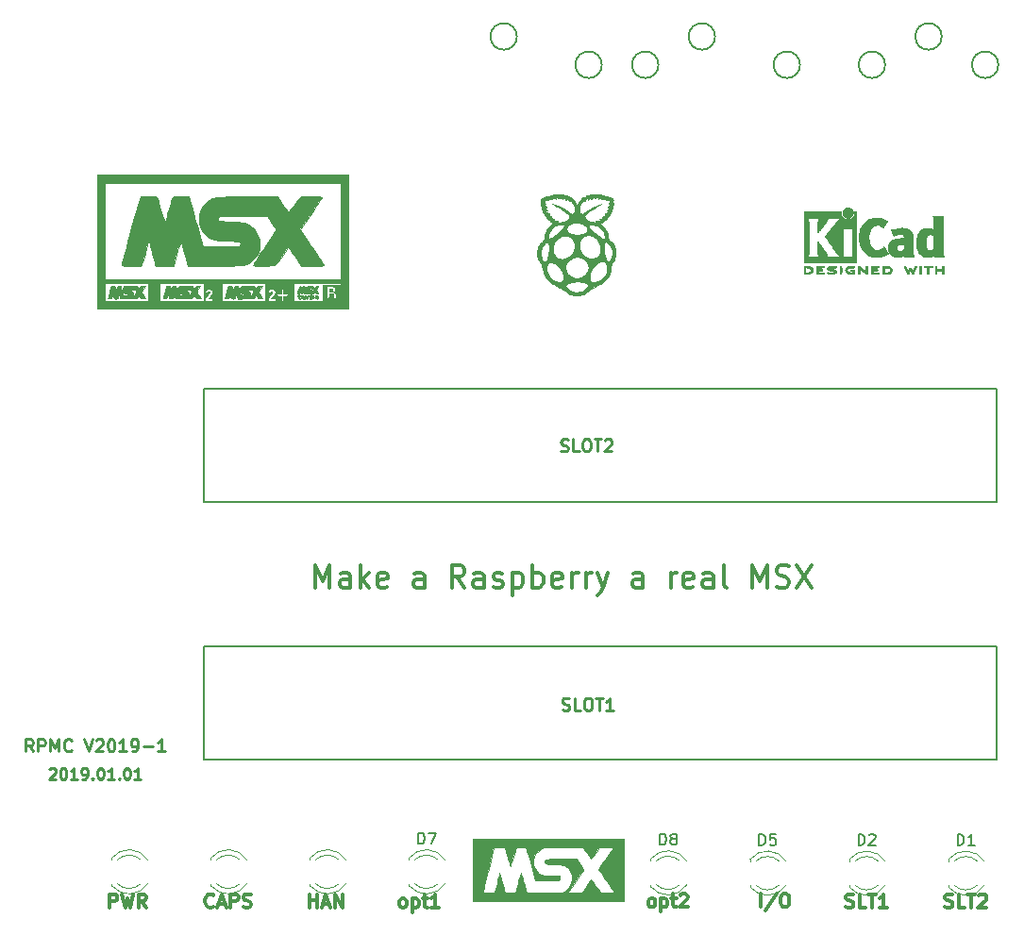
<source format=gbr>
G04 #@! TF.FileFunction,Legend,Top*
%FSLAX46Y46*%
G04 Gerber Fmt 4.6, Leading zero omitted, Abs format (unit mm)*
G04 Created by KiCad (PCBNEW 4.0.7) date 01/02/19 01:39:15*
%MOMM*%
%LPD*%
G01*
G04 APERTURE LIST*
%ADD10C,0.100000*%
%ADD11C,0.300000*%
%ADD12C,0.275000*%
%ADD13C,0.200000*%
%ADD14C,0.375000*%
%ADD15C,0.250000*%
%ADD16C,0.120000*%
%ADD17C,0.010000*%
%ADD18C,0.150000*%
G04 APERTURE END LIST*
D10*
D11*
X170506144Y-133858857D02*
X170391858Y-133801714D01*
X170334715Y-133744571D01*
X170277572Y-133630286D01*
X170277572Y-133287429D01*
X170334715Y-133173143D01*
X170391858Y-133116000D01*
X170506144Y-133058857D01*
X170677572Y-133058857D01*
X170791858Y-133116000D01*
X170849001Y-133173143D01*
X170906144Y-133287429D01*
X170906144Y-133630286D01*
X170849001Y-133744571D01*
X170791858Y-133801714D01*
X170677572Y-133858857D01*
X170506144Y-133858857D01*
X171420429Y-133058857D02*
X171420429Y-134258857D01*
X171420429Y-133116000D02*
X171534715Y-133058857D01*
X171763286Y-133058857D01*
X171877572Y-133116000D01*
X171934715Y-133173143D01*
X171991858Y-133287429D01*
X171991858Y-133630286D01*
X171934715Y-133744571D01*
X171877572Y-133801714D01*
X171763286Y-133858857D01*
X171534715Y-133858857D01*
X171420429Y-133801714D01*
X172334715Y-133058857D02*
X172791858Y-133058857D01*
X172506143Y-132658857D02*
X172506143Y-133687429D01*
X172563286Y-133801714D01*
X172677572Y-133858857D01*
X172791858Y-133858857D01*
X173134714Y-132773143D02*
X173191857Y-132716000D01*
X173306143Y-132658857D01*
X173591857Y-132658857D01*
X173706143Y-132716000D01*
X173763286Y-132773143D01*
X173820429Y-132887429D01*
X173820429Y-133001714D01*
X173763286Y-133173143D01*
X173077572Y-133858857D01*
X173820429Y-133858857D01*
X148190144Y-133892857D02*
X148075858Y-133835714D01*
X148018715Y-133778571D01*
X147961572Y-133664286D01*
X147961572Y-133321429D01*
X148018715Y-133207143D01*
X148075858Y-133150000D01*
X148190144Y-133092857D01*
X148361572Y-133092857D01*
X148475858Y-133150000D01*
X148533001Y-133207143D01*
X148590144Y-133321429D01*
X148590144Y-133664286D01*
X148533001Y-133778571D01*
X148475858Y-133835714D01*
X148361572Y-133892857D01*
X148190144Y-133892857D01*
X149104429Y-133092857D02*
X149104429Y-134292857D01*
X149104429Y-133150000D02*
X149218715Y-133092857D01*
X149447286Y-133092857D01*
X149561572Y-133150000D01*
X149618715Y-133207143D01*
X149675858Y-133321429D01*
X149675858Y-133664286D01*
X149618715Y-133778571D01*
X149561572Y-133835714D01*
X149447286Y-133892857D01*
X149218715Y-133892857D01*
X149104429Y-133835714D01*
X150018715Y-133092857D02*
X150475858Y-133092857D01*
X150190143Y-132692857D02*
X150190143Y-133721429D01*
X150247286Y-133835714D01*
X150361572Y-133892857D01*
X150475858Y-133892857D01*
X151504429Y-133892857D02*
X150818714Y-133892857D01*
X151161572Y-133892857D02*
X151161572Y-132692857D01*
X151047286Y-132864286D01*
X150933000Y-132978571D01*
X150818714Y-133035714D01*
D12*
X162440429Y-92901238D02*
X162597572Y-92953619D01*
X162859476Y-92953619D01*
X162964238Y-92901238D01*
X163016619Y-92848857D01*
X163069000Y-92744095D01*
X163069000Y-92639333D01*
X163016619Y-92534571D01*
X162964238Y-92482190D01*
X162859476Y-92429810D01*
X162649953Y-92377429D01*
X162545191Y-92325048D01*
X162492810Y-92272667D01*
X162440429Y-92167905D01*
X162440429Y-92063143D01*
X162492810Y-91958381D01*
X162545191Y-91906000D01*
X162649953Y-91853619D01*
X162911857Y-91853619D01*
X163069000Y-91906000D01*
X164064238Y-92953619D02*
X163540429Y-92953619D01*
X163540429Y-91853619D01*
X164640429Y-91853619D02*
X164849952Y-91853619D01*
X164954714Y-91906000D01*
X165059476Y-92010762D01*
X165111857Y-92220286D01*
X165111857Y-92586952D01*
X165059476Y-92796476D01*
X164954714Y-92901238D01*
X164849952Y-92953619D01*
X164640429Y-92953619D01*
X164535667Y-92901238D01*
X164430905Y-92796476D01*
X164378524Y-92586952D01*
X164378524Y-92220286D01*
X164430905Y-92010762D01*
X164535667Y-91906000D01*
X164640429Y-91853619D01*
X165426143Y-91853619D02*
X166054714Y-91853619D01*
X165740429Y-92953619D02*
X165740429Y-91853619D01*
X166369000Y-91958381D02*
X166421381Y-91906000D01*
X166526143Y-91853619D01*
X166788047Y-91853619D01*
X166892809Y-91906000D01*
X166945190Y-91958381D01*
X166997571Y-92063143D01*
X166997571Y-92167905D01*
X166945190Y-92325048D01*
X166316619Y-92953619D01*
X166997571Y-92953619D01*
X162567429Y-116142238D02*
X162724572Y-116194619D01*
X162986476Y-116194619D01*
X163091238Y-116142238D01*
X163143619Y-116089857D01*
X163196000Y-115985095D01*
X163196000Y-115880333D01*
X163143619Y-115775571D01*
X163091238Y-115723190D01*
X162986476Y-115670810D01*
X162776953Y-115618429D01*
X162672191Y-115566048D01*
X162619810Y-115513667D01*
X162567429Y-115408905D01*
X162567429Y-115304143D01*
X162619810Y-115199381D01*
X162672191Y-115147000D01*
X162776953Y-115094619D01*
X163038857Y-115094619D01*
X163196000Y-115147000D01*
X164191238Y-116194619D02*
X163667429Y-116194619D01*
X163667429Y-115094619D01*
X164767429Y-115094619D02*
X164976952Y-115094619D01*
X165081714Y-115147000D01*
X165186476Y-115251762D01*
X165238857Y-115461286D01*
X165238857Y-115827952D01*
X165186476Y-116037476D01*
X165081714Y-116142238D01*
X164976952Y-116194619D01*
X164767429Y-116194619D01*
X164662667Y-116142238D01*
X164557905Y-116037476D01*
X164505524Y-115827952D01*
X164505524Y-115461286D01*
X164557905Y-115251762D01*
X164662667Y-115147000D01*
X164767429Y-115094619D01*
X165553143Y-115094619D02*
X166181714Y-115094619D01*
X165867429Y-116194619D02*
X165867429Y-115094619D01*
X167124571Y-116194619D02*
X166496000Y-116194619D01*
X166810286Y-116194619D02*
X166810286Y-115094619D01*
X166705524Y-115251762D01*
X166600762Y-115356524D01*
X166496000Y-115408905D01*
D13*
X158487049Y-55727600D02*
G75*
G03X158487049Y-55727600I-1184849J0D01*
G01*
X166107049Y-58267600D02*
G75*
G03X166107049Y-58267600I-1184849J0D01*
G01*
X171187049Y-58267600D02*
G75*
G03X171187049Y-58267600I-1184849J0D01*
G01*
X176267049Y-55727600D02*
G75*
G03X176267049Y-55727600I-1184849J0D01*
G01*
X183887049Y-58267600D02*
G75*
G03X183887049Y-58267600I-1184849J0D01*
G01*
X191523498Y-58267600D02*
G75*
G03X191523498Y-58267600I-1184849J0D01*
G01*
X196596000Y-55727600D02*
G75*
G03X196596000Y-55727600I-1184849J0D01*
G01*
X201676000Y-58267600D02*
G75*
G03X201676000Y-58267600I-1184849J0D01*
G01*
D14*
X140369521Y-105171762D02*
X140369521Y-103171762D01*
X141036188Y-104600333D01*
X141702855Y-103171762D01*
X141702855Y-105171762D01*
X143512378Y-105171762D02*
X143512378Y-104124143D01*
X143417140Y-103933667D01*
X143226664Y-103838429D01*
X142845712Y-103838429D01*
X142655235Y-103933667D01*
X143512378Y-105076524D02*
X143321902Y-105171762D01*
X142845712Y-105171762D01*
X142655235Y-105076524D01*
X142559997Y-104886048D01*
X142559997Y-104695571D01*
X142655235Y-104505095D01*
X142845712Y-104409857D01*
X143321902Y-104409857D01*
X143512378Y-104314619D01*
X144464759Y-105171762D02*
X144464759Y-103171762D01*
X144655236Y-104409857D02*
X145226664Y-105171762D01*
X145226664Y-103838429D02*
X144464759Y-104600333D01*
X146845712Y-105076524D02*
X146655236Y-105171762D01*
X146274284Y-105171762D01*
X146083807Y-105076524D01*
X145988569Y-104886048D01*
X145988569Y-104124143D01*
X146083807Y-103933667D01*
X146274284Y-103838429D01*
X146655236Y-103838429D01*
X146845712Y-103933667D01*
X146940950Y-104124143D01*
X146940950Y-104314619D01*
X145988569Y-104505095D01*
X150179046Y-105171762D02*
X150179046Y-104124143D01*
X150083808Y-103933667D01*
X149893332Y-103838429D01*
X149512380Y-103838429D01*
X149321903Y-103933667D01*
X150179046Y-105076524D02*
X149988570Y-105171762D01*
X149512380Y-105171762D01*
X149321903Y-105076524D01*
X149226665Y-104886048D01*
X149226665Y-104695571D01*
X149321903Y-104505095D01*
X149512380Y-104409857D01*
X149988570Y-104409857D01*
X150179046Y-104314619D01*
X153798095Y-105171762D02*
X153131428Y-104219381D01*
X152655237Y-105171762D02*
X152655237Y-103171762D01*
X153417142Y-103171762D01*
X153607618Y-103267000D01*
X153702857Y-103362238D01*
X153798095Y-103552714D01*
X153798095Y-103838429D01*
X153702857Y-104028905D01*
X153607618Y-104124143D01*
X153417142Y-104219381D01*
X152655237Y-104219381D01*
X155512380Y-105171762D02*
X155512380Y-104124143D01*
X155417142Y-103933667D01*
X155226666Y-103838429D01*
X154845714Y-103838429D01*
X154655237Y-103933667D01*
X155512380Y-105076524D02*
X155321904Y-105171762D01*
X154845714Y-105171762D01*
X154655237Y-105076524D01*
X154559999Y-104886048D01*
X154559999Y-104695571D01*
X154655237Y-104505095D01*
X154845714Y-104409857D01*
X155321904Y-104409857D01*
X155512380Y-104314619D01*
X156369523Y-105076524D02*
X156560000Y-105171762D01*
X156940952Y-105171762D01*
X157131428Y-105076524D01*
X157226666Y-104886048D01*
X157226666Y-104790810D01*
X157131428Y-104600333D01*
X156940952Y-104505095D01*
X156655238Y-104505095D01*
X156464761Y-104409857D01*
X156369523Y-104219381D01*
X156369523Y-104124143D01*
X156464761Y-103933667D01*
X156655238Y-103838429D01*
X156940952Y-103838429D01*
X157131428Y-103933667D01*
X158083809Y-103838429D02*
X158083809Y-105838429D01*
X158083809Y-103933667D02*
X158274286Y-103838429D01*
X158655238Y-103838429D01*
X158845714Y-103933667D01*
X158940952Y-104028905D01*
X159036190Y-104219381D01*
X159036190Y-104790810D01*
X158940952Y-104981286D01*
X158845714Y-105076524D01*
X158655238Y-105171762D01*
X158274286Y-105171762D01*
X158083809Y-105076524D01*
X159893333Y-105171762D02*
X159893333Y-103171762D01*
X159893333Y-103933667D02*
X160083810Y-103838429D01*
X160464762Y-103838429D01*
X160655238Y-103933667D01*
X160750476Y-104028905D01*
X160845714Y-104219381D01*
X160845714Y-104790810D01*
X160750476Y-104981286D01*
X160655238Y-105076524D01*
X160464762Y-105171762D01*
X160083810Y-105171762D01*
X159893333Y-105076524D01*
X162464762Y-105076524D02*
X162274286Y-105171762D01*
X161893334Y-105171762D01*
X161702857Y-105076524D01*
X161607619Y-104886048D01*
X161607619Y-104124143D01*
X161702857Y-103933667D01*
X161893334Y-103838429D01*
X162274286Y-103838429D01*
X162464762Y-103933667D01*
X162560000Y-104124143D01*
X162560000Y-104314619D01*
X161607619Y-104505095D01*
X163417143Y-105171762D02*
X163417143Y-103838429D01*
X163417143Y-104219381D02*
X163512382Y-104028905D01*
X163607620Y-103933667D01*
X163798096Y-103838429D01*
X163988572Y-103838429D01*
X164655238Y-105171762D02*
X164655238Y-103838429D01*
X164655238Y-104219381D02*
X164750477Y-104028905D01*
X164845715Y-103933667D01*
X165036191Y-103838429D01*
X165226667Y-103838429D01*
X165702857Y-103838429D02*
X166179048Y-105171762D01*
X166655238Y-103838429D02*
X166179048Y-105171762D01*
X165988572Y-105647952D01*
X165893333Y-105743190D01*
X165702857Y-105838429D01*
X169798096Y-105171762D02*
X169798096Y-104124143D01*
X169702858Y-103933667D01*
X169512382Y-103838429D01*
X169131430Y-103838429D01*
X168940953Y-103933667D01*
X169798096Y-105076524D02*
X169607620Y-105171762D01*
X169131430Y-105171762D01*
X168940953Y-105076524D01*
X168845715Y-104886048D01*
X168845715Y-104695571D01*
X168940953Y-104505095D01*
X169131430Y-104409857D01*
X169607620Y-104409857D01*
X169798096Y-104314619D01*
X172274287Y-105171762D02*
X172274287Y-103838429D01*
X172274287Y-104219381D02*
X172369526Y-104028905D01*
X172464764Y-103933667D01*
X172655240Y-103838429D01*
X172845716Y-103838429D01*
X174274287Y-105076524D02*
X174083811Y-105171762D01*
X173702859Y-105171762D01*
X173512382Y-105076524D01*
X173417144Y-104886048D01*
X173417144Y-104124143D01*
X173512382Y-103933667D01*
X173702859Y-103838429D01*
X174083811Y-103838429D01*
X174274287Y-103933667D01*
X174369525Y-104124143D01*
X174369525Y-104314619D01*
X173417144Y-104505095D01*
X176083811Y-105171762D02*
X176083811Y-104124143D01*
X175988573Y-103933667D01*
X175798097Y-103838429D01*
X175417145Y-103838429D01*
X175226668Y-103933667D01*
X176083811Y-105076524D02*
X175893335Y-105171762D01*
X175417145Y-105171762D01*
X175226668Y-105076524D01*
X175131430Y-104886048D01*
X175131430Y-104695571D01*
X175226668Y-104505095D01*
X175417145Y-104409857D01*
X175893335Y-104409857D01*
X176083811Y-104314619D01*
X177321907Y-105171762D02*
X177131431Y-105076524D01*
X177036192Y-104886048D01*
X177036192Y-103171762D01*
X179607621Y-105171762D02*
X179607621Y-103171762D01*
X180274288Y-104600333D01*
X180940955Y-103171762D01*
X180940955Y-105171762D01*
X181798097Y-105076524D02*
X182083812Y-105171762D01*
X182560002Y-105171762D01*
X182750478Y-105076524D01*
X182845716Y-104981286D01*
X182940955Y-104790810D01*
X182940955Y-104600333D01*
X182845716Y-104409857D01*
X182750478Y-104314619D01*
X182560002Y-104219381D01*
X182179050Y-104124143D01*
X181988574Y-104028905D01*
X181893335Y-103933667D01*
X181798097Y-103743190D01*
X181798097Y-103552714D01*
X181893335Y-103362238D01*
X181988574Y-103267000D01*
X182179050Y-103171762D01*
X182655240Y-103171762D01*
X182940955Y-103267000D01*
X183607621Y-103171762D02*
X184940955Y-105171762D01*
X184940955Y-103171762D02*
X183607621Y-105171762D01*
D15*
X116554762Y-121467619D02*
X116602381Y-121420000D01*
X116697619Y-121372381D01*
X116935715Y-121372381D01*
X117030953Y-121420000D01*
X117078572Y-121467619D01*
X117126191Y-121562857D01*
X117126191Y-121658095D01*
X117078572Y-121800952D01*
X116507143Y-122372381D01*
X117126191Y-122372381D01*
X117745238Y-121372381D02*
X117840477Y-121372381D01*
X117935715Y-121420000D01*
X117983334Y-121467619D01*
X118030953Y-121562857D01*
X118078572Y-121753333D01*
X118078572Y-121991429D01*
X118030953Y-122181905D01*
X117983334Y-122277143D01*
X117935715Y-122324762D01*
X117840477Y-122372381D01*
X117745238Y-122372381D01*
X117650000Y-122324762D01*
X117602381Y-122277143D01*
X117554762Y-122181905D01*
X117507143Y-121991429D01*
X117507143Y-121753333D01*
X117554762Y-121562857D01*
X117602381Y-121467619D01*
X117650000Y-121420000D01*
X117745238Y-121372381D01*
X119030953Y-122372381D02*
X118459524Y-122372381D01*
X118745238Y-122372381D02*
X118745238Y-121372381D01*
X118650000Y-121515238D01*
X118554762Y-121610476D01*
X118459524Y-121658095D01*
X119507143Y-122372381D02*
X119697619Y-122372381D01*
X119792858Y-122324762D01*
X119840477Y-122277143D01*
X119935715Y-122134286D01*
X119983334Y-121943810D01*
X119983334Y-121562857D01*
X119935715Y-121467619D01*
X119888096Y-121420000D01*
X119792858Y-121372381D01*
X119602381Y-121372381D01*
X119507143Y-121420000D01*
X119459524Y-121467619D01*
X119411905Y-121562857D01*
X119411905Y-121800952D01*
X119459524Y-121896190D01*
X119507143Y-121943810D01*
X119602381Y-121991429D01*
X119792858Y-121991429D01*
X119888096Y-121943810D01*
X119935715Y-121896190D01*
X119983334Y-121800952D01*
X120411905Y-122277143D02*
X120459524Y-122324762D01*
X120411905Y-122372381D01*
X120364286Y-122324762D01*
X120411905Y-122277143D01*
X120411905Y-122372381D01*
X121078571Y-121372381D02*
X121173810Y-121372381D01*
X121269048Y-121420000D01*
X121316667Y-121467619D01*
X121364286Y-121562857D01*
X121411905Y-121753333D01*
X121411905Y-121991429D01*
X121364286Y-122181905D01*
X121316667Y-122277143D01*
X121269048Y-122324762D01*
X121173810Y-122372381D01*
X121078571Y-122372381D01*
X120983333Y-122324762D01*
X120935714Y-122277143D01*
X120888095Y-122181905D01*
X120840476Y-121991429D01*
X120840476Y-121753333D01*
X120888095Y-121562857D01*
X120935714Y-121467619D01*
X120983333Y-121420000D01*
X121078571Y-121372381D01*
X122364286Y-122372381D02*
X121792857Y-122372381D01*
X122078571Y-122372381D02*
X122078571Y-121372381D01*
X121983333Y-121515238D01*
X121888095Y-121610476D01*
X121792857Y-121658095D01*
X122792857Y-122277143D02*
X122840476Y-122324762D01*
X122792857Y-122372381D01*
X122745238Y-122324762D01*
X122792857Y-122277143D01*
X122792857Y-122372381D01*
X123459523Y-121372381D02*
X123554762Y-121372381D01*
X123650000Y-121420000D01*
X123697619Y-121467619D01*
X123745238Y-121562857D01*
X123792857Y-121753333D01*
X123792857Y-121991429D01*
X123745238Y-122181905D01*
X123697619Y-122277143D01*
X123650000Y-122324762D01*
X123554762Y-122372381D01*
X123459523Y-122372381D01*
X123364285Y-122324762D01*
X123316666Y-122277143D01*
X123269047Y-122181905D01*
X123221428Y-121991429D01*
X123221428Y-121753333D01*
X123269047Y-121562857D01*
X123316666Y-121467619D01*
X123364285Y-121420000D01*
X123459523Y-121372381D01*
X124745238Y-122372381D02*
X124173809Y-122372381D01*
X124459523Y-122372381D02*
X124459523Y-121372381D01*
X124364285Y-121515238D01*
X124269047Y-121610476D01*
X124173809Y-121658095D01*
D11*
X196897857Y-133835714D02*
X197069286Y-133892857D01*
X197355000Y-133892857D01*
X197469286Y-133835714D01*
X197526429Y-133778571D01*
X197583572Y-133664286D01*
X197583572Y-133550000D01*
X197526429Y-133435714D01*
X197469286Y-133378571D01*
X197355000Y-133321429D01*
X197126429Y-133264286D01*
X197012143Y-133207143D01*
X196955000Y-133150000D01*
X196897857Y-133035714D01*
X196897857Y-132921429D01*
X196955000Y-132807143D01*
X197012143Y-132750000D01*
X197126429Y-132692857D01*
X197412143Y-132692857D01*
X197583572Y-132750000D01*
X198669286Y-133892857D02*
X198097857Y-133892857D01*
X198097857Y-132692857D01*
X198897858Y-132692857D02*
X199583572Y-132692857D01*
X199240715Y-133892857D02*
X199240715Y-132692857D01*
X199926429Y-132807143D02*
X199983572Y-132750000D01*
X200097858Y-132692857D01*
X200383572Y-132692857D01*
X200497858Y-132750000D01*
X200555001Y-132807143D01*
X200612144Y-132921429D01*
X200612144Y-133035714D01*
X200555001Y-133207143D01*
X199869287Y-133892857D01*
X200612144Y-133892857D01*
X188007857Y-133835714D02*
X188179286Y-133892857D01*
X188465000Y-133892857D01*
X188579286Y-133835714D01*
X188636429Y-133778571D01*
X188693572Y-133664286D01*
X188693572Y-133550000D01*
X188636429Y-133435714D01*
X188579286Y-133378571D01*
X188465000Y-133321429D01*
X188236429Y-133264286D01*
X188122143Y-133207143D01*
X188065000Y-133150000D01*
X188007857Y-133035714D01*
X188007857Y-132921429D01*
X188065000Y-132807143D01*
X188122143Y-132750000D01*
X188236429Y-132692857D01*
X188522143Y-132692857D01*
X188693572Y-132750000D01*
X189779286Y-133892857D02*
X189207857Y-133892857D01*
X189207857Y-132692857D01*
X190007858Y-132692857D02*
X190693572Y-132692857D01*
X190350715Y-133892857D02*
X190350715Y-132692857D01*
X191722144Y-133892857D02*
X191036429Y-133892857D01*
X191379287Y-133892857D02*
X191379287Y-132692857D01*
X191265001Y-132864286D01*
X191150715Y-132978571D01*
X191036429Y-133035714D01*
X180352857Y-133858857D02*
X180352857Y-132658857D01*
X181781429Y-132601714D02*
X180752858Y-134144571D01*
X182410001Y-132658857D02*
X182638572Y-132658857D01*
X182752858Y-132716000D01*
X182867144Y-132830286D01*
X182924286Y-133058857D01*
X182924286Y-133458857D01*
X182867144Y-133687429D01*
X182752858Y-133801714D01*
X182638572Y-133858857D01*
X182410001Y-133858857D01*
X182295715Y-133801714D01*
X182181429Y-133687429D01*
X182124286Y-133458857D01*
X182124286Y-133058857D01*
X182181429Y-132830286D01*
X182295715Y-132716000D01*
X182410001Y-132658857D01*
X139865286Y-133892857D02*
X139865286Y-132692857D01*
X139865286Y-133264286D02*
X140551001Y-133264286D01*
X140551001Y-133892857D02*
X140551001Y-132692857D01*
X141065286Y-133550000D02*
X141636715Y-133550000D01*
X140951001Y-133892857D02*
X141351001Y-132692857D01*
X141751001Y-133892857D01*
X142151000Y-133892857D02*
X142151000Y-132692857D01*
X142836715Y-133892857D01*
X142836715Y-132692857D01*
X131273715Y-133778571D02*
X131216572Y-133835714D01*
X131045143Y-133892857D01*
X130930857Y-133892857D01*
X130759429Y-133835714D01*
X130645143Y-133721429D01*
X130588000Y-133607143D01*
X130530857Y-133378571D01*
X130530857Y-133207143D01*
X130588000Y-132978571D01*
X130645143Y-132864286D01*
X130759429Y-132750000D01*
X130930857Y-132692857D01*
X131045143Y-132692857D01*
X131216572Y-132750000D01*
X131273715Y-132807143D01*
X131730857Y-133550000D02*
X132302286Y-133550000D01*
X131616572Y-133892857D02*
X132016572Y-132692857D01*
X132416572Y-133892857D01*
X132816571Y-133892857D02*
X132816571Y-132692857D01*
X133273714Y-132692857D01*
X133388000Y-132750000D01*
X133445143Y-132807143D01*
X133502286Y-132921429D01*
X133502286Y-133092857D01*
X133445143Y-133207143D01*
X133388000Y-133264286D01*
X133273714Y-133321429D01*
X132816571Y-133321429D01*
X133959428Y-133835714D02*
X134130857Y-133892857D01*
X134416571Y-133892857D01*
X134530857Y-133835714D01*
X134588000Y-133778571D01*
X134645143Y-133664286D01*
X134645143Y-133550000D01*
X134588000Y-133435714D01*
X134530857Y-133378571D01*
X134416571Y-133321429D01*
X134188000Y-133264286D01*
X134073714Y-133207143D01*
X134016571Y-133150000D01*
X133959428Y-133035714D01*
X133959428Y-132921429D01*
X134016571Y-132807143D01*
X134073714Y-132750000D01*
X134188000Y-132692857D01*
X134473714Y-132692857D01*
X134645143Y-132750000D01*
X121971000Y-133892857D02*
X121971000Y-132692857D01*
X122428143Y-132692857D01*
X122542429Y-132750000D01*
X122599572Y-132807143D01*
X122656715Y-132921429D01*
X122656715Y-133092857D01*
X122599572Y-133207143D01*
X122542429Y-133264286D01*
X122428143Y-133321429D01*
X121971000Y-133321429D01*
X123056715Y-132692857D02*
X123342429Y-133892857D01*
X123571000Y-133035714D01*
X123799572Y-133892857D01*
X124085286Y-132692857D01*
X125228144Y-133892857D02*
X124828144Y-133321429D01*
X124542429Y-133892857D02*
X124542429Y-132692857D01*
X124999572Y-132692857D01*
X125113858Y-132750000D01*
X125171001Y-132807143D01*
X125228144Y-132921429D01*
X125228144Y-133092857D01*
X125171001Y-133207143D01*
X125113858Y-133264286D01*
X124999572Y-133321429D01*
X124542429Y-133321429D01*
D12*
X115071429Y-119877619D02*
X114704763Y-119353810D01*
X114442858Y-119877619D02*
X114442858Y-118777619D01*
X114861905Y-118777619D01*
X114966667Y-118830000D01*
X115019048Y-118882381D01*
X115071429Y-118987143D01*
X115071429Y-119144286D01*
X115019048Y-119249048D01*
X114966667Y-119301429D01*
X114861905Y-119353810D01*
X114442858Y-119353810D01*
X115542858Y-119877619D02*
X115542858Y-118777619D01*
X115961905Y-118777619D01*
X116066667Y-118830000D01*
X116119048Y-118882381D01*
X116171429Y-118987143D01*
X116171429Y-119144286D01*
X116119048Y-119249048D01*
X116066667Y-119301429D01*
X115961905Y-119353810D01*
X115542858Y-119353810D01*
X116642858Y-119877619D02*
X116642858Y-118777619D01*
X117009524Y-119563333D01*
X117376191Y-118777619D01*
X117376191Y-119877619D01*
X118528572Y-119772857D02*
X118476191Y-119825238D01*
X118319048Y-119877619D01*
X118214286Y-119877619D01*
X118057144Y-119825238D01*
X117952382Y-119720476D01*
X117900001Y-119615714D01*
X117847620Y-119406190D01*
X117847620Y-119249048D01*
X117900001Y-119039524D01*
X117952382Y-118934762D01*
X118057144Y-118830000D01*
X118214286Y-118777619D01*
X118319048Y-118777619D01*
X118476191Y-118830000D01*
X118528572Y-118882381D01*
X119680953Y-118777619D02*
X120047620Y-119877619D01*
X120414286Y-118777619D01*
X120728572Y-118882381D02*
X120780953Y-118830000D01*
X120885715Y-118777619D01*
X121147619Y-118777619D01*
X121252381Y-118830000D01*
X121304762Y-118882381D01*
X121357143Y-118987143D01*
X121357143Y-119091905D01*
X121304762Y-119249048D01*
X120676191Y-119877619D01*
X121357143Y-119877619D01*
X122038096Y-118777619D02*
X122142857Y-118777619D01*
X122247619Y-118830000D01*
X122300000Y-118882381D01*
X122352381Y-118987143D01*
X122404762Y-119196667D01*
X122404762Y-119458571D01*
X122352381Y-119668095D01*
X122300000Y-119772857D01*
X122247619Y-119825238D01*
X122142857Y-119877619D01*
X122038096Y-119877619D01*
X121933334Y-119825238D01*
X121880953Y-119772857D01*
X121828572Y-119668095D01*
X121776191Y-119458571D01*
X121776191Y-119196667D01*
X121828572Y-118987143D01*
X121880953Y-118882381D01*
X121933334Y-118830000D01*
X122038096Y-118777619D01*
X123452381Y-119877619D02*
X122823810Y-119877619D01*
X123138096Y-119877619D02*
X123138096Y-118777619D01*
X123033334Y-118934762D01*
X122928572Y-119039524D01*
X122823810Y-119091905D01*
X123976191Y-119877619D02*
X124185715Y-119877619D01*
X124290476Y-119825238D01*
X124342857Y-119772857D01*
X124447619Y-119615714D01*
X124500000Y-119406190D01*
X124500000Y-118987143D01*
X124447619Y-118882381D01*
X124395238Y-118830000D01*
X124290476Y-118777619D01*
X124080953Y-118777619D01*
X123976191Y-118830000D01*
X123923810Y-118882381D01*
X123871429Y-118987143D01*
X123871429Y-119249048D01*
X123923810Y-119353810D01*
X123976191Y-119406190D01*
X124080953Y-119458571D01*
X124290476Y-119458571D01*
X124395238Y-119406190D01*
X124447619Y-119353810D01*
X124500000Y-119249048D01*
X124971429Y-119458571D02*
X125809524Y-119458571D01*
X126909524Y-119877619D02*
X126280953Y-119877619D01*
X126595239Y-119877619D02*
X126595239Y-118777619D01*
X126490477Y-118934762D01*
X126385715Y-119039524D01*
X126280953Y-119091905D01*
D16*
X134260335Y-129604392D02*
G75*
G03X131028000Y-129447484I-1672335J-1078608D01*
G01*
X134260335Y-131761608D02*
G75*
G02X131028000Y-131918516I-1672335J1078608D01*
G01*
X133629130Y-129603163D02*
G75*
G03X131547039Y-129603000I-1041130J-1079837D01*
G01*
X133629130Y-131762837D02*
G75*
G02X131547039Y-131763000I-1041130J1079837D01*
G01*
X131028000Y-129447000D02*
X131028000Y-129603000D01*
X131028000Y-131763000D02*
X131028000Y-131919000D01*
X143150335Y-129604392D02*
G75*
G03X139918000Y-129447484I-1672335J-1078608D01*
G01*
X143150335Y-131761608D02*
G75*
G02X139918000Y-131918516I-1672335J1078608D01*
G01*
X142519130Y-129603163D02*
G75*
G03X140437039Y-129603000I-1041130J-1079837D01*
G01*
X142519130Y-131762837D02*
G75*
G02X140437039Y-131763000I-1041130J1079837D01*
G01*
X139918000Y-129447000D02*
X139918000Y-129603000D01*
X139918000Y-131763000D02*
X139918000Y-131919000D01*
X125370335Y-129604392D02*
G75*
G03X122138000Y-129447484I-1672335J-1078608D01*
G01*
X125370335Y-131761608D02*
G75*
G02X122138000Y-131918516I-1672335J1078608D01*
G01*
X124739130Y-129603163D02*
G75*
G03X122657039Y-129603000I-1041130J-1079837D01*
G01*
X124739130Y-131762837D02*
G75*
G02X122657039Y-131763000I-1041130J1079837D01*
G01*
X122138000Y-129447000D02*
X122138000Y-129603000D01*
X122138000Y-131763000D02*
X122138000Y-131919000D01*
D17*
G36*
X143383000Y-80158167D02*
X120819334Y-80158167D01*
X120819334Y-77872167D01*
X121539000Y-77872167D01*
X121539000Y-79438500D01*
X125433667Y-79438500D01*
X125433667Y-77872167D01*
X126449667Y-77872167D01*
X126449667Y-79438500D01*
X130386667Y-79438500D01*
X130386667Y-78718833D01*
X130471091Y-78718833D01*
X130619379Y-78718833D01*
X130727044Y-78706135D01*
X130766713Y-78664036D01*
X130767667Y-78652229D01*
X130796397Y-78605836D01*
X130857741Y-78603827D01*
X130914431Y-78642786D01*
X130926735Y-78666811D01*
X130907967Y-78722205D01*
X130841320Y-78813722D01*
X130750740Y-78911790D01*
X130644031Y-79030802D01*
X130563722Y-79145836D01*
X130531712Y-79217812D01*
X130507144Y-79322694D01*
X130490293Y-79385583D01*
X130505119Y-79412842D01*
X130577042Y-79429565D01*
X130716663Y-79437391D01*
X130832495Y-79438500D01*
X131191000Y-79438500D01*
X131191000Y-79311500D01*
X131185513Y-79233515D01*
X131153763Y-79196505D01*
X131072814Y-79185240D01*
X130999757Y-79184500D01*
X130808513Y-79184500D01*
X130999757Y-79001256D01*
X131119060Y-78873162D01*
X131178427Y-78769606D01*
X131191000Y-78693176D01*
X131157614Y-78536371D01*
X131070315Y-78425358D01*
X130948395Y-78363389D01*
X130811144Y-78353716D01*
X130677852Y-78399588D01*
X130567811Y-78504258D01*
X130526888Y-78581250D01*
X130471091Y-78718833D01*
X130386667Y-78718833D01*
X130386667Y-77872167D01*
X132037667Y-77872167D01*
X132037667Y-79438500D01*
X135932334Y-79438500D01*
X136094940Y-79438500D01*
X136821334Y-79438500D01*
X136821334Y-79311500D01*
X136815847Y-79233515D01*
X136784096Y-79196505D01*
X136703148Y-79185240D01*
X136630090Y-79184500D01*
X136438847Y-79184500D01*
X136630090Y-79001256D01*
X136753692Y-78860970D01*
X136910422Y-78860970D01*
X136913639Y-78898750D01*
X136934479Y-78958289D01*
X136990378Y-78989927D01*
X137104361Y-79005267D01*
X137128250Y-79006903D01*
X137329334Y-79019805D01*
X137329334Y-79229153D01*
X137333893Y-79355260D01*
X137353202Y-79417822D01*
X137395707Y-79437725D01*
X137414000Y-79438500D01*
X137464784Y-79427356D01*
X137490111Y-79380054D01*
X137498305Y-79275791D01*
X137498667Y-79226833D01*
X137498667Y-79015167D01*
X137710334Y-79015167D01*
X137835956Y-79011735D01*
X137898625Y-78994224D01*
X137919995Y-78951807D01*
X137922000Y-78909333D01*
X137915138Y-78846522D01*
X137880115Y-78815187D01*
X137795280Y-78804502D01*
X137710334Y-78803500D01*
X137498667Y-78803500D01*
X137498667Y-78570667D01*
X137494992Y-78436113D01*
X137479103Y-78366017D01*
X137443704Y-78340316D01*
X137414000Y-78337833D01*
X137365071Y-78347939D01*
X137339582Y-78391634D01*
X137330237Y-78488982D01*
X137329334Y-78570667D01*
X137329334Y-78803500D01*
X137114723Y-78803500D01*
X136988581Y-78806740D01*
X136927121Y-78822752D01*
X136910422Y-78860970D01*
X136753692Y-78860970D01*
X136760609Y-78853120D01*
X136819266Y-78719770D01*
X136812318Y-78583342D01*
X136795037Y-78530230D01*
X136732155Y-78455970D01*
X136621432Y-78387346D01*
X136498534Y-78343951D01*
X136444796Y-78337833D01*
X136342178Y-78371868D01*
X136233606Y-78456429D01*
X136148681Y-78565200D01*
X136123402Y-78623583D01*
X136114155Y-78686884D01*
X136149773Y-78713489D01*
X136246981Y-78718833D01*
X136357692Y-78705595D01*
X136397510Y-78663083D01*
X136398000Y-78655333D01*
X136431887Y-78599209D01*
X136461500Y-78591833D01*
X136512394Y-78623558D01*
X136524774Y-78697444D01*
X136501095Y-78781553D01*
X136443810Y-78843952D01*
X136442054Y-78844912D01*
X136331456Y-78936365D01*
X136224757Y-79076001D01*
X136145743Y-79229703D01*
X136124106Y-79300917D01*
X136094940Y-79438500D01*
X135932334Y-79438500D01*
X135932334Y-77872167D01*
X138430000Y-77872167D01*
X138430000Y-78648278D01*
X138431471Y-78896481D01*
X138435558Y-79114934D01*
X138441775Y-79289754D01*
X138449633Y-79407054D01*
X138458222Y-79452611D01*
X138504879Y-79458153D01*
X138628030Y-79463334D01*
X138819502Y-79468047D01*
X139071124Y-79472184D01*
X139374722Y-79475637D01*
X139722124Y-79478298D01*
X140105159Y-79480059D01*
X140515653Y-79480813D01*
X140596056Y-79480833D01*
X142705667Y-79480833D01*
X142705667Y-77872167D01*
X138430000Y-77872167D01*
X135932334Y-77872167D01*
X132037667Y-77872167D01*
X130386667Y-77872167D01*
X126449667Y-77872167D01*
X125433667Y-77872167D01*
X121539000Y-77872167D01*
X120819334Y-77872167D01*
X120819334Y-68897500D01*
X121539000Y-68897500D01*
X121539000Y-77491167D01*
X142705667Y-77491167D01*
X142705667Y-68897500D01*
X121539000Y-68897500D01*
X120819334Y-68897500D01*
X120819334Y-68093167D01*
X143383000Y-68093167D01*
X143383000Y-80158167D01*
X143383000Y-80158167D01*
G37*
X143383000Y-80158167D02*
X120819334Y-80158167D01*
X120819334Y-77872167D01*
X121539000Y-77872167D01*
X121539000Y-79438500D01*
X125433667Y-79438500D01*
X125433667Y-77872167D01*
X126449667Y-77872167D01*
X126449667Y-79438500D01*
X130386667Y-79438500D01*
X130386667Y-78718833D01*
X130471091Y-78718833D01*
X130619379Y-78718833D01*
X130727044Y-78706135D01*
X130766713Y-78664036D01*
X130767667Y-78652229D01*
X130796397Y-78605836D01*
X130857741Y-78603827D01*
X130914431Y-78642786D01*
X130926735Y-78666811D01*
X130907967Y-78722205D01*
X130841320Y-78813722D01*
X130750740Y-78911790D01*
X130644031Y-79030802D01*
X130563722Y-79145836D01*
X130531712Y-79217812D01*
X130507144Y-79322694D01*
X130490293Y-79385583D01*
X130505119Y-79412842D01*
X130577042Y-79429565D01*
X130716663Y-79437391D01*
X130832495Y-79438500D01*
X131191000Y-79438500D01*
X131191000Y-79311500D01*
X131185513Y-79233515D01*
X131153763Y-79196505D01*
X131072814Y-79185240D01*
X130999757Y-79184500D01*
X130808513Y-79184500D01*
X130999757Y-79001256D01*
X131119060Y-78873162D01*
X131178427Y-78769606D01*
X131191000Y-78693176D01*
X131157614Y-78536371D01*
X131070315Y-78425358D01*
X130948395Y-78363389D01*
X130811144Y-78353716D01*
X130677852Y-78399588D01*
X130567811Y-78504258D01*
X130526888Y-78581250D01*
X130471091Y-78718833D01*
X130386667Y-78718833D01*
X130386667Y-77872167D01*
X132037667Y-77872167D01*
X132037667Y-79438500D01*
X135932334Y-79438500D01*
X136094940Y-79438500D01*
X136821334Y-79438500D01*
X136821334Y-79311500D01*
X136815847Y-79233515D01*
X136784096Y-79196505D01*
X136703148Y-79185240D01*
X136630090Y-79184500D01*
X136438847Y-79184500D01*
X136630090Y-79001256D01*
X136753692Y-78860970D01*
X136910422Y-78860970D01*
X136913639Y-78898750D01*
X136934479Y-78958289D01*
X136990378Y-78989927D01*
X137104361Y-79005267D01*
X137128250Y-79006903D01*
X137329334Y-79019805D01*
X137329334Y-79229153D01*
X137333893Y-79355260D01*
X137353202Y-79417822D01*
X137395707Y-79437725D01*
X137414000Y-79438500D01*
X137464784Y-79427356D01*
X137490111Y-79380054D01*
X137498305Y-79275791D01*
X137498667Y-79226833D01*
X137498667Y-79015167D01*
X137710334Y-79015167D01*
X137835956Y-79011735D01*
X137898625Y-78994224D01*
X137919995Y-78951807D01*
X137922000Y-78909333D01*
X137915138Y-78846522D01*
X137880115Y-78815187D01*
X137795280Y-78804502D01*
X137710334Y-78803500D01*
X137498667Y-78803500D01*
X137498667Y-78570667D01*
X137494992Y-78436113D01*
X137479103Y-78366017D01*
X137443704Y-78340316D01*
X137414000Y-78337833D01*
X137365071Y-78347939D01*
X137339582Y-78391634D01*
X137330237Y-78488982D01*
X137329334Y-78570667D01*
X137329334Y-78803500D01*
X137114723Y-78803500D01*
X136988581Y-78806740D01*
X136927121Y-78822752D01*
X136910422Y-78860970D01*
X136753692Y-78860970D01*
X136760609Y-78853120D01*
X136819266Y-78719770D01*
X136812318Y-78583342D01*
X136795037Y-78530230D01*
X136732155Y-78455970D01*
X136621432Y-78387346D01*
X136498534Y-78343951D01*
X136444796Y-78337833D01*
X136342178Y-78371868D01*
X136233606Y-78456429D01*
X136148681Y-78565200D01*
X136123402Y-78623583D01*
X136114155Y-78686884D01*
X136149773Y-78713489D01*
X136246981Y-78718833D01*
X136357692Y-78705595D01*
X136397510Y-78663083D01*
X136398000Y-78655333D01*
X136431887Y-78599209D01*
X136461500Y-78591833D01*
X136512394Y-78623558D01*
X136524774Y-78697444D01*
X136501095Y-78781553D01*
X136443810Y-78843952D01*
X136442054Y-78844912D01*
X136331456Y-78936365D01*
X136224757Y-79076001D01*
X136145743Y-79229703D01*
X136124106Y-79300917D01*
X136094940Y-79438500D01*
X135932334Y-79438500D01*
X135932334Y-77872167D01*
X138430000Y-77872167D01*
X138430000Y-78648278D01*
X138431471Y-78896481D01*
X138435558Y-79114934D01*
X138441775Y-79289754D01*
X138449633Y-79407054D01*
X138458222Y-79452611D01*
X138504879Y-79458153D01*
X138628030Y-79463334D01*
X138819502Y-79468047D01*
X139071124Y-79472184D01*
X139374722Y-79475637D01*
X139722124Y-79478298D01*
X140105159Y-79480059D01*
X140515653Y-79480813D01*
X140596056Y-79480833D01*
X142705667Y-79480833D01*
X142705667Y-77872167D01*
X138430000Y-77872167D01*
X135932334Y-77872167D01*
X132037667Y-77872167D01*
X130386667Y-77872167D01*
X126449667Y-77872167D01*
X125433667Y-77872167D01*
X121539000Y-77872167D01*
X120819334Y-77872167D01*
X120819334Y-68897500D01*
X121539000Y-68897500D01*
X121539000Y-77491167D01*
X142705667Y-77491167D01*
X142705667Y-68897500D01*
X121539000Y-68897500D01*
X120819334Y-68897500D01*
X120819334Y-68093167D01*
X143383000Y-68093167D01*
X143383000Y-80158167D01*
G36*
X142578667Y-79353833D02*
X141054667Y-79353833D01*
X141054667Y-78126167D01*
X141393334Y-78126167D01*
X141393334Y-79226833D01*
X141494638Y-79226833D01*
X141582992Y-79201857D01*
X141621638Y-79159871D01*
X141639539Y-79072085D01*
X141647323Y-78952405D01*
X141647334Y-78948204D01*
X141651599Y-78859288D01*
X141679753Y-78817183D01*
X141754836Y-78804388D01*
X141837834Y-78803500D01*
X142028334Y-78803500D01*
X142028334Y-79015167D01*
X142031765Y-79140789D01*
X142049276Y-79203458D01*
X142091693Y-79224828D01*
X142134167Y-79226833D01*
X142196755Y-79220057D01*
X142228118Y-79185357D01*
X142238932Y-79101175D01*
X142240000Y-79013136D01*
X142231947Y-78872297D01*
X142199156Y-78780136D01*
X142128678Y-78701490D01*
X142123584Y-78696974D01*
X142050239Y-78629582D01*
X142037553Y-78600709D01*
X142082099Y-78593548D01*
X142102417Y-78593171D01*
X142169144Y-78577401D01*
X142194752Y-78516369D01*
X142197378Y-78454250D01*
X142159159Y-78313121D01*
X142048912Y-78209156D01*
X141872253Y-78145752D01*
X141655297Y-78126167D01*
X141393334Y-78126167D01*
X141054667Y-78126167D01*
X141054667Y-77999167D01*
X142578667Y-77999167D01*
X142578667Y-79353833D01*
X142578667Y-79353833D01*
G37*
X142578667Y-79353833D02*
X141054667Y-79353833D01*
X141054667Y-78126167D01*
X141393334Y-78126167D01*
X141393334Y-79226833D01*
X141494638Y-79226833D01*
X141582992Y-79201857D01*
X141621638Y-79159871D01*
X141639539Y-79072085D01*
X141647323Y-78952405D01*
X141647334Y-78948204D01*
X141651599Y-78859288D01*
X141679753Y-78817183D01*
X141754836Y-78804388D01*
X141837834Y-78803500D01*
X142028334Y-78803500D01*
X142028334Y-79015167D01*
X142031765Y-79140789D01*
X142049276Y-79203458D01*
X142091693Y-79224828D01*
X142134167Y-79226833D01*
X142196755Y-79220057D01*
X142228118Y-79185357D01*
X142238932Y-79101175D01*
X142240000Y-79013136D01*
X142231947Y-78872297D01*
X142199156Y-78780136D01*
X142128678Y-78701490D01*
X142123584Y-78696974D01*
X142050239Y-78629582D01*
X142037553Y-78600709D01*
X142082099Y-78593548D01*
X142102417Y-78593171D01*
X142169144Y-78577401D01*
X142194752Y-78516369D01*
X142197378Y-78454250D01*
X142159159Y-78313121D01*
X142048912Y-78209156D01*
X141872253Y-78145752D01*
X141655297Y-78126167D01*
X141393334Y-78126167D01*
X141054667Y-78126167D01*
X141054667Y-77999167D01*
X142578667Y-77999167D01*
X142578667Y-79353833D01*
G36*
X138980334Y-78930500D02*
X139014622Y-78968057D01*
X139043834Y-78972833D01*
X139100169Y-78995692D01*
X139107334Y-79015167D01*
X139073045Y-79052724D01*
X139043834Y-79057500D01*
X138987709Y-79091386D01*
X138980334Y-79121000D01*
X139014220Y-79177124D01*
X139043834Y-79184500D01*
X139100169Y-79207359D01*
X139107334Y-79226833D01*
X139072566Y-79259276D01*
X138989881Y-79262705D01*
X138906250Y-79241130D01*
X138861213Y-79185965D01*
X138853334Y-79142167D01*
X138828542Y-79068078D01*
X138800795Y-79047042D01*
X138776483Y-79016456D01*
X138818938Y-78958848D01*
X138899515Y-78900354D01*
X138960563Y-78893220D01*
X138980334Y-78930500D01*
X138980334Y-78930500D01*
G37*
X138980334Y-78930500D02*
X139014622Y-78968057D01*
X139043834Y-78972833D01*
X139100169Y-78995692D01*
X139107334Y-79015167D01*
X139073045Y-79052724D01*
X139043834Y-79057500D01*
X138987709Y-79091386D01*
X138980334Y-79121000D01*
X139014220Y-79177124D01*
X139043834Y-79184500D01*
X139100169Y-79207359D01*
X139107334Y-79226833D01*
X139072566Y-79259276D01*
X138989881Y-79262705D01*
X138906250Y-79241130D01*
X138861213Y-79185965D01*
X138853334Y-79142167D01*
X138828542Y-79068078D01*
X138800795Y-79047042D01*
X138776483Y-79016456D01*
X138818938Y-78958848D01*
X138899515Y-78900354D01*
X138960563Y-78893220D01*
X138980334Y-78930500D01*
G36*
X139507789Y-78988832D02*
X139528228Y-79051861D01*
X139530667Y-79117896D01*
X139524370Y-79218608D01*
X139489294Y-79260459D01*
X139401160Y-79269135D01*
X139387684Y-79269167D01*
X139274525Y-79251987D01*
X139196042Y-79210374D01*
X139193688Y-79207700D01*
X139156418Y-79115729D01*
X139176705Y-79028457D01*
X139245403Y-78980799D01*
X139301155Y-78992603D01*
X139322305Y-79068192D01*
X139323220Y-79086146D01*
X139327481Y-79167266D01*
X139336997Y-79167126D01*
X139356826Y-79100055D01*
X139404491Y-79014987D01*
X139458440Y-78980535D01*
X139507789Y-78988832D01*
X139507789Y-78988832D01*
G37*
X139507789Y-78988832D02*
X139528228Y-79051861D01*
X139530667Y-79117896D01*
X139524370Y-79218608D01*
X139489294Y-79260459D01*
X139401160Y-79269135D01*
X139387684Y-79269167D01*
X139274525Y-79251987D01*
X139196042Y-79210374D01*
X139193688Y-79207700D01*
X139156418Y-79115729D01*
X139176705Y-79028457D01*
X139245403Y-78980799D01*
X139301155Y-78992603D01*
X139322305Y-79068192D01*
X139323220Y-79086146D01*
X139327481Y-79167266D01*
X139336997Y-79167126D01*
X139356826Y-79100055D01*
X139404491Y-79014987D01*
X139458440Y-78980535D01*
X139507789Y-78988832D01*
G36*
X139836874Y-78984894D02*
X139869334Y-79012355D01*
X139835090Y-79052390D01*
X139805834Y-79057500D01*
X139754762Y-79094300D01*
X139742334Y-79163333D01*
X139719547Y-79249380D01*
X139676151Y-79269167D01*
X139630494Y-79245228D01*
X139620887Y-79162221D01*
X139623235Y-79131583D01*
X139645343Y-79032831D01*
X139701492Y-78990095D01*
X139752917Y-78980605D01*
X139836874Y-78984894D01*
X139836874Y-78984894D01*
G37*
X139836874Y-78984894D02*
X139869334Y-79012355D01*
X139835090Y-79052390D01*
X139805834Y-79057500D01*
X139754762Y-79094300D01*
X139742334Y-79163333D01*
X139719547Y-79249380D01*
X139676151Y-79269167D01*
X139630494Y-79245228D01*
X139620887Y-79162221D01*
X139623235Y-79131583D01*
X139645343Y-79032831D01*
X139701492Y-78990095D01*
X139752917Y-78980605D01*
X139836874Y-78984894D01*
G36*
X140031503Y-78911025D02*
X140038667Y-78930500D01*
X140074975Y-78962033D01*
X140147182Y-78972833D01*
X140220830Y-78982738D01*
X140245698Y-79029542D01*
X140242432Y-79110417D01*
X140224981Y-79201927D01*
X140178381Y-79244061D01*
X140075351Y-79260725D01*
X140070417Y-79261139D01*
X139911667Y-79274277D01*
X139911667Y-79121000D01*
X140038667Y-79121000D01*
X140061526Y-79177336D01*
X140081000Y-79184500D01*
X140118557Y-79150212D01*
X140123334Y-79121000D01*
X140100475Y-79064664D01*
X140081000Y-79057500D01*
X140043443Y-79091788D01*
X140038667Y-79121000D01*
X139911667Y-79121000D01*
X139911667Y-79081222D01*
X139919766Y-78954736D01*
X139947372Y-78896562D01*
X139975167Y-78888167D01*
X140031503Y-78911025D01*
X140031503Y-78911025D01*
G37*
X140031503Y-78911025D02*
X140038667Y-78930500D01*
X140074975Y-78962033D01*
X140147182Y-78972833D01*
X140220830Y-78982738D01*
X140245698Y-79029542D01*
X140242432Y-79110417D01*
X140224981Y-79201927D01*
X140178381Y-79244061D01*
X140075351Y-79260725D01*
X140070417Y-79261139D01*
X139911667Y-79274277D01*
X139911667Y-79121000D01*
X140038667Y-79121000D01*
X140061526Y-79177336D01*
X140081000Y-79184500D01*
X140118557Y-79150212D01*
X140123334Y-79121000D01*
X140100475Y-79064664D01*
X140081000Y-79057500D01*
X140043443Y-79091788D01*
X140038667Y-79121000D01*
X139911667Y-79121000D01*
X139911667Y-79081222D01*
X139919766Y-78954736D01*
X139947372Y-78896562D01*
X139975167Y-78888167D01*
X140031503Y-78911025D01*
G36*
X140518535Y-78981004D02*
X140612270Y-79000683D01*
X140647926Y-79052624D01*
X140652500Y-79121000D01*
X140639193Y-79214357D01*
X140584507Y-79253531D01*
X140543043Y-79260723D01*
X140440467Y-79247716D01*
X140380796Y-79209838D01*
X140349176Y-79118078D01*
X140351167Y-79101012D01*
X140472292Y-79101012D01*
X140486678Y-79147848D01*
X140519142Y-79179902D01*
X140537660Y-79148019D01*
X140537977Y-79081931D01*
X140529910Y-79068965D01*
X140489197Y-79059101D01*
X140472292Y-79101012D01*
X140351167Y-79101012D01*
X140356288Y-79057119D01*
X140396777Y-78994202D01*
X140479408Y-78978373D01*
X140518535Y-78981004D01*
X140518535Y-78981004D01*
G37*
X140518535Y-78981004D02*
X140612270Y-79000683D01*
X140647926Y-79052624D01*
X140652500Y-79121000D01*
X140639193Y-79214357D01*
X140584507Y-79253531D01*
X140543043Y-79260723D01*
X140440467Y-79247716D01*
X140380796Y-79209838D01*
X140349176Y-79118078D01*
X140351167Y-79101012D01*
X140472292Y-79101012D01*
X140486678Y-79147848D01*
X140519142Y-79179902D01*
X140537660Y-79148019D01*
X140537977Y-79081931D01*
X140529910Y-79068965D01*
X140489197Y-79059101D01*
X140472292Y-79101012D01*
X140351167Y-79101012D01*
X140356288Y-79057119D01*
X140396777Y-78994202D01*
X140479408Y-78978373D01*
X140518535Y-78981004D01*
G36*
X140625231Y-78136860D02*
X140631334Y-78152920D01*
X140611009Y-78202925D01*
X140560546Y-78293730D01*
X140544132Y-78320768D01*
X140456930Y-78461864D01*
X140566247Y-78622098D01*
X140675564Y-78782333D01*
X140582504Y-78796836D01*
X140477977Y-78773435D01*
X140420878Y-78720439D01*
X140352311Y-78629538D01*
X140273595Y-78716519D01*
X140201092Y-78770965D01*
X140118076Y-78802557D01*
X140054876Y-78803082D01*
X140038667Y-78780137D01*
X140057979Y-78732409D01*
X140106634Y-78639575D01*
X140132262Y-78594149D01*
X140187861Y-78485667D01*
X140198590Y-78417946D01*
X140169412Y-78363512D01*
X140096749Y-78322862D01*
X139981782Y-78299520D01*
X139857870Y-78295396D01*
X139758377Y-78312401D01*
X139721167Y-78337833D01*
X139737501Y-78368000D01*
X139819239Y-78380161D01*
X139821478Y-78380167D01*
X139944697Y-78406875D01*
X140040550Y-78473709D01*
X140080936Y-78560736D01*
X140081000Y-78564271D01*
X140058349Y-78635053D01*
X140015100Y-78709414D01*
X139965778Y-78762206D01*
X139895577Y-78790824D01*
X139779989Y-78802146D01*
X139679961Y-78803500D01*
X139532585Y-78801052D01*
X139447355Y-78788075D01*
X139401772Y-78756124D01*
X139373340Y-78696752D01*
X139369907Y-78687083D01*
X139329092Y-78570667D01*
X139282761Y-78687083D01*
X139222578Y-78775325D01*
X139151747Y-78800183D01*
X139093046Y-78758137D01*
X139077266Y-78718833D01*
X139045852Y-78650255D01*
X139022667Y-78634167D01*
X138987181Y-78669329D01*
X138968067Y-78718833D01*
X138919128Y-78787385D01*
X138844979Y-78804022D01*
X138803644Y-78782033D01*
X138803627Y-78733884D01*
X138822927Y-78625654D01*
X138857570Y-78478661D01*
X138866821Y-78443366D01*
X138916253Y-78275117D01*
X138958588Y-78176095D01*
X139001073Y-78132086D01*
X139028592Y-78126167D01*
X139100339Y-78164951D01*
X139133841Y-78238208D01*
X139161962Y-78350250D01*
X139222020Y-78235625D01*
X139290899Y-78147282D01*
X139358970Y-78142096D01*
X139423378Y-78218584D01*
X139479700Y-78369583D01*
X139541510Y-78591833D01*
X139716005Y-78585490D01*
X139813910Y-78580321D01*
X139831749Y-78573345D01*
X139774119Y-78562151D01*
X139763500Y-78560578D01*
X139622225Y-78520115D01*
X139549062Y-78442819D01*
X139530667Y-78334139D01*
X139552499Y-78233042D01*
X139625235Y-78168409D01*
X139759732Y-78134685D01*
X139937300Y-78126167D01*
X140123926Y-78139930D01*
X140240368Y-78182697D01*
X140257583Y-78196228D01*
X140322092Y-78243053D01*
X140374670Y-78228186D01*
X140412417Y-78196228D01*
X140490786Y-78147576D01*
X140572285Y-78125697D01*
X140625231Y-78136860D01*
X140625231Y-78136860D01*
G37*
X140625231Y-78136860D02*
X140631334Y-78152920D01*
X140611009Y-78202925D01*
X140560546Y-78293730D01*
X140544132Y-78320768D01*
X140456930Y-78461864D01*
X140566247Y-78622098D01*
X140675564Y-78782333D01*
X140582504Y-78796836D01*
X140477977Y-78773435D01*
X140420878Y-78720439D01*
X140352311Y-78629538D01*
X140273595Y-78716519D01*
X140201092Y-78770965D01*
X140118076Y-78802557D01*
X140054876Y-78803082D01*
X140038667Y-78780137D01*
X140057979Y-78732409D01*
X140106634Y-78639575D01*
X140132262Y-78594149D01*
X140187861Y-78485667D01*
X140198590Y-78417946D01*
X140169412Y-78363512D01*
X140096749Y-78322862D01*
X139981782Y-78299520D01*
X139857870Y-78295396D01*
X139758377Y-78312401D01*
X139721167Y-78337833D01*
X139737501Y-78368000D01*
X139819239Y-78380161D01*
X139821478Y-78380167D01*
X139944697Y-78406875D01*
X140040550Y-78473709D01*
X140080936Y-78560736D01*
X140081000Y-78564271D01*
X140058349Y-78635053D01*
X140015100Y-78709414D01*
X139965778Y-78762206D01*
X139895577Y-78790824D01*
X139779989Y-78802146D01*
X139679961Y-78803500D01*
X139532585Y-78801052D01*
X139447355Y-78788075D01*
X139401772Y-78756124D01*
X139373340Y-78696752D01*
X139369907Y-78687083D01*
X139329092Y-78570667D01*
X139282761Y-78687083D01*
X139222578Y-78775325D01*
X139151747Y-78800183D01*
X139093046Y-78758137D01*
X139077266Y-78718833D01*
X139045852Y-78650255D01*
X139022667Y-78634167D01*
X138987181Y-78669329D01*
X138968067Y-78718833D01*
X138919128Y-78787385D01*
X138844979Y-78804022D01*
X138803644Y-78782033D01*
X138803627Y-78733884D01*
X138822927Y-78625654D01*
X138857570Y-78478661D01*
X138866821Y-78443366D01*
X138916253Y-78275117D01*
X138958588Y-78176095D01*
X139001073Y-78132086D01*
X139028592Y-78126167D01*
X139100339Y-78164951D01*
X139133841Y-78238208D01*
X139161962Y-78350250D01*
X139222020Y-78235625D01*
X139290899Y-78147282D01*
X139358970Y-78142096D01*
X139423378Y-78218584D01*
X139479700Y-78369583D01*
X139541510Y-78591833D01*
X139716005Y-78585490D01*
X139813910Y-78580321D01*
X139831749Y-78573345D01*
X139774119Y-78562151D01*
X139763500Y-78560578D01*
X139622225Y-78520115D01*
X139549062Y-78442819D01*
X139530667Y-78334139D01*
X139552499Y-78233042D01*
X139625235Y-78168409D01*
X139759732Y-78134685D01*
X139937300Y-78126167D01*
X140123926Y-78139930D01*
X140240368Y-78182697D01*
X140257583Y-78196228D01*
X140322092Y-78243053D01*
X140374670Y-78228186D01*
X140412417Y-78196228D01*
X140490786Y-78147576D01*
X140572285Y-78125697D01*
X140625231Y-78136860D01*
G36*
X122254868Y-78092287D02*
X122367377Y-78116390D01*
X122417357Y-78171162D01*
X122422173Y-78189667D01*
X122450580Y-78296023D01*
X122480046Y-78380167D01*
X122506306Y-78437338D01*
X122527476Y-78439264D01*
X122553873Y-78376309D01*
X122582052Y-78284917D01*
X122622705Y-78164642D01*
X122664516Y-78105273D01*
X122728961Y-78085523D01*
X122784892Y-78083833D01*
X122869552Y-78089268D01*
X122919128Y-78119521D01*
X122952495Y-78195513D01*
X122979227Y-78299225D01*
X123030899Y-78514618D01*
X123053188Y-78464833D01*
X123401667Y-78464833D01*
X123439960Y-78487934D01*
X123538813Y-78503310D01*
X123636424Y-78507167D01*
X123844009Y-78533607D01*
X123986028Y-78613320D01*
X124063192Y-78746896D01*
X124079000Y-78873542D01*
X124081406Y-78958755D01*
X124095687Y-78990411D01*
X124132438Y-78964202D01*
X124202255Y-78875822D01*
X124257145Y-78801127D01*
X124323410Y-78703801D01*
X124342830Y-78639711D01*
X124320578Y-78575289D01*
X124297921Y-78536543D01*
X124262474Y-78484193D01*
X124220775Y-78450954D01*
X124154470Y-78432488D01*
X124045202Y-78424461D01*
X123874619Y-78422536D01*
X123815195Y-78422500D01*
X123621740Y-78426614D01*
X123482293Y-78438099D01*
X123409412Y-78455668D01*
X123401667Y-78464833D01*
X123053188Y-78464833D01*
X123106851Y-78344974D01*
X123173426Y-78228517D01*
X123247288Y-78144079D01*
X123268285Y-78129582D01*
X123344041Y-78111333D01*
X123485587Y-78096682D01*
X123674072Y-78087048D01*
X123876590Y-78083833D01*
X124399412Y-78083833D01*
X124478329Y-78217430D01*
X124557247Y-78351026D01*
X124668641Y-78214540D01*
X124752631Y-78126342D01*
X124835573Y-78091302D01*
X124958689Y-78091527D01*
X125137342Y-78105000D01*
X124968139Y-78359000D01*
X124885011Y-78488305D01*
X124824596Y-78590893D01*
X124798986Y-78646125D01*
X124798802Y-78648003D01*
X124821756Y-78697720D01*
X124882102Y-78794624D01*
X124966843Y-78917861D01*
X124968000Y-78919478D01*
X125052994Y-79042991D01*
X125113776Y-79140516D01*
X125137330Y-79191154D01*
X125137334Y-79191391D01*
X125099512Y-79212643D01*
X125003950Y-79225294D01*
X124949227Y-79226833D01*
X124824283Y-79218866D01*
X124749120Y-79183947D01*
X124689499Y-79105550D01*
X124686099Y-79099833D01*
X124628105Y-79014905D01*
X124584530Y-78973597D01*
X124580755Y-78972833D01*
X124538699Y-79004020D01*
X124473794Y-79080936D01*
X124460000Y-79099833D01*
X124387433Y-79182338D01*
X124303103Y-79218979D01*
X124181951Y-79226833D01*
X124052987Y-79218850D01*
X124000744Y-79190664D01*
X124018416Y-79135920D01*
X124047250Y-79101054D01*
X124053331Y-79085080D01*
X124004255Y-79115664D01*
X123978041Y-79134921D01*
X123915195Y-79175609D01*
X123843462Y-79202268D01*
X123744072Y-79217774D01*
X123598255Y-79225003D01*
X123387241Y-79226832D01*
X123378319Y-79226833D01*
X122900722Y-79226833D01*
X122839647Y-79046917D01*
X122778571Y-78867000D01*
X122724620Y-79043461D01*
X122659126Y-79185247D01*
X122581085Y-79243966D01*
X122492211Y-79264650D01*
X122442283Y-79259836D01*
X122402385Y-79236768D01*
X122360659Y-79179465D01*
X122313552Y-79074349D01*
X122300219Y-79036333D01*
X122244836Y-78867000D01*
X122184723Y-79046917D01*
X122142115Y-79158289D01*
X122094411Y-79210557D01*
X122013097Y-79225981D01*
X121954277Y-79226833D01*
X121839412Y-79217183D01*
X121800895Y-79186771D01*
X121803054Y-79173917D01*
X121820899Y-79114643D01*
X121855799Y-78991079D01*
X121902882Y-78820714D01*
X121957276Y-78621035D01*
X121959919Y-78611259D01*
X123076626Y-78611259D01*
X123093298Y-78712904D01*
X123104183Y-78756893D01*
X123150930Y-78930500D01*
X123392715Y-78927524D01*
X123542160Y-78920118D01*
X123667203Y-78904274D01*
X123719167Y-78891018D01*
X123743812Y-78869869D01*
X123698152Y-78850563D01*
X123575765Y-78830814D01*
X123536757Y-78826048D01*
X123340813Y-78784579D01*
X123196593Y-78716339D01*
X123116957Y-78628758D01*
X123105334Y-78576795D01*
X123088340Y-78554174D01*
X123081384Y-78559338D01*
X123076626Y-78611259D01*
X121959919Y-78611259D01*
X121962886Y-78600287D01*
X122103607Y-78079573D01*
X122254868Y-78092287D01*
X122254868Y-78092287D01*
G37*
X122254868Y-78092287D02*
X122367377Y-78116390D01*
X122417357Y-78171162D01*
X122422173Y-78189667D01*
X122450580Y-78296023D01*
X122480046Y-78380167D01*
X122506306Y-78437338D01*
X122527476Y-78439264D01*
X122553873Y-78376309D01*
X122582052Y-78284917D01*
X122622705Y-78164642D01*
X122664516Y-78105273D01*
X122728961Y-78085523D01*
X122784892Y-78083833D01*
X122869552Y-78089268D01*
X122919128Y-78119521D01*
X122952495Y-78195513D01*
X122979227Y-78299225D01*
X123030899Y-78514618D01*
X123053188Y-78464833D01*
X123401667Y-78464833D01*
X123439960Y-78487934D01*
X123538813Y-78503310D01*
X123636424Y-78507167D01*
X123844009Y-78533607D01*
X123986028Y-78613320D01*
X124063192Y-78746896D01*
X124079000Y-78873542D01*
X124081406Y-78958755D01*
X124095687Y-78990411D01*
X124132438Y-78964202D01*
X124202255Y-78875822D01*
X124257145Y-78801127D01*
X124323410Y-78703801D01*
X124342830Y-78639711D01*
X124320578Y-78575289D01*
X124297921Y-78536543D01*
X124262474Y-78484193D01*
X124220775Y-78450954D01*
X124154470Y-78432488D01*
X124045202Y-78424461D01*
X123874619Y-78422536D01*
X123815195Y-78422500D01*
X123621740Y-78426614D01*
X123482293Y-78438099D01*
X123409412Y-78455668D01*
X123401667Y-78464833D01*
X123053188Y-78464833D01*
X123106851Y-78344974D01*
X123173426Y-78228517D01*
X123247288Y-78144079D01*
X123268285Y-78129582D01*
X123344041Y-78111333D01*
X123485587Y-78096682D01*
X123674072Y-78087048D01*
X123876590Y-78083833D01*
X124399412Y-78083833D01*
X124478329Y-78217430D01*
X124557247Y-78351026D01*
X124668641Y-78214540D01*
X124752631Y-78126342D01*
X124835573Y-78091302D01*
X124958689Y-78091527D01*
X125137342Y-78105000D01*
X124968139Y-78359000D01*
X124885011Y-78488305D01*
X124824596Y-78590893D01*
X124798986Y-78646125D01*
X124798802Y-78648003D01*
X124821756Y-78697720D01*
X124882102Y-78794624D01*
X124966843Y-78917861D01*
X124968000Y-78919478D01*
X125052994Y-79042991D01*
X125113776Y-79140516D01*
X125137330Y-79191154D01*
X125137334Y-79191391D01*
X125099512Y-79212643D01*
X125003950Y-79225294D01*
X124949227Y-79226833D01*
X124824283Y-79218866D01*
X124749120Y-79183947D01*
X124689499Y-79105550D01*
X124686099Y-79099833D01*
X124628105Y-79014905D01*
X124584530Y-78973597D01*
X124580755Y-78972833D01*
X124538699Y-79004020D01*
X124473794Y-79080936D01*
X124460000Y-79099833D01*
X124387433Y-79182338D01*
X124303103Y-79218979D01*
X124181951Y-79226833D01*
X124052987Y-79218850D01*
X124000744Y-79190664D01*
X124018416Y-79135920D01*
X124047250Y-79101054D01*
X124053331Y-79085080D01*
X124004255Y-79115664D01*
X123978041Y-79134921D01*
X123915195Y-79175609D01*
X123843462Y-79202268D01*
X123744072Y-79217774D01*
X123598255Y-79225003D01*
X123387241Y-79226832D01*
X123378319Y-79226833D01*
X122900722Y-79226833D01*
X122839647Y-79046917D01*
X122778571Y-78867000D01*
X122724620Y-79043461D01*
X122659126Y-79185247D01*
X122581085Y-79243966D01*
X122492211Y-79264650D01*
X122442283Y-79259836D01*
X122402385Y-79236768D01*
X122360659Y-79179465D01*
X122313552Y-79074349D01*
X122300219Y-79036333D01*
X122244836Y-78867000D01*
X122184723Y-79046917D01*
X122142115Y-79158289D01*
X122094411Y-79210557D01*
X122013097Y-79225981D01*
X121954277Y-79226833D01*
X121839412Y-79217183D01*
X121800895Y-79186771D01*
X121803054Y-79173917D01*
X121820899Y-79114643D01*
X121855799Y-78991079D01*
X121902882Y-78820714D01*
X121957276Y-78621035D01*
X121959919Y-78611259D01*
X123076626Y-78611259D01*
X123093298Y-78712904D01*
X123104183Y-78756893D01*
X123150930Y-78930500D01*
X123392715Y-78927524D01*
X123542160Y-78920118D01*
X123667203Y-78904274D01*
X123719167Y-78891018D01*
X123743812Y-78869869D01*
X123698152Y-78850563D01*
X123575765Y-78830814D01*
X123536757Y-78826048D01*
X123340813Y-78784579D01*
X123196593Y-78716339D01*
X123116957Y-78628758D01*
X123105334Y-78576795D01*
X123088340Y-78554174D01*
X123081384Y-78559338D01*
X123076626Y-78611259D01*
X121959919Y-78611259D01*
X121962886Y-78600287D01*
X122103607Y-78079573D01*
X122254868Y-78092287D01*
G36*
X127205243Y-78092216D02*
X127299796Y-78107251D01*
X127353330Y-78147481D01*
X127389337Y-78236805D01*
X127405088Y-78295500D01*
X127435766Y-78407629D01*
X127456872Y-78446901D01*
X127478671Y-78422771D01*
X127497016Y-78380167D01*
X127536724Y-78265589D01*
X127556160Y-78189667D01*
X127594099Y-78126255D01*
X127689544Y-78095964D01*
X127724416Y-78092230D01*
X127876628Y-78079460D01*
X127976740Y-78467773D01*
X128035560Y-78676416D01*
X128093764Y-78813844D01*
X128165992Y-78892126D01*
X128266884Y-78923327D01*
X128411079Y-78919514D01*
X128510114Y-78907416D01*
X128756834Y-78873751D01*
X128545745Y-78840704D01*
X128358388Y-78808581D01*
X128235756Y-78777193D01*
X128158443Y-78737780D01*
X128107040Y-78681578D01*
X128076825Y-78628994D01*
X128031560Y-78465405D01*
X128033691Y-78456765D01*
X128375681Y-78456765D01*
X128375834Y-78464833D01*
X128430036Y-78489298D01*
X128539116Y-78504587D01*
X128613089Y-78507167D01*
X128810346Y-78536498D01*
X128946860Y-78623089D01*
X129020228Y-78764831D01*
X129032941Y-78875659D01*
X129033883Y-79036333D01*
X129115700Y-78930500D01*
X129193427Y-78820428D01*
X129248912Y-78729417D01*
X129278575Y-78635949D01*
X129249261Y-78539010D01*
X129243667Y-78528333D01*
X129213474Y-78479946D01*
X129173666Y-78449123D01*
X129106496Y-78431914D01*
X128994216Y-78424367D01*
X128819079Y-78422530D01*
X128768348Y-78422500D01*
X128562800Y-78426481D01*
X128430295Y-78438077D01*
X128375681Y-78456765D01*
X128033691Y-78456765D01*
X128070041Y-78309444D01*
X128163964Y-78186021D01*
X128210573Y-78143917D01*
X128261897Y-78115302D01*
X128334325Y-78097583D01*
X128444247Y-78088162D01*
X128608051Y-78084446D01*
X128809282Y-78083833D01*
X129352412Y-78083833D01*
X129431329Y-78217430D01*
X129510247Y-78351026D01*
X129621641Y-78214540D01*
X129705631Y-78126342D01*
X129788573Y-78091302D01*
X129911689Y-78091527D01*
X130090342Y-78105000D01*
X129921139Y-78359000D01*
X129838196Y-78486950D01*
X129777821Y-78586643D01*
X129752019Y-78638171D01*
X129751802Y-78639828D01*
X129774079Y-78684983D01*
X129833348Y-78781015D01*
X129918060Y-78909429D01*
X129943448Y-78946744D01*
X130135229Y-79226833D01*
X129930242Y-79226833D01*
X129797855Y-79219725D01*
X129714117Y-79187921D01*
X129643486Y-79115696D01*
X129625627Y-79092078D01*
X129525998Y-78957323D01*
X129413500Y-79092078D01*
X129319770Y-79183825D01*
X129218637Y-79221466D01*
X129124167Y-79226833D01*
X128999673Y-79218104D01*
X128952386Y-79187868D01*
X128976266Y-79130052D01*
X129000250Y-79102250D01*
X129005247Y-79086952D01*
X128954423Y-79116657D01*
X128924365Y-79137585D01*
X128860575Y-79177818D01*
X128791567Y-79203592D01*
X128698478Y-79217384D01*
X128562444Y-79221672D01*
X128364602Y-79218933D01*
X128314276Y-79217718D01*
X127832989Y-79205667D01*
X127785472Y-79036333D01*
X127749615Y-78935102D01*
X127718163Y-78913441D01*
X127687063Y-78973029D01*
X127657782Y-79089250D01*
X127630239Y-79179064D01*
X127580394Y-79217932D01*
X127478745Y-79226792D01*
X127463935Y-79226833D01*
X127360168Y-79221123D01*
X127303624Y-79188849D01*
X127267281Y-79107301D01*
X127249886Y-79046917D01*
X127200175Y-78867000D01*
X127138893Y-79046917D01*
X127095361Y-79158347D01*
X127047156Y-79210639D01*
X126966217Y-79226026D01*
X126911806Y-79226833D01*
X126807031Y-79221596D01*
X126749680Y-79208546D01*
X126746000Y-79203704D01*
X126756809Y-79156602D01*
X126786427Y-79043702D01*
X126830644Y-78880681D01*
X126885247Y-78683219D01*
X126900113Y-78630003D01*
X127054226Y-78079431D01*
X127205243Y-78092216D01*
X127205243Y-78092216D01*
G37*
X127205243Y-78092216D02*
X127299796Y-78107251D01*
X127353330Y-78147481D01*
X127389337Y-78236805D01*
X127405088Y-78295500D01*
X127435766Y-78407629D01*
X127456872Y-78446901D01*
X127478671Y-78422771D01*
X127497016Y-78380167D01*
X127536724Y-78265589D01*
X127556160Y-78189667D01*
X127594099Y-78126255D01*
X127689544Y-78095964D01*
X127724416Y-78092230D01*
X127876628Y-78079460D01*
X127976740Y-78467773D01*
X128035560Y-78676416D01*
X128093764Y-78813844D01*
X128165992Y-78892126D01*
X128266884Y-78923327D01*
X128411079Y-78919514D01*
X128510114Y-78907416D01*
X128756834Y-78873751D01*
X128545745Y-78840704D01*
X128358388Y-78808581D01*
X128235756Y-78777193D01*
X128158443Y-78737780D01*
X128107040Y-78681578D01*
X128076825Y-78628994D01*
X128031560Y-78465405D01*
X128033691Y-78456765D01*
X128375681Y-78456765D01*
X128375834Y-78464833D01*
X128430036Y-78489298D01*
X128539116Y-78504587D01*
X128613089Y-78507167D01*
X128810346Y-78536498D01*
X128946860Y-78623089D01*
X129020228Y-78764831D01*
X129032941Y-78875659D01*
X129033883Y-79036333D01*
X129115700Y-78930500D01*
X129193427Y-78820428D01*
X129248912Y-78729417D01*
X129278575Y-78635949D01*
X129249261Y-78539010D01*
X129243667Y-78528333D01*
X129213474Y-78479946D01*
X129173666Y-78449123D01*
X129106496Y-78431914D01*
X128994216Y-78424367D01*
X128819079Y-78422530D01*
X128768348Y-78422500D01*
X128562800Y-78426481D01*
X128430295Y-78438077D01*
X128375681Y-78456765D01*
X128033691Y-78456765D01*
X128070041Y-78309444D01*
X128163964Y-78186021D01*
X128210573Y-78143917D01*
X128261897Y-78115302D01*
X128334325Y-78097583D01*
X128444247Y-78088162D01*
X128608051Y-78084446D01*
X128809282Y-78083833D01*
X129352412Y-78083833D01*
X129431329Y-78217430D01*
X129510247Y-78351026D01*
X129621641Y-78214540D01*
X129705631Y-78126342D01*
X129788573Y-78091302D01*
X129911689Y-78091527D01*
X130090342Y-78105000D01*
X129921139Y-78359000D01*
X129838196Y-78486950D01*
X129777821Y-78586643D01*
X129752019Y-78638171D01*
X129751802Y-78639828D01*
X129774079Y-78684983D01*
X129833348Y-78781015D01*
X129918060Y-78909429D01*
X129943448Y-78946744D01*
X130135229Y-79226833D01*
X129930242Y-79226833D01*
X129797855Y-79219725D01*
X129714117Y-79187921D01*
X129643486Y-79115696D01*
X129625627Y-79092078D01*
X129525998Y-78957323D01*
X129413500Y-79092078D01*
X129319770Y-79183825D01*
X129218637Y-79221466D01*
X129124167Y-79226833D01*
X128999673Y-79218104D01*
X128952386Y-79187868D01*
X128976266Y-79130052D01*
X129000250Y-79102250D01*
X129005247Y-79086952D01*
X128954423Y-79116657D01*
X128924365Y-79137585D01*
X128860575Y-79177818D01*
X128791567Y-79203592D01*
X128698478Y-79217384D01*
X128562444Y-79221672D01*
X128364602Y-79218933D01*
X128314276Y-79217718D01*
X127832989Y-79205667D01*
X127785472Y-79036333D01*
X127749615Y-78935102D01*
X127718163Y-78913441D01*
X127687063Y-78973029D01*
X127657782Y-79089250D01*
X127630239Y-79179064D01*
X127580394Y-79217932D01*
X127478745Y-79226792D01*
X127463935Y-79226833D01*
X127360168Y-79221123D01*
X127303624Y-79188849D01*
X127267281Y-79107301D01*
X127249886Y-79046917D01*
X127200175Y-78867000D01*
X127138893Y-79046917D01*
X127095361Y-79158347D01*
X127047156Y-79210639D01*
X126966217Y-79226026D01*
X126911806Y-79226833D01*
X126807031Y-79221596D01*
X126749680Y-79208546D01*
X126746000Y-79203704D01*
X126756809Y-79156602D01*
X126786427Y-79043702D01*
X126830644Y-78880681D01*
X126885247Y-78683219D01*
X126900113Y-78630003D01*
X127054226Y-78079431D01*
X127205243Y-78092216D01*
G36*
X133519392Y-78443884D02*
X133576804Y-78652022D01*
X133625182Y-78790960D01*
X133677788Y-78873177D01*
X133747886Y-78911151D01*
X133848738Y-78917359D01*
X133993608Y-78904280D01*
X134007178Y-78902809D01*
X134302500Y-78870799D01*
X134041659Y-78826566D01*
X133832879Y-78775476D01*
X133697190Y-78700786D01*
X133624340Y-78593827D01*
X133604090Y-78456954D01*
X133921205Y-78456954D01*
X133921500Y-78464833D01*
X133975703Y-78489298D01*
X134084783Y-78504587D01*
X134158756Y-78507167D01*
X134354976Y-78536735D01*
X134492188Y-78622855D01*
X134565850Y-78761648D01*
X134577667Y-78865076D01*
X134582422Y-78963833D01*
X134594131Y-79013701D01*
X134596800Y-79015167D01*
X134629447Y-78983374D01*
X134692478Y-78901848D01*
X134741090Y-78833257D01*
X134812695Y-78724078D01*
X134840306Y-78654551D01*
X134829390Y-78595611D01*
X134796818Y-78536924D01*
X134761426Y-78484534D01*
X134719946Y-78451211D01*
X134654091Y-78432646D01*
X134545576Y-78424526D01*
X134376112Y-78422543D01*
X134311363Y-78422500D01*
X134106686Y-78426505D01*
X133975005Y-78438167D01*
X133921205Y-78456954D01*
X133604090Y-78456954D01*
X133604000Y-78456348D01*
X133630114Y-78300191D01*
X133707909Y-78187742D01*
X133754961Y-78144956D01*
X133806032Y-78115874D01*
X133877544Y-78097858D01*
X133985922Y-78088272D01*
X134147589Y-78084477D01*
X134354949Y-78083833D01*
X134898079Y-78083833D01*
X134976996Y-78217430D01*
X135055914Y-78351026D01*
X135167308Y-78214540D01*
X135251298Y-78126342D01*
X135334240Y-78091302D01*
X135457355Y-78091527D01*
X135636009Y-78105000D01*
X135466806Y-78359000D01*
X135383634Y-78488630D01*
X135323209Y-78591914D01*
X135297645Y-78648035D01*
X135297468Y-78649957D01*
X135320475Y-78699772D01*
X135381558Y-78798457D01*
X135468601Y-78926696D01*
X135489972Y-78956874D01*
X135682611Y-79226833D01*
X135479389Y-79226544D01*
X135349861Y-79219864D01*
X135269091Y-79188657D01*
X135201468Y-79115468D01*
X135174618Y-79077149D01*
X135073070Y-78928043D01*
X134966774Y-79077438D01*
X134886463Y-79174226D01*
X134804490Y-79217042D01*
X134680192Y-79226830D01*
X134676739Y-79226833D01*
X134549242Y-79218532D01*
X134498774Y-79189582D01*
X134518963Y-79133916D01*
X134545917Y-79102250D01*
X134550990Y-79085977D01*
X134499570Y-79114156D01*
X134471834Y-79132667D01*
X134390680Y-79175959D01*
X134282164Y-79207035D01*
X134127608Y-79229618D01*
X133908334Y-79247434D01*
X133890670Y-79248562D01*
X133691154Y-79262113D01*
X133558464Y-79266931D01*
X133474756Y-79254431D01*
X133422189Y-79216028D01*
X133382921Y-79143138D01*
X133339111Y-79027177D01*
X133318873Y-78973445D01*
X133292010Y-78912069D01*
X133270977Y-78910574D01*
X133243169Y-78977347D01*
X133223439Y-79036945D01*
X133167076Y-79177281D01*
X133102356Y-79246881D01*
X133009581Y-79258912D01*
X132918884Y-79240524D01*
X132861313Y-79189507D01*
X132819816Y-79091869D01*
X132818656Y-79086685D01*
X132784805Y-78957674D01*
X132753891Y-78911467D01*
X132721928Y-78946483D01*
X132691683Y-79036333D01*
X132654597Y-79144653D01*
X132603933Y-79195899D01*
X132508673Y-79215356D01*
X132467994Y-79218684D01*
X132360679Y-79219436D01*
X132300494Y-79205867D01*
X132295546Y-79197517D01*
X132308302Y-79146103D01*
X132340419Y-79029868D01*
X132387281Y-78865193D01*
X132444272Y-78668459D01*
X132454296Y-78634167D01*
X132609167Y-78105000D01*
X132754642Y-78105000D01*
X132854935Y-78114489D01*
X132906696Y-78159776D01*
X132937873Y-78253167D01*
X132979150Y-78383559D01*
X133016830Y-78429935D01*
X133053585Y-78392711D01*
X133090892Y-78277082D01*
X133125371Y-78159439D01*
X133164981Y-78102768D01*
X133231430Y-78085011D01*
X133281093Y-78083833D01*
X133422633Y-78083833D01*
X133519392Y-78443884D01*
X133519392Y-78443884D01*
G37*
X133519392Y-78443884D02*
X133576804Y-78652022D01*
X133625182Y-78790960D01*
X133677788Y-78873177D01*
X133747886Y-78911151D01*
X133848738Y-78917359D01*
X133993608Y-78904280D01*
X134007178Y-78902809D01*
X134302500Y-78870799D01*
X134041659Y-78826566D01*
X133832879Y-78775476D01*
X133697190Y-78700786D01*
X133624340Y-78593827D01*
X133604090Y-78456954D01*
X133921205Y-78456954D01*
X133921500Y-78464833D01*
X133975703Y-78489298D01*
X134084783Y-78504587D01*
X134158756Y-78507167D01*
X134354976Y-78536735D01*
X134492188Y-78622855D01*
X134565850Y-78761648D01*
X134577667Y-78865076D01*
X134582422Y-78963833D01*
X134594131Y-79013701D01*
X134596800Y-79015167D01*
X134629447Y-78983374D01*
X134692478Y-78901848D01*
X134741090Y-78833257D01*
X134812695Y-78724078D01*
X134840306Y-78654551D01*
X134829390Y-78595611D01*
X134796818Y-78536924D01*
X134761426Y-78484534D01*
X134719946Y-78451211D01*
X134654091Y-78432646D01*
X134545576Y-78424526D01*
X134376112Y-78422543D01*
X134311363Y-78422500D01*
X134106686Y-78426505D01*
X133975005Y-78438167D01*
X133921205Y-78456954D01*
X133604090Y-78456954D01*
X133604000Y-78456348D01*
X133630114Y-78300191D01*
X133707909Y-78187742D01*
X133754961Y-78144956D01*
X133806032Y-78115874D01*
X133877544Y-78097858D01*
X133985922Y-78088272D01*
X134147589Y-78084477D01*
X134354949Y-78083833D01*
X134898079Y-78083833D01*
X134976996Y-78217430D01*
X135055914Y-78351026D01*
X135167308Y-78214540D01*
X135251298Y-78126342D01*
X135334240Y-78091302D01*
X135457355Y-78091527D01*
X135636009Y-78105000D01*
X135466806Y-78359000D01*
X135383634Y-78488630D01*
X135323209Y-78591914D01*
X135297645Y-78648035D01*
X135297468Y-78649957D01*
X135320475Y-78699772D01*
X135381558Y-78798457D01*
X135468601Y-78926696D01*
X135489972Y-78956874D01*
X135682611Y-79226833D01*
X135479389Y-79226544D01*
X135349861Y-79219864D01*
X135269091Y-79188657D01*
X135201468Y-79115468D01*
X135174618Y-79077149D01*
X135073070Y-78928043D01*
X134966774Y-79077438D01*
X134886463Y-79174226D01*
X134804490Y-79217042D01*
X134680192Y-79226830D01*
X134676739Y-79226833D01*
X134549242Y-79218532D01*
X134498774Y-79189582D01*
X134518963Y-79133916D01*
X134545917Y-79102250D01*
X134550990Y-79085977D01*
X134499570Y-79114156D01*
X134471834Y-79132667D01*
X134390680Y-79175959D01*
X134282164Y-79207035D01*
X134127608Y-79229618D01*
X133908334Y-79247434D01*
X133890670Y-79248562D01*
X133691154Y-79262113D01*
X133558464Y-79266931D01*
X133474756Y-79254431D01*
X133422189Y-79216028D01*
X133382921Y-79143138D01*
X133339111Y-79027177D01*
X133318873Y-78973445D01*
X133292010Y-78912069D01*
X133270977Y-78910574D01*
X133243169Y-78977347D01*
X133223439Y-79036945D01*
X133167076Y-79177281D01*
X133102356Y-79246881D01*
X133009581Y-79258912D01*
X132918884Y-79240524D01*
X132861313Y-79189507D01*
X132819816Y-79091869D01*
X132818656Y-79086685D01*
X132784805Y-78957674D01*
X132753891Y-78911467D01*
X132721928Y-78946483D01*
X132691683Y-79036333D01*
X132654597Y-79144653D01*
X132603933Y-79195899D01*
X132508673Y-79215356D01*
X132467994Y-79218684D01*
X132360679Y-79219436D01*
X132300494Y-79205867D01*
X132295546Y-79197517D01*
X132308302Y-79146103D01*
X132340419Y-79029868D01*
X132387281Y-78865193D01*
X132444272Y-78668459D01*
X132454296Y-78634167D01*
X132609167Y-78105000D01*
X132754642Y-78105000D01*
X132854935Y-78114489D01*
X132906696Y-78159776D01*
X132937873Y-78253167D01*
X132979150Y-78383559D01*
X133016830Y-78429935D01*
X133053585Y-78392711D01*
X133090892Y-78277082D01*
X133125371Y-78159439D01*
X133164981Y-78102768D01*
X133231430Y-78085011D01*
X133281093Y-78083833D01*
X133422633Y-78083833D01*
X133519392Y-78443884D01*
G36*
X137428815Y-70736716D02*
X137614475Y-70999858D01*
X137758421Y-71198768D01*
X137865736Y-71339771D01*
X137941504Y-71429191D01*
X137990808Y-71473355D01*
X138018732Y-71478588D01*
X138022397Y-71475282D01*
X138050164Y-71437264D01*
X138119377Y-71341244D01*
X138222228Y-71198088D01*
X138350912Y-71018661D01*
X138497623Y-70813831D01*
X138510136Y-70796350D01*
X138693787Y-70545442D01*
X138848372Y-70345916D01*
X138969200Y-70203453D01*
X139051580Y-70123738D01*
X139077512Y-70109011D01*
X139156846Y-70099132D01*
X139300996Y-70091833D01*
X139494517Y-70087010D01*
X139721968Y-70084561D01*
X139967906Y-70084384D01*
X140216888Y-70086378D01*
X140453472Y-70090439D01*
X140662213Y-70096465D01*
X140827671Y-70104355D01*
X140934401Y-70114006D01*
X140965529Y-70121508D01*
X140978576Y-70132740D01*
X140984041Y-70150330D01*
X140978381Y-70179856D01*
X140958056Y-70226898D01*
X140919523Y-70297035D01*
X140859241Y-70395847D01*
X140773669Y-70528914D01*
X140659263Y-70701815D01*
X140512483Y-70920130D01*
X140329787Y-71189439D01*
X140107633Y-71515320D01*
X139842479Y-71903354D01*
X139730829Y-72066627D01*
X139054488Y-73055587D01*
X139705262Y-74013960D01*
X140011345Y-74465010D01*
X140272912Y-74851233D01*
X140493244Y-75177687D01*
X140675625Y-75449427D01*
X140823337Y-75671510D01*
X140939662Y-75848994D01*
X141027884Y-75986934D01*
X141091284Y-76090387D01*
X141133145Y-76164411D01*
X141156749Y-76214061D01*
X141165380Y-76244395D01*
X141162963Y-76259515D01*
X141112798Y-76276599D01*
X140984774Y-76289694D01*
X140777182Y-76298878D01*
X140488307Y-76304229D01*
X140145066Y-76305833D01*
X139155795Y-76305833D01*
X138691123Y-75639083D01*
X138536514Y-75418432D01*
X138389517Y-75210825D01*
X138260402Y-75030602D01*
X138159438Y-74892105D01*
X138099088Y-74812412D01*
X137971725Y-74652492D01*
X137650656Y-75090068D01*
X137494326Y-75304477D01*
X137323894Y-75540406D01*
X137162852Y-75765232D01*
X137062921Y-75906155D01*
X136796254Y-76284667D01*
X135806293Y-76296049D01*
X135524540Y-76297872D01*
X135271066Y-76296811D01*
X135058133Y-76293139D01*
X134898002Y-76287128D01*
X134802933Y-76279048D01*
X134782245Y-76273345D01*
X134796862Y-76229859D01*
X134858152Y-76120404D01*
X134963994Y-75948201D01*
X135112272Y-75716476D01*
X135300864Y-75428451D01*
X135527653Y-75087351D01*
X135790520Y-74696400D01*
X136087345Y-74258821D01*
X136416010Y-73777837D01*
X136568959Y-73555036D01*
X136701010Y-73361869D01*
X136790741Y-73225092D01*
X136844072Y-73131518D01*
X136866923Y-73067957D01*
X136865216Y-73021221D01*
X136844871Y-72978122D01*
X136835025Y-72962369D01*
X136786921Y-72890307D01*
X136700733Y-72764486D01*
X136587134Y-72600366D01*
X136456795Y-72413406D01*
X136402604Y-72336032D01*
X136038167Y-71816397D01*
X133928641Y-71828032D01*
X133451523Y-71830773D01*
X133051954Y-71833485D01*
X132722815Y-71836476D01*
X132456990Y-71840053D01*
X132247361Y-71844524D01*
X132086811Y-71850197D01*
X131968221Y-71857379D01*
X131884476Y-71866379D01*
X131828456Y-71877504D01*
X131793045Y-71891062D01*
X131771126Y-71907361D01*
X131759058Y-71921841D01*
X131710874Y-72023944D01*
X131699648Y-72091174D01*
X131702493Y-72155505D01*
X131716455Y-72205469D01*
X131751287Y-72243285D01*
X131816742Y-72271173D01*
X131922573Y-72291351D01*
X132078533Y-72306040D01*
X132294376Y-72317459D01*
X132579854Y-72327828D01*
X132765590Y-72333746D01*
X133182897Y-72349861D01*
X133527370Y-72371804D01*
X133810805Y-72403043D01*
X134045001Y-72447046D01*
X134241755Y-72507279D01*
X134412867Y-72587211D01*
X134570134Y-72690309D01*
X134725354Y-72820039D01*
X134859911Y-72949251D01*
X135099976Y-73246368D01*
X135271604Y-73580852D01*
X135374875Y-73940329D01*
X135409868Y-74312426D01*
X135376661Y-74684770D01*
X135275335Y-75044987D01*
X135105967Y-75380703D01*
X134868638Y-75679547D01*
X134842291Y-75705833D01*
X134523767Y-75969146D01*
X134189464Y-76150680D01*
X133835399Y-76252498D01*
X133765994Y-76262946D01*
X133663756Y-76270748D01*
X133486138Y-76278094D01*
X133242425Y-76284834D01*
X132941903Y-76290818D01*
X132593859Y-76295894D01*
X132207577Y-76299913D01*
X131792343Y-76302725D01*
X131357444Y-76304177D01*
X131212167Y-76304332D01*
X128968500Y-76305446D01*
X128791078Y-75681223D01*
X128713970Y-75408746D01*
X128630778Y-75112804D01*
X128550897Y-74826930D01*
X128483722Y-74584659D01*
X128476575Y-74558703D01*
X128422283Y-74371257D01*
X128373631Y-74221439D01*
X128335687Y-74123636D01*
X128313518Y-74092235D01*
X128312566Y-74093037D01*
X128294791Y-74141119D01*
X128258433Y-74259990D01*
X128206645Y-74438611D01*
X128142578Y-74665939D01*
X128069384Y-74930936D01*
X127992069Y-75215675D01*
X127698500Y-76305683D01*
X126886867Y-76305758D01*
X126075233Y-76305833D01*
X126031039Y-76168250D01*
X126007869Y-76088702D01*
X125967021Y-75940735D01*
X125912136Y-75737864D01*
X125846858Y-75493607D01*
X125774830Y-75221482D01*
X125732921Y-75062026D01*
X125660578Y-74788534D01*
X125594427Y-74543133D01*
X125537703Y-74337450D01*
X125493642Y-74183110D01*
X125465479Y-74091742D01*
X125457328Y-74071717D01*
X125449091Y-74063964D01*
X125440744Y-74064737D01*
X125429547Y-74082794D01*
X125412756Y-74126894D01*
X125387630Y-74205795D01*
X125351427Y-74328254D01*
X125301405Y-74503031D01*
X125234822Y-74738884D01*
X125148936Y-75044571D01*
X125115731Y-75162833D01*
X125037015Y-75443037D01*
X124965090Y-75698825D01*
X124903382Y-75918028D01*
X124855319Y-76088478D01*
X124824328Y-76198004D01*
X124814675Y-76231750D01*
X124801060Y-76256565D01*
X124769550Y-76275166D01*
X124709336Y-76288434D01*
X124609609Y-76297251D01*
X124459559Y-76302500D01*
X124248378Y-76305063D01*
X123965257Y-76305820D01*
X123906814Y-76305833D01*
X123597547Y-76304712D01*
X123364351Y-76301001D01*
X123198653Y-76294179D01*
X123091883Y-76283727D01*
X123035469Y-76269124D01*
X123020667Y-76252028D01*
X123032239Y-76187942D01*
X123066767Y-76043488D01*
X123123969Y-75819710D01*
X123203564Y-75517656D01*
X123305268Y-75138372D01*
X123428801Y-74682904D01*
X123573881Y-74152299D01*
X123740224Y-73547601D01*
X123927550Y-72869859D01*
X124089998Y-72284167D01*
X124695511Y-70104000D01*
X125413839Y-70093511D01*
X125654544Y-70091962D01*
X125867301Y-70094297D01*
X126036984Y-70100056D01*
X126148465Y-70108780D01*
X126184743Y-70116966D01*
X126209444Y-70165434D01*
X126252236Y-70284726D01*
X126309685Y-70463779D01*
X126378360Y-70691532D01*
X126454830Y-70956922D01*
X126533844Y-71242197D01*
X126614399Y-71535921D01*
X126689620Y-71805039D01*
X126756171Y-72038019D01*
X126810715Y-72223330D01*
X126849917Y-72349438D01*
X126870004Y-72404076D01*
X126882677Y-72428930D01*
X126893329Y-72446293D01*
X126904603Y-72448179D01*
X126919142Y-72426606D01*
X126939590Y-72373591D01*
X126968591Y-72281151D01*
X127008789Y-72141304D01*
X127062826Y-71946065D01*
X127133346Y-71687451D01*
X127222993Y-71357481D01*
X127252417Y-71249248D01*
X127333504Y-70956826D01*
X127410132Y-70691235D01*
X127478882Y-70463489D01*
X127536336Y-70284602D01*
X127579076Y-70165588D01*
X127603655Y-70117479D01*
X127658988Y-70107148D01*
X127778873Y-70098513D01*
X127946746Y-70091705D01*
X128146047Y-70086852D01*
X128360212Y-70084082D01*
X128572679Y-70083523D01*
X128766887Y-70085306D01*
X128926274Y-70089557D01*
X129034276Y-70096407D01*
X129074332Y-70105983D01*
X129074334Y-70106056D01*
X129085213Y-70148774D01*
X129116167Y-70263928D01*
X129164673Y-70442359D01*
X129228207Y-70674907D01*
X129304245Y-70952413D01*
X129390263Y-71265719D01*
X129483737Y-71605665D01*
X129582143Y-71963092D01*
X129682957Y-72328841D01*
X129783655Y-72693753D01*
X129881715Y-73048668D01*
X129974610Y-73384429D01*
X130059818Y-73691875D01*
X130134815Y-73961848D01*
X130197077Y-74185188D01*
X130244080Y-74352736D01*
X130261588Y-74414541D01*
X130307705Y-74576416D01*
X131902936Y-74561090D01*
X132264654Y-74556753D01*
X132601452Y-74551065D01*
X132903528Y-74544313D01*
X133161083Y-74536790D01*
X133364318Y-74528784D01*
X133503431Y-74520586D01*
X133568623Y-74512486D01*
X133570639Y-74511721D01*
X133650002Y-74435317D01*
X133679435Y-74325473D01*
X133658936Y-74214217D01*
X133588507Y-74133577D01*
X133570639Y-74124832D01*
X133508859Y-74114779D01*
X133375461Y-74102971D01*
X133183457Y-74090223D01*
X132945855Y-74077348D01*
X132675665Y-74065164D01*
X132524500Y-74059293D01*
X132164059Y-74045139D01*
X131875106Y-74030225D01*
X131644487Y-74011797D01*
X131459048Y-73987098D01*
X131305634Y-73953373D01*
X131171090Y-73907867D01*
X131042262Y-73847823D01*
X130905995Y-73770486D01*
X130783080Y-73694499D01*
X130504120Y-73472244D01*
X130268866Y-73182319D01*
X130119341Y-72919167D01*
X130063957Y-72802364D01*
X130026274Y-72704861D01*
X130002889Y-72605828D01*
X129990400Y-72484434D01*
X129985405Y-72319848D01*
X129984500Y-72093667D01*
X129985458Y-71865420D01*
X129990627Y-71700646D01*
X130003449Y-71578155D01*
X130027369Y-71476756D01*
X130065828Y-71375260D01*
X130120604Y-71255991D01*
X130323993Y-70921278D01*
X130592710Y-70626368D01*
X130910710Y-70387685D01*
X131038413Y-70316523D01*
X131128674Y-70272860D01*
X131219645Y-70235081D01*
X131317917Y-70202757D01*
X131430075Y-70175460D01*
X131562709Y-70152759D01*
X131722407Y-70134227D01*
X131915755Y-70119435D01*
X132149343Y-70107953D01*
X132429758Y-70099352D01*
X132763589Y-70093205D01*
X133157422Y-70089081D01*
X133617847Y-70086553D01*
X134151450Y-70085190D01*
X134599571Y-70084678D01*
X136970975Y-70082833D01*
X137428815Y-70736716D01*
X137428815Y-70736716D01*
G37*
X137428815Y-70736716D02*
X137614475Y-70999858D01*
X137758421Y-71198768D01*
X137865736Y-71339771D01*
X137941504Y-71429191D01*
X137990808Y-71473355D01*
X138018732Y-71478588D01*
X138022397Y-71475282D01*
X138050164Y-71437264D01*
X138119377Y-71341244D01*
X138222228Y-71198088D01*
X138350912Y-71018661D01*
X138497623Y-70813831D01*
X138510136Y-70796350D01*
X138693787Y-70545442D01*
X138848372Y-70345916D01*
X138969200Y-70203453D01*
X139051580Y-70123738D01*
X139077512Y-70109011D01*
X139156846Y-70099132D01*
X139300996Y-70091833D01*
X139494517Y-70087010D01*
X139721968Y-70084561D01*
X139967906Y-70084384D01*
X140216888Y-70086378D01*
X140453472Y-70090439D01*
X140662213Y-70096465D01*
X140827671Y-70104355D01*
X140934401Y-70114006D01*
X140965529Y-70121508D01*
X140978576Y-70132740D01*
X140984041Y-70150330D01*
X140978381Y-70179856D01*
X140958056Y-70226898D01*
X140919523Y-70297035D01*
X140859241Y-70395847D01*
X140773669Y-70528914D01*
X140659263Y-70701815D01*
X140512483Y-70920130D01*
X140329787Y-71189439D01*
X140107633Y-71515320D01*
X139842479Y-71903354D01*
X139730829Y-72066627D01*
X139054488Y-73055587D01*
X139705262Y-74013960D01*
X140011345Y-74465010D01*
X140272912Y-74851233D01*
X140493244Y-75177687D01*
X140675625Y-75449427D01*
X140823337Y-75671510D01*
X140939662Y-75848994D01*
X141027884Y-75986934D01*
X141091284Y-76090387D01*
X141133145Y-76164411D01*
X141156749Y-76214061D01*
X141165380Y-76244395D01*
X141162963Y-76259515D01*
X141112798Y-76276599D01*
X140984774Y-76289694D01*
X140777182Y-76298878D01*
X140488307Y-76304229D01*
X140145066Y-76305833D01*
X139155795Y-76305833D01*
X138691123Y-75639083D01*
X138536514Y-75418432D01*
X138389517Y-75210825D01*
X138260402Y-75030602D01*
X138159438Y-74892105D01*
X138099088Y-74812412D01*
X137971725Y-74652492D01*
X137650656Y-75090068D01*
X137494326Y-75304477D01*
X137323894Y-75540406D01*
X137162852Y-75765232D01*
X137062921Y-75906155D01*
X136796254Y-76284667D01*
X135806293Y-76296049D01*
X135524540Y-76297872D01*
X135271066Y-76296811D01*
X135058133Y-76293139D01*
X134898002Y-76287128D01*
X134802933Y-76279048D01*
X134782245Y-76273345D01*
X134796862Y-76229859D01*
X134858152Y-76120404D01*
X134963994Y-75948201D01*
X135112272Y-75716476D01*
X135300864Y-75428451D01*
X135527653Y-75087351D01*
X135790520Y-74696400D01*
X136087345Y-74258821D01*
X136416010Y-73777837D01*
X136568959Y-73555036D01*
X136701010Y-73361869D01*
X136790741Y-73225092D01*
X136844072Y-73131518D01*
X136866923Y-73067957D01*
X136865216Y-73021221D01*
X136844871Y-72978122D01*
X136835025Y-72962369D01*
X136786921Y-72890307D01*
X136700733Y-72764486D01*
X136587134Y-72600366D01*
X136456795Y-72413406D01*
X136402604Y-72336032D01*
X136038167Y-71816397D01*
X133928641Y-71828032D01*
X133451523Y-71830773D01*
X133051954Y-71833485D01*
X132722815Y-71836476D01*
X132456990Y-71840053D01*
X132247361Y-71844524D01*
X132086811Y-71850197D01*
X131968221Y-71857379D01*
X131884476Y-71866379D01*
X131828456Y-71877504D01*
X131793045Y-71891062D01*
X131771126Y-71907361D01*
X131759058Y-71921841D01*
X131710874Y-72023944D01*
X131699648Y-72091174D01*
X131702493Y-72155505D01*
X131716455Y-72205469D01*
X131751287Y-72243285D01*
X131816742Y-72271173D01*
X131922573Y-72291351D01*
X132078533Y-72306040D01*
X132294376Y-72317459D01*
X132579854Y-72327828D01*
X132765590Y-72333746D01*
X133182897Y-72349861D01*
X133527370Y-72371804D01*
X133810805Y-72403043D01*
X134045001Y-72447046D01*
X134241755Y-72507279D01*
X134412867Y-72587211D01*
X134570134Y-72690309D01*
X134725354Y-72820039D01*
X134859911Y-72949251D01*
X135099976Y-73246368D01*
X135271604Y-73580852D01*
X135374875Y-73940329D01*
X135409868Y-74312426D01*
X135376661Y-74684770D01*
X135275335Y-75044987D01*
X135105967Y-75380703D01*
X134868638Y-75679547D01*
X134842291Y-75705833D01*
X134523767Y-75969146D01*
X134189464Y-76150680D01*
X133835399Y-76252498D01*
X133765994Y-76262946D01*
X133663756Y-76270748D01*
X133486138Y-76278094D01*
X133242425Y-76284834D01*
X132941903Y-76290818D01*
X132593859Y-76295894D01*
X132207577Y-76299913D01*
X131792343Y-76302725D01*
X131357444Y-76304177D01*
X131212167Y-76304332D01*
X128968500Y-76305446D01*
X128791078Y-75681223D01*
X128713970Y-75408746D01*
X128630778Y-75112804D01*
X128550897Y-74826930D01*
X128483722Y-74584659D01*
X128476575Y-74558703D01*
X128422283Y-74371257D01*
X128373631Y-74221439D01*
X128335687Y-74123636D01*
X128313518Y-74092235D01*
X128312566Y-74093037D01*
X128294791Y-74141119D01*
X128258433Y-74259990D01*
X128206645Y-74438611D01*
X128142578Y-74665939D01*
X128069384Y-74930936D01*
X127992069Y-75215675D01*
X127698500Y-76305683D01*
X126886867Y-76305758D01*
X126075233Y-76305833D01*
X126031039Y-76168250D01*
X126007869Y-76088702D01*
X125967021Y-75940735D01*
X125912136Y-75737864D01*
X125846858Y-75493607D01*
X125774830Y-75221482D01*
X125732921Y-75062026D01*
X125660578Y-74788534D01*
X125594427Y-74543133D01*
X125537703Y-74337450D01*
X125493642Y-74183110D01*
X125465479Y-74091742D01*
X125457328Y-74071717D01*
X125449091Y-74063964D01*
X125440744Y-74064737D01*
X125429547Y-74082794D01*
X125412756Y-74126894D01*
X125387630Y-74205795D01*
X125351427Y-74328254D01*
X125301405Y-74503031D01*
X125234822Y-74738884D01*
X125148936Y-75044571D01*
X125115731Y-75162833D01*
X125037015Y-75443037D01*
X124965090Y-75698825D01*
X124903382Y-75918028D01*
X124855319Y-76088478D01*
X124824328Y-76198004D01*
X124814675Y-76231750D01*
X124801060Y-76256565D01*
X124769550Y-76275166D01*
X124709336Y-76288434D01*
X124609609Y-76297251D01*
X124459559Y-76302500D01*
X124248378Y-76305063D01*
X123965257Y-76305820D01*
X123906814Y-76305833D01*
X123597547Y-76304712D01*
X123364351Y-76301001D01*
X123198653Y-76294179D01*
X123091883Y-76283727D01*
X123035469Y-76269124D01*
X123020667Y-76252028D01*
X123032239Y-76187942D01*
X123066767Y-76043488D01*
X123123969Y-75819710D01*
X123203564Y-75517656D01*
X123305268Y-75138372D01*
X123428801Y-74682904D01*
X123573881Y-74152299D01*
X123740224Y-73547601D01*
X123927550Y-72869859D01*
X124089998Y-72284167D01*
X124695511Y-70104000D01*
X125413839Y-70093511D01*
X125654544Y-70091962D01*
X125867301Y-70094297D01*
X126036984Y-70100056D01*
X126148465Y-70108780D01*
X126184743Y-70116966D01*
X126209444Y-70165434D01*
X126252236Y-70284726D01*
X126309685Y-70463779D01*
X126378360Y-70691532D01*
X126454830Y-70956922D01*
X126533844Y-71242197D01*
X126614399Y-71535921D01*
X126689620Y-71805039D01*
X126756171Y-72038019D01*
X126810715Y-72223330D01*
X126849917Y-72349438D01*
X126870004Y-72404076D01*
X126882677Y-72428930D01*
X126893329Y-72446293D01*
X126904603Y-72448179D01*
X126919142Y-72426606D01*
X126939590Y-72373591D01*
X126968591Y-72281151D01*
X127008789Y-72141304D01*
X127062826Y-71946065D01*
X127133346Y-71687451D01*
X127222993Y-71357481D01*
X127252417Y-71249248D01*
X127333504Y-70956826D01*
X127410132Y-70691235D01*
X127478882Y-70463489D01*
X127536336Y-70284602D01*
X127579076Y-70165588D01*
X127603655Y-70117479D01*
X127658988Y-70107148D01*
X127778873Y-70098513D01*
X127946746Y-70091705D01*
X128146047Y-70086852D01*
X128360212Y-70084082D01*
X128572679Y-70083523D01*
X128766887Y-70085306D01*
X128926274Y-70089557D01*
X129034276Y-70096407D01*
X129074332Y-70105983D01*
X129074334Y-70106056D01*
X129085213Y-70148774D01*
X129116167Y-70263928D01*
X129164673Y-70442359D01*
X129228207Y-70674907D01*
X129304245Y-70952413D01*
X129390263Y-71265719D01*
X129483737Y-71605665D01*
X129582143Y-71963092D01*
X129682957Y-72328841D01*
X129783655Y-72693753D01*
X129881715Y-73048668D01*
X129974610Y-73384429D01*
X130059818Y-73691875D01*
X130134815Y-73961848D01*
X130197077Y-74185188D01*
X130244080Y-74352736D01*
X130261588Y-74414541D01*
X130307705Y-74576416D01*
X131902936Y-74561090D01*
X132264654Y-74556753D01*
X132601452Y-74551065D01*
X132903528Y-74544313D01*
X133161083Y-74536790D01*
X133364318Y-74528784D01*
X133503431Y-74520586D01*
X133568623Y-74512486D01*
X133570639Y-74511721D01*
X133650002Y-74435317D01*
X133679435Y-74325473D01*
X133658936Y-74214217D01*
X133588507Y-74133577D01*
X133570639Y-74124832D01*
X133508859Y-74114779D01*
X133375461Y-74102971D01*
X133183457Y-74090223D01*
X132945855Y-74077348D01*
X132675665Y-74065164D01*
X132524500Y-74059293D01*
X132164059Y-74045139D01*
X131875106Y-74030225D01*
X131644487Y-74011797D01*
X131459048Y-73987098D01*
X131305634Y-73953373D01*
X131171090Y-73907867D01*
X131042262Y-73847823D01*
X130905995Y-73770486D01*
X130783080Y-73694499D01*
X130504120Y-73472244D01*
X130268866Y-73182319D01*
X130119341Y-72919167D01*
X130063957Y-72802364D01*
X130026274Y-72704861D01*
X130002889Y-72605828D01*
X129990400Y-72484434D01*
X129985405Y-72319848D01*
X129984500Y-72093667D01*
X129985458Y-71865420D01*
X129990627Y-71700646D01*
X130003449Y-71578155D01*
X130027369Y-71476756D01*
X130065828Y-71375260D01*
X130120604Y-71255991D01*
X130323993Y-70921278D01*
X130592710Y-70626368D01*
X130910710Y-70387685D01*
X131038413Y-70316523D01*
X131128674Y-70272860D01*
X131219645Y-70235081D01*
X131317917Y-70202757D01*
X131430075Y-70175460D01*
X131562709Y-70152759D01*
X131722407Y-70134227D01*
X131915755Y-70119435D01*
X132149343Y-70107953D01*
X132429758Y-70099352D01*
X132763589Y-70093205D01*
X133157422Y-70089081D01*
X133617847Y-70086553D01*
X134151450Y-70085190D01*
X134599571Y-70084678D01*
X136970975Y-70082833D01*
X137428815Y-70736716D01*
G36*
X141895699Y-78388074D02*
X141936719Y-78423656D01*
X141943667Y-78486000D01*
X141932597Y-78557571D01*
X141882781Y-78586870D01*
X141795500Y-78591833D01*
X141695301Y-78583926D01*
X141654281Y-78548343D01*
X141647334Y-78486000D01*
X141658404Y-78414429D01*
X141708219Y-78385129D01*
X141795500Y-78380167D01*
X141895699Y-78388074D01*
X141895699Y-78388074D01*
G37*
X141895699Y-78388074D02*
X141936719Y-78423656D01*
X141943667Y-78486000D01*
X141932597Y-78557571D01*
X141882781Y-78586870D01*
X141795500Y-78591833D01*
X141695301Y-78583926D01*
X141654281Y-78548343D01*
X141647334Y-78486000D01*
X141658404Y-78414429D01*
X141708219Y-78385129D01*
X141795500Y-78380167D01*
X141895699Y-78388074D01*
G36*
X165582626Y-69881671D02*
X165629120Y-69899989D01*
X165654612Y-69913655D01*
X165677231Y-69918119D01*
X165707061Y-69913982D01*
X165737070Y-69906442D01*
X165824388Y-69890711D01*
X165904870Y-69890671D01*
X165972635Y-69906162D01*
X165988644Y-69913318D01*
X166020875Y-69931656D01*
X166042544Y-69947461D01*
X166046037Y-69951418D01*
X166061870Y-69957875D01*
X166095798Y-69962497D01*
X166140533Y-69964299D01*
X166141322Y-69964299D01*
X166214411Y-69968118D01*
X166269225Y-69980731D01*
X166311890Y-70003878D01*
X166327706Y-70017202D01*
X166348491Y-70031432D01*
X166378038Y-70040313D01*
X166422925Y-70045393D01*
X166454706Y-70047053D01*
X166542953Y-70053536D01*
X166611475Y-70066000D01*
X166665580Y-70086142D01*
X166710579Y-70115659D01*
X166732785Y-70135916D01*
X166765949Y-70166555D01*
X166790865Y-70181367D01*
X166815252Y-70184281D01*
X166825575Y-70183147D01*
X166904732Y-70183013D01*
X166977661Y-70204812D01*
X167039751Y-70246298D01*
X167086391Y-70305227D01*
X167089996Y-70311930D01*
X167105938Y-70363296D01*
X167110230Y-70425232D01*
X167102850Y-70485723D01*
X167090394Y-70521442D01*
X167077335Y-70550955D01*
X167077381Y-70571418D01*
X167091566Y-70595963D01*
X167096856Y-70603452D01*
X167118384Y-70648924D01*
X167128890Y-70711719D01*
X167129410Y-70719409D01*
X167130127Y-70768107D01*
X167123440Y-70807232D01*
X167106545Y-70849601D01*
X167096459Y-70870017D01*
X167075808Y-70913742D01*
X167066449Y-70945195D01*
X167066397Y-70973760D01*
X167070187Y-70994216D01*
X167074374Y-71061977D01*
X167055905Y-71130950D01*
X167014014Y-71203432D01*
X166990450Y-71234018D01*
X166968425Y-71265466D01*
X166957541Y-71297285D01*
X166954257Y-71340863D01*
X166954200Y-71350666D01*
X166951169Y-71410492D01*
X166939508Y-71456904D01*
X166915360Y-71499358D01*
X166874869Y-71547308D01*
X166873319Y-71548975D01*
X166839509Y-71589022D01*
X166820232Y-71624128D01*
X166810004Y-71664982D01*
X166808491Y-71675303D01*
X166792701Y-71736594D01*
X166761032Y-71792761D01*
X166710542Y-71847862D01*
X166644447Y-71901460D01*
X166599973Y-71936030D01*
X166573739Y-71961992D01*
X166562033Y-71983507D01*
X166560434Y-71995574D01*
X166551354Y-72034457D01*
X166527875Y-72080057D01*
X166495449Y-72123244D01*
X166469644Y-72147698D01*
X166440390Y-72166948D01*
X166397762Y-72190865D01*
X166356802Y-72211450D01*
X166310440Y-72235681D01*
X166281154Y-72258283D01*
X166261832Y-72285372D01*
X166255365Y-72298687D01*
X166217308Y-72353816D01*
X166157274Y-72401223D01*
X166077917Y-72439382D01*
X165981892Y-72466769D01*
X165953368Y-72472132D01*
X165920751Y-72479617D01*
X165901930Y-72487759D01*
X165900100Y-72490499D01*
X165910120Y-72501005D01*
X165936931Y-72521200D01*
X165975654Y-72547516D01*
X165995902Y-72560555D01*
X166071610Y-72614425D01*
X166154176Y-72683079D01*
X166236608Y-72760007D01*
X166311913Y-72838703D01*
X166370337Y-72908985D01*
X166426178Y-72992338D01*
X166481818Y-73092241D01*
X166533166Y-73200142D01*
X166576132Y-73307490D01*
X166605064Y-73399650D01*
X166620228Y-73467871D01*
X166634479Y-73549709D01*
X166645916Y-73633400D01*
X166651046Y-73684492D01*
X166659927Y-73771580D01*
X166671999Y-73838495D01*
X166689602Y-73890450D01*
X166715077Y-73932658D01*
X166750765Y-73970331D01*
X166795450Y-74006070D01*
X166927780Y-74118703D01*
X167046754Y-74250360D01*
X167149307Y-74396848D01*
X167232375Y-74553971D01*
X167275909Y-74663988D01*
X167323713Y-74841797D01*
X167347169Y-75023008D01*
X167346651Y-75205188D01*
X167322532Y-75385904D01*
X167275185Y-75562722D01*
X167204982Y-75733209D01*
X167112297Y-75894931D01*
X167080054Y-75941527D01*
X167049015Y-75985716D01*
X167026002Y-76022906D01*
X167008122Y-76059769D01*
X166992480Y-76102974D01*
X166976184Y-76159194D01*
X166961620Y-76214577D01*
X166943734Y-76282287D01*
X166926120Y-76346188D01*
X166910648Y-76399669D01*
X166899189Y-76436118D01*
X166897927Y-76439721D01*
X166887244Y-76482953D01*
X166880011Y-76537938D01*
X166878000Y-76580933D01*
X166867488Y-76727254D01*
X166837116Y-76881589D01*
X166788629Y-77038596D01*
X166723772Y-77192934D01*
X166644292Y-77339260D01*
X166615471Y-77384399D01*
X166515717Y-77514330D01*
X166395614Y-77636920D01*
X166259945Y-77748501D01*
X166113495Y-77845406D01*
X165961048Y-77923966D01*
X165859544Y-77963960D01*
X165822362Y-77980413D01*
X165771253Y-78007972D01*
X165712862Y-78042844D01*
X165653833Y-78081233D01*
X165651916Y-78082540D01*
X165427862Y-78222404D01*
X165190259Y-78346038D01*
X165133554Y-78372133D01*
X165069634Y-78402437D01*
X165020386Y-78430871D01*
X164976473Y-78463847D01*
X164928555Y-78507779D01*
X164911304Y-78524747D01*
X164761910Y-78656924D01*
X164603687Y-78765298D01*
X164436444Y-78849952D01*
X164259994Y-78910967D01*
X164074146Y-78948426D01*
X163906200Y-78961875D01*
X163839273Y-78963251D01*
X163778443Y-78963637D01*
X163729806Y-78963053D01*
X163699457Y-78961519D01*
X163696650Y-78961179D01*
X163662939Y-78955922D01*
X163616363Y-78948122D01*
X163582350Y-78942183D01*
X163409200Y-78899147D01*
X163238614Y-78833190D01*
X163075162Y-78746713D01*
X162923416Y-78642115D01*
X162794950Y-78528832D01*
X162752630Y-78489224D01*
X162712863Y-78459478D01*
X162667005Y-78434128D01*
X162606415Y-78407710D01*
X162598100Y-78404352D01*
X162489182Y-78357042D01*
X162371896Y-78299890D01*
X162251934Y-78236123D01*
X162134988Y-78168972D01*
X162074371Y-78131276D01*
X162866265Y-78131276D01*
X162869208Y-78146236D01*
X162885345Y-78179943D01*
X162917731Y-78224799D01*
X162962437Y-78276526D01*
X163015535Y-78330843D01*
X163073096Y-78383473D01*
X163126960Y-78426981D01*
X163275973Y-78524717D01*
X163430531Y-78598067D01*
X163592282Y-78647741D01*
X163673956Y-78663543D01*
X163754813Y-78671142D01*
X163850851Y-78672051D01*
X163952904Y-78666823D01*
X164051807Y-78656009D01*
X164138396Y-78640163D01*
X164161896Y-78634150D01*
X164327982Y-78574782D01*
X164482867Y-78493173D01*
X164624425Y-78390756D01*
X164750527Y-78268965D01*
X164809689Y-78197930D01*
X164850119Y-78131729D01*
X164866036Y-78069514D01*
X164857328Y-78011129D01*
X164823885Y-77956420D01*
X164765596Y-77905232D01*
X164682350Y-77857411D01*
X164574038Y-77812800D01*
X164522150Y-77795335D01*
X164424790Y-77767551D01*
X164326809Y-77746739D01*
X164222832Y-77732249D01*
X164107486Y-77723435D01*
X163975395Y-77719646D01*
X163893500Y-77719471D01*
X163791077Y-77720609D01*
X163707935Y-77723106D01*
X163637970Y-77727394D01*
X163575078Y-77733906D01*
X163513156Y-77743076D01*
X163480750Y-77748775D01*
X163340812Y-77779398D01*
X163216107Y-77816753D01*
X163108037Y-77859932D01*
X163018004Y-77908021D01*
X162947408Y-77960111D01*
X162897652Y-78015291D01*
X162870137Y-78072650D01*
X162866265Y-78131276D01*
X162074371Y-78131276D01*
X162026753Y-78101664D01*
X161932919Y-78037429D01*
X161880550Y-77997398D01*
X161844235Y-77972198D01*
X161794166Y-77942826D01*
X161740027Y-77914892D01*
X161729653Y-77910013D01*
X161561818Y-77818816D01*
X161408352Y-77707554D01*
X161270622Y-77577982D01*
X161149995Y-77431857D01*
X161047837Y-77270934D01*
X160965516Y-77096967D01*
X160904398Y-76911712D01*
X160883949Y-76824014D01*
X160869357Y-76760977D01*
X160851956Y-76698497D01*
X160834650Y-76646625D01*
X160827874Y-76629889D01*
X160807979Y-76580292D01*
X160798364Y-76553553D01*
X161151744Y-76553553D01*
X161154740Y-76642601D01*
X161162406Y-76722112D01*
X161168489Y-76758322D01*
X161215945Y-76931824D01*
X161284951Y-77093470D01*
X161374219Y-77241695D01*
X161482458Y-77374936D01*
X161608381Y-77491628D01*
X161750698Y-77590209D01*
X161908121Y-77669115D01*
X161924728Y-77675896D01*
X162033068Y-77713127D01*
X162142036Y-77739296D01*
X162246905Y-77753921D01*
X162342945Y-77756520D01*
X162425429Y-77746609D01*
X162472898Y-77731832D01*
X162517022Y-77704186D01*
X162564334Y-77660664D01*
X162608444Y-77608707D01*
X162642961Y-77555754D01*
X162660539Y-77513399D01*
X162681327Y-77378877D01*
X162677592Y-77237960D01*
X162649357Y-77090785D01*
X162596646Y-76937492D01*
X162546098Y-76828382D01*
X162496490Y-76734138D01*
X162451233Y-76656271D01*
X162405306Y-76587550D01*
X162353687Y-76520744D01*
X162301489Y-76460350D01*
X162858738Y-76460350D01*
X162860225Y-76554400D01*
X162866076Y-76630621D01*
X162877859Y-76696427D01*
X162897142Y-76759234D01*
X162925495Y-76826459D01*
X162944563Y-76866068D01*
X163019347Y-76989253D01*
X163114492Y-77100992D01*
X163226636Y-77198910D01*
X163352415Y-77280630D01*
X163488464Y-77343775D01*
X163631422Y-77385969D01*
X163696650Y-77397425D01*
X163757161Y-77402682D01*
X163832369Y-77404679D01*
X163913749Y-77403631D01*
X163992773Y-77399751D01*
X164060916Y-77393254D01*
X164097182Y-77387348D01*
X164252837Y-77342862D01*
X164365137Y-77292409D01*
X165000208Y-77292409D01*
X165002729Y-77356253D01*
X165007651Y-77417209D01*
X165014870Y-77473274D01*
X165023253Y-77516662D01*
X165028649Y-77534053D01*
X165076668Y-77619741D01*
X165140299Y-77685395D01*
X165219535Y-77731009D01*
X165274427Y-77748722D01*
X165325712Y-77755086D01*
X165394767Y-77754860D01*
X165474986Y-77748592D01*
X165559763Y-77736827D01*
X165642492Y-77720114D01*
X165653959Y-77717303D01*
X165822191Y-77662401D01*
X165977806Y-77586059D01*
X166119426Y-77489612D01*
X166245674Y-77374399D01*
X166355172Y-77241757D01*
X166446543Y-77093023D01*
X166518410Y-76929534D01*
X166543265Y-76854050D01*
X166556299Y-76807926D01*
X166565582Y-76767162D01*
X166571773Y-76725686D01*
X166575531Y-76677426D01*
X166577515Y-76616313D01*
X166578385Y-76536273D01*
X166578419Y-76530200D01*
X166578405Y-76446821D01*
X166576984Y-76382820D01*
X166573625Y-76332186D01*
X166567798Y-76288913D01*
X166558974Y-76246991D01*
X166550572Y-76214658D01*
X166514286Y-76104183D01*
X166471392Y-76017046D01*
X166420228Y-75951668D01*
X166359131Y-75906473D01*
X166286437Y-75879884D01*
X166200484Y-75870322D01*
X166187428Y-75870252D01*
X166064582Y-75883568D01*
X165940588Y-75921860D01*
X165816192Y-75984776D01*
X165692135Y-76071963D01*
X165608000Y-76145263D01*
X165580247Y-76169799D01*
X165559950Y-76184900D01*
X165554691Y-76187189D01*
X165538206Y-76197407D01*
X165510266Y-76225633D01*
X165473293Y-76268599D01*
X165429704Y-76323036D01*
X165381918Y-76385675D01*
X165332353Y-76453247D01*
X165283430Y-76522485D01*
X165237566Y-76590117D01*
X165197180Y-76652877D01*
X165164691Y-76707495D01*
X165151435Y-76732154D01*
X165107919Y-76828545D01*
X165067402Y-76938854D01*
X165033903Y-77051620D01*
X165021838Y-77101700D01*
X165008461Y-77170070D01*
X165001549Y-77229664D01*
X165000208Y-77292409D01*
X164365137Y-77292409D01*
X164396457Y-77278338D01*
X164526295Y-77195518D01*
X164640607Y-77096145D01*
X164737646Y-76981960D01*
X164815666Y-76854706D01*
X164872922Y-76716124D01*
X164905694Y-76580511D01*
X164914651Y-76522042D01*
X164919174Y-76476482D01*
X164919237Y-76434542D01*
X164914816Y-76386929D01*
X164905885Y-76324355D01*
X164904981Y-76318463D01*
X164869775Y-76170714D01*
X164811512Y-76033142D01*
X164730846Y-75906825D01*
X164628436Y-75792839D01*
X164538510Y-75716664D01*
X164414623Y-75634389D01*
X164287889Y-75573955D01*
X164153963Y-75533980D01*
X164008499Y-75513077D01*
X163887150Y-75509098D01*
X163770244Y-75513732D01*
X163668579Y-75527154D01*
X163573088Y-75551540D01*
X163474708Y-75589067D01*
X163391850Y-75628004D01*
X163260848Y-75703234D01*
X163150533Y-75789151D01*
X163057177Y-75889442D01*
X162977051Y-76007794D01*
X162941740Y-76073000D01*
X162909590Y-76140262D01*
X162886831Y-76199027D01*
X162871916Y-76256507D01*
X162863301Y-76319919D01*
X162859439Y-76396474D01*
X162858738Y-76460350D01*
X162301489Y-76460350D01*
X162291353Y-76448623D01*
X162253486Y-76407106D01*
X162133655Y-76286042D01*
X162018605Y-76188277D01*
X161906259Y-76112654D01*
X161794538Y-76058015D01*
X161681363Y-76023202D01*
X161564658Y-76007060D01*
X161532802Y-76005763D01*
X161472029Y-76005321D01*
X161429302Y-76007794D01*
X161397332Y-76014243D01*
X161368832Y-76025730D01*
X161358221Y-76031194D01*
X161296278Y-76075783D01*
X161240083Y-76137003D01*
X161196945Y-76206134D01*
X161182660Y-76240637D01*
X161168875Y-76298509D01*
X161159001Y-76374574D01*
X161153228Y-76461900D01*
X161151744Y-76553553D01*
X160798364Y-76553553D01*
X160783825Y-76513124D01*
X160757655Y-76435366D01*
X160731708Y-76354002D01*
X160708226Y-76276015D01*
X160689450Y-76208387D01*
X160679715Y-76168250D01*
X160660025Y-76105744D01*
X160632549Y-76056690D01*
X160628101Y-76051203D01*
X160546525Y-75942379D01*
X160471816Y-75815865D01*
X160407936Y-75679204D01*
X160358848Y-75539941D01*
X160358003Y-75537035D01*
X160319938Y-75360931D01*
X160305535Y-75180418D01*
X160308163Y-75125780D01*
X160596353Y-75125780D01*
X160599707Y-75253858D01*
X160602877Y-75280145D01*
X160634343Y-75433810D01*
X160683796Y-75579951D01*
X160749301Y-75714395D01*
X160828923Y-75832968D01*
X160892308Y-75904576D01*
X160932002Y-75939907D01*
X160964353Y-75955380D01*
X160996237Y-75952183D01*
X161034528Y-75931505D01*
X161037296Y-75929656D01*
X161072664Y-75897858D01*
X161112509Y-75849608D01*
X161151904Y-75792052D01*
X161185923Y-75732332D01*
X161208102Y-75681997D01*
X161224136Y-75637494D01*
X161244111Y-75582393D01*
X161260400Y-75537683D01*
X161296396Y-75420456D01*
X161326667Y-75284594D01*
X161350631Y-75136337D01*
X161367702Y-74981924D01*
X161377296Y-74827594D01*
X161377748Y-74783950D01*
X161704146Y-74783950D01*
X161705044Y-74885191D01*
X161710323Y-74968067D01*
X161721379Y-75039438D01*
X161739610Y-75106163D01*
X161766412Y-75175101D01*
X161797265Y-75241150D01*
X161870212Y-75361916D01*
X161961035Y-75466203D01*
X162067369Y-75552874D01*
X162186850Y-75620795D01*
X162317112Y-75668830D01*
X162455792Y-75695844D01*
X162600523Y-75700701D01*
X162725426Y-75686760D01*
X162867070Y-75649056D01*
X163005681Y-75588196D01*
X163138462Y-75506420D01*
X163262619Y-75405971D01*
X163375355Y-75289092D01*
X163473875Y-75158023D01*
X163550344Y-75025250D01*
X163584775Y-74951859D01*
X163610685Y-74884954D01*
X163630785Y-74815741D01*
X163647784Y-74735424D01*
X163657988Y-74676000D01*
X163674098Y-74531311D01*
X163673465Y-74478542D01*
X164076063Y-74478542D01*
X164077072Y-74498200D01*
X164086623Y-74608563D01*
X164102713Y-74704182D01*
X164127793Y-74794474D01*
X164164315Y-74888860D01*
X164197683Y-74961750D01*
X164281311Y-75115230D01*
X164375675Y-75247393D01*
X164483228Y-75360936D01*
X164606425Y-75458552D01*
X164706582Y-75520708D01*
X164782963Y-75562048D01*
X164846760Y-75592110D01*
X164906403Y-75613889D01*
X164970317Y-75630381D01*
X165046930Y-75644580D01*
X165061900Y-75646994D01*
X165135778Y-75657814D01*
X165192930Y-75663299D01*
X165241460Y-75663463D01*
X165289471Y-75658316D01*
X165345069Y-75647872D01*
X165347159Y-75647431D01*
X165488676Y-75606516D01*
X165613194Y-75547021D01*
X165721730Y-75468266D01*
X165815302Y-75369573D01*
X165862262Y-75304247D01*
X165926840Y-75184665D01*
X165971384Y-75053996D01*
X165996519Y-74909912D01*
X166003084Y-74780758D01*
X165992005Y-74621539D01*
X166268417Y-74621539D01*
X166270875Y-74693373D01*
X166277785Y-74783995D01*
X166288424Y-74887326D01*
X166302070Y-74997285D01*
X166317998Y-75107795D01*
X166335486Y-75212774D01*
X166344376Y-75260200D01*
X166371533Y-75379718D01*
X166405044Y-75495922D01*
X166443371Y-75605182D01*
X166484979Y-75703869D01*
X166528332Y-75788353D01*
X166571895Y-75855004D01*
X166614131Y-75900193D01*
X166615708Y-75901453D01*
X166646525Y-75924012D01*
X166668104Y-75931328D01*
X166690545Y-75924626D01*
X166710940Y-75912994D01*
X166740987Y-75888340D01*
X166779641Y-75847272D01*
X166822554Y-75795223D01*
X166865379Y-75737628D01*
X166903769Y-75679920D01*
X166921831Y-75649363D01*
X166946001Y-75601035D01*
X166973054Y-75539140D01*
X166998406Y-75474392D01*
X167006836Y-75450700D01*
X167022497Y-75403967D01*
X167033636Y-75365586D01*
X167041039Y-75329510D01*
X167045489Y-75289694D01*
X167047771Y-75240092D01*
X167048671Y-75174658D01*
X167048869Y-75126850D01*
X167047813Y-75026344D01*
X167043233Y-74944599D01*
X167033975Y-74875086D01*
X167018883Y-74811275D01*
X166996802Y-74746637D01*
X166970365Y-74683191D01*
X166900730Y-74552226D01*
X166811780Y-74427998D01*
X166708250Y-74316114D01*
X166594873Y-74222177D01*
X166562144Y-74199942D01*
X166501318Y-74162903D01*
X166455534Y-74141197D01*
X166420591Y-74133579D01*
X166392287Y-74138802D01*
X166379401Y-74145782D01*
X166354586Y-74174261D01*
X166331121Y-74223907D01*
X166309993Y-74290488D01*
X166292188Y-74369772D01*
X166278694Y-74457529D01*
X166270497Y-74549527D01*
X166268417Y-74621539D01*
X165992005Y-74621539D01*
X165991153Y-74609308D01*
X165955110Y-74441772D01*
X165896212Y-74280752D01*
X165815713Y-74128853D01*
X165714869Y-73988677D01*
X165594935Y-73862827D01*
X165536095Y-73812384D01*
X165414392Y-73724266D01*
X165292372Y-73657053D01*
X165162720Y-73607234D01*
X165045194Y-73576817D01*
X164915661Y-73559237D01*
X164790574Y-73563572D01*
X164665601Y-73590406D01*
X164536408Y-73640325D01*
X164521267Y-73647484D01*
X164456207Y-73680447D01*
X164407137Y-73710196D01*
X164366194Y-73742247D01*
X164325517Y-73782118D01*
X164318067Y-73790065D01*
X164224129Y-73907825D01*
X164153325Y-74034478D01*
X164105290Y-74171099D01*
X164079658Y-74318762D01*
X164076063Y-74478542D01*
X163673465Y-74478542D01*
X163672513Y-74399252D01*
X163652612Y-74273648D01*
X163613773Y-74148323D01*
X163601881Y-74118367D01*
X163535434Y-73988768D01*
X163450581Y-73874987D01*
X163349565Y-73778544D01*
X163234631Y-73700955D01*
X163108021Y-73643740D01*
X162971980Y-73608416D01*
X162830483Y-73596500D01*
X162671906Y-73608954D01*
X162518479Y-73646108D01*
X162370926Y-73707651D01*
X162229975Y-73793270D01*
X162096352Y-73902653D01*
X162079188Y-73918959D01*
X161958875Y-74052477D01*
X161859430Y-74200436D01*
X161780790Y-74362939D01*
X161739132Y-74481920D01*
X161725503Y-74530115D01*
X161716016Y-74573206D01*
X161709890Y-74617921D01*
X161706346Y-74670987D01*
X161704606Y-74739131D01*
X161704146Y-74783950D01*
X161377748Y-74783950D01*
X161378830Y-74679588D01*
X161371720Y-74544145D01*
X161361266Y-74460022D01*
X161345890Y-74380078D01*
X161327813Y-74319212D01*
X161304501Y-74271102D01*
X161273421Y-74229427D01*
X161265306Y-74220511D01*
X161233237Y-74193653D01*
X161200204Y-74184177D01*
X161161372Y-74192442D01*
X161111907Y-74218808D01*
X161089375Y-74233608D01*
X160958464Y-74335793D01*
X160847368Y-74451792D01*
X160752581Y-74585349D01*
X160739122Y-74607865D01*
X160682992Y-74723432D01*
X160639490Y-74853190D01*
X160610113Y-74989765D01*
X160596353Y-75125780D01*
X160308163Y-75125780D01*
X160314270Y-74998840D01*
X160345616Y-74819543D01*
X160399048Y-74645871D01*
X160474042Y-74481169D01*
X160541313Y-74369690D01*
X160585277Y-74310877D01*
X160642012Y-74244186D01*
X160705370Y-74176106D01*
X160769207Y-74113124D01*
X160827375Y-74061727D01*
X160849207Y-74044735D01*
X160901278Y-73999000D01*
X160938503Y-73947108D01*
X160962985Y-73884147D01*
X160976828Y-73805204D01*
X160980542Y-73748804D01*
X161273378Y-73748804D01*
X161273415Y-73800105D01*
X161275633Y-73842414D01*
X161279589Y-73868715D01*
X161281224Y-73872725D01*
X161304200Y-73886557D01*
X161345508Y-73884682D01*
X161405785Y-73867033D01*
X161432748Y-73856603D01*
X161520156Y-73815251D01*
X161621913Y-73756960D01*
X161735361Y-73683654D01*
X161857839Y-73597257D01*
X161986687Y-73499694D01*
X162119245Y-73392888D01*
X162252854Y-73278764D01*
X162341940Y-73198888D01*
X162433183Y-73112284D01*
X162515917Y-73027568D01*
X162520827Y-73022107D01*
X162929439Y-73022107D01*
X162933551Y-73055143D01*
X162946392Y-73091331D01*
X162967072Y-73134275D01*
X163006596Y-73198941D01*
X163052756Y-73254024D01*
X163067295Y-73267548D01*
X163123463Y-73308435D01*
X163197727Y-73351628D01*
X163283404Y-73393849D01*
X163373810Y-73431822D01*
X163462263Y-73462272D01*
X163468050Y-73463990D01*
X163582212Y-73489882D01*
X163713193Y-73506710D01*
X163854023Y-73514312D01*
X163997729Y-73512526D01*
X164137343Y-73501190D01*
X164255450Y-73482336D01*
X164352174Y-73456931D01*
X164449755Y-73421400D01*
X164541970Y-73378692D01*
X164622600Y-73331753D01*
X164685424Y-73283533D01*
X164695512Y-73273785D01*
X164753482Y-73205820D01*
X164789278Y-73140162D01*
X164805064Y-73071837D01*
X164805435Y-73020779D01*
X164797654Y-72959993D01*
X164781165Y-72907872D01*
X164752622Y-72858009D01*
X164708678Y-72803997D01*
X164672135Y-72765516D01*
X164587561Y-72691414D01*
X164886646Y-72691414D01*
X164897038Y-72728771D01*
X164922340Y-72778354D01*
X164961072Y-72837252D01*
X165010924Y-72901559D01*
X165090159Y-72992236D01*
X165179979Y-73086684D01*
X165278241Y-73183245D01*
X165382804Y-73280258D01*
X165491524Y-73376064D01*
X165602262Y-73469004D01*
X165712873Y-73557416D01*
X165821217Y-73639643D01*
X165925151Y-73714024D01*
X166022533Y-73778899D01*
X166111222Y-73832610D01*
X166189074Y-73873495D01*
X166253948Y-73899897D01*
X166303703Y-73910154D01*
X166312568Y-73910069D01*
X166336392Y-73906017D01*
X166349570Y-73893114D01*
X166357773Y-73864283D01*
X166360279Y-73850500D01*
X166363848Y-73800959D01*
X166361754Y-73734011D01*
X166354760Y-73656821D01*
X166343629Y-73576555D01*
X166329125Y-73500379D01*
X166318352Y-73456820D01*
X166265629Y-73311636D01*
X166190757Y-73171721D01*
X166096964Y-73041319D01*
X165987480Y-72924674D01*
X165865534Y-72826031D01*
X165811993Y-72791360D01*
X165684472Y-72726033D01*
X165545459Y-72675045D01*
X165401583Y-72640034D01*
X165259470Y-72622638D01*
X165133929Y-72623769D01*
X165064599Y-72631002D01*
X165000326Y-72640344D01*
X164946445Y-72650790D01*
X164908290Y-72661335D01*
X164892647Y-72669193D01*
X164886646Y-72691414D01*
X164587561Y-72691414D01*
X164543683Y-72652969D01*
X164401305Y-72561441D01*
X164246612Y-72491861D01*
X164138491Y-72458397D01*
X164086638Y-72445700D01*
X164042649Y-72437118D01*
X163999634Y-72432071D01*
X163950705Y-72429977D01*
X163888973Y-72430257D01*
X163823650Y-72431859D01*
X163725042Y-72436077D01*
X163644716Y-72443437D01*
X163575600Y-72455477D01*
X163510626Y-72473729D01*
X163442726Y-72499731D01*
X163378656Y-72528496D01*
X163273569Y-72583651D01*
X163176855Y-72645846D01*
X163092343Y-72712005D01*
X163023866Y-72779047D01*
X162975253Y-72843895D01*
X162966535Y-72859634D01*
X162948486Y-72906009D01*
X162935006Y-72960209D01*
X162931767Y-72982372D01*
X162929439Y-73022107D01*
X162520827Y-73022107D01*
X162588502Y-72946847D01*
X162649300Y-72872225D01*
X162696671Y-72805809D01*
X162728975Y-72749704D01*
X162744574Y-72706017D01*
X162744166Y-72682151D01*
X162724844Y-72662207D01*
X162681543Y-72646354D01*
X162615381Y-72634789D01*
X162527480Y-72627709D01*
X162420300Y-72625311D01*
X162295286Y-72629689D01*
X162185495Y-72644170D01*
X162082123Y-72670605D01*
X161976371Y-72710845D01*
X161943350Y-72725662D01*
X161796153Y-72807266D01*
X161664175Y-72908000D01*
X161548869Y-73025645D01*
X161451685Y-73157988D01*
X161374074Y-73302812D01*
X161317487Y-73457902D01*
X161283374Y-73621041D01*
X161273378Y-73748804D01*
X160980542Y-73748804D01*
X160981373Y-73736200D01*
X161000813Y-73540581D01*
X161045046Y-73349519D01*
X161113618Y-73164783D01*
X161144847Y-73098826D01*
X161218267Y-72974949D01*
X161312027Y-72852175D01*
X161421364Y-72735456D01*
X161541510Y-72629747D01*
X161667702Y-72540000D01*
X161703037Y-72518657D01*
X161787983Y-72469377D01*
X161725628Y-72454418D01*
X161642974Y-72426362D01*
X161574427Y-72386451D01*
X161524275Y-72337537D01*
X161506505Y-72308700D01*
X161489270Y-72277948D01*
X161468350Y-72254497D01*
X161437323Y-72232891D01*
X161389765Y-72207677D01*
X161384438Y-72205036D01*
X161305053Y-72158757D01*
X161248320Y-72108596D01*
X161211515Y-72051753D01*
X161197942Y-72013574D01*
X161181776Y-71971521D01*
X161154855Y-71937961D01*
X161125157Y-71913665D01*
X161047798Y-71850267D01*
X160993479Y-71790670D01*
X160960581Y-71732581D01*
X160947485Y-71673705D01*
X160947100Y-71661195D01*
X160942119Y-71631416D01*
X160924616Y-71600273D01*
X160890748Y-71561039D01*
X160888635Y-71558827D01*
X160838718Y-71499064D01*
X160809057Y-71442545D01*
X160796658Y-71382289D01*
X160796171Y-71343457D01*
X160796110Y-71305010D01*
X160789759Y-71275928D01*
X160773492Y-71246527D01*
X160746455Y-71210619D01*
X160705573Y-71148896D01*
X160684887Y-71088817D01*
X160681670Y-71021088D01*
X160683801Y-70997019D01*
X160685059Y-70958353D01*
X160677795Y-70920676D01*
X160659790Y-70874239D01*
X160651959Y-70857137D01*
X160630890Y-70808268D01*
X160620617Y-70771080D01*
X160619567Y-70748153D01*
X160858200Y-70748153D01*
X160867416Y-70772334D01*
X160892420Y-70808172D01*
X160929243Y-70851360D01*
X160973915Y-70897591D01*
X161022468Y-70942558D01*
X161070932Y-70981954D01*
X161079335Y-70988118D01*
X161104889Y-71012341D01*
X161108646Y-71034340D01*
X161107661Y-71037308D01*
X161099776Y-71049110D01*
X161083749Y-71055005D01*
X161053660Y-71055985D01*
X161010646Y-71053555D01*
X160922292Y-71047233D01*
X160944221Y-71085066D01*
X160962172Y-71108867D01*
X160994183Y-71144646D01*
X161035512Y-71187304D01*
X161075544Y-71226224D01*
X161118477Y-71267644D01*
X161153839Y-71303411D01*
X161177893Y-71329629D01*
X161186884Y-71342250D01*
X161176391Y-71349724D01*
X161147085Y-71356711D01*
X161109240Y-71361316D01*
X161029650Y-71367683D01*
X161093150Y-71428442D01*
X161134925Y-71465267D01*
X161187928Y-71507653D01*
X161241966Y-71547512D01*
X161251900Y-71554399D01*
X161294564Y-71583686D01*
X161328779Y-71607326D01*
X161349485Y-71621818D01*
X161353132Y-71624489D01*
X161353013Y-71634228D01*
X161333138Y-71643338D01*
X161299131Y-71650196D01*
X161256615Y-71653183D01*
X161253519Y-71653205D01*
X161214942Y-71654036D01*
X161197303Y-71657492D01*
X161196153Y-71665452D01*
X161202719Y-71674640D01*
X161226504Y-71696165D01*
X161267471Y-71725844D01*
X161320194Y-71760260D01*
X161379245Y-71795997D01*
X161439196Y-71829638D01*
X161490642Y-71855878D01*
X161533335Y-71877432D01*
X161565385Y-71895784D01*
X161581288Y-71907715D01*
X161582100Y-71909406D01*
X161570413Y-71924978D01*
X161539406Y-71938034D01*
X161495156Y-71946287D01*
X161481052Y-71947435D01*
X161426767Y-71950638D01*
X161458308Y-71977769D01*
X161480868Y-71990852D01*
X161521893Y-72009138D01*
X161575521Y-72030527D01*
X161635888Y-72052919D01*
X161697130Y-72074217D01*
X161753386Y-72092319D01*
X161798793Y-72105129D01*
X161827486Y-72110545D01*
X161829311Y-72110600D01*
X161846267Y-72115915D01*
X161843092Y-72129637D01*
X161822176Y-72148423D01*
X161788407Y-72167750D01*
X161757792Y-72185265D01*
X161740586Y-72200664D01*
X161739083Y-72205850D01*
X161753880Y-72217106D01*
X161789487Y-72229661D01*
X161841416Y-72242531D01*
X161905180Y-72254736D01*
X161976290Y-72265292D01*
X162044746Y-72272740D01*
X162100792Y-72278358D01*
X162147060Y-72284232D01*
X162177925Y-72289572D01*
X162187638Y-72292804D01*
X162186462Y-72307297D01*
X162169122Y-72329640D01*
X162140995Y-72354229D01*
X162109179Y-72374564D01*
X162071050Y-72394628D01*
X162102800Y-72403748D01*
X162154491Y-72411895D01*
X162226149Y-72413315D01*
X162313279Y-72408122D01*
X162411387Y-72396432D01*
X162416269Y-72395713D01*
X162592090Y-72362221D01*
X162745761Y-72317085D01*
X162877876Y-72259971D01*
X162989027Y-72190550D01*
X163079806Y-72108487D01*
X163150806Y-72013452D01*
X163174137Y-71971061D01*
X163199902Y-71917637D01*
X163214927Y-71876537D01*
X163217814Y-71842606D01*
X163207163Y-71810687D01*
X163181578Y-71775622D01*
X163139660Y-71732255D01*
X163098807Y-71693210D01*
X162972169Y-71580832D01*
X162824593Y-71462991D01*
X162659359Y-71341898D01*
X162479742Y-71219761D01*
X162289021Y-71098790D01*
X162090471Y-70981196D01*
X161887370Y-70869188D01*
X161839275Y-70843884D01*
X161778229Y-70811808D01*
X161725975Y-70783858D01*
X161686284Y-70762091D01*
X161662931Y-70748566D01*
X161658300Y-70745166D01*
X161669459Y-70746848D01*
X161700528Y-70756766D01*
X161747894Y-70773576D01*
X161807943Y-70795933D01*
X161877062Y-70822492D01*
X161951636Y-70851908D01*
X162026600Y-70882240D01*
X162179426Y-70948253D01*
X162337389Y-71022666D01*
X162496973Y-71103445D01*
X162654659Y-71188553D01*
X162806932Y-71275955D01*
X162950274Y-71363615D01*
X163081168Y-71449498D01*
X163196098Y-71531567D01*
X163291547Y-71607787D01*
X163313726Y-71627284D01*
X163362603Y-71671317D01*
X163430650Y-71635690D01*
X163518610Y-71576196D01*
X163589961Y-71500347D01*
X163642825Y-71411873D01*
X163675327Y-71314504D01*
X163680016Y-71267648D01*
X164074453Y-71267648D01*
X164095349Y-71371309D01*
X164139316Y-71464567D01*
X164206315Y-71547226D01*
X164208293Y-71549163D01*
X164250763Y-71586489D01*
X164296843Y-71620913D01*
X164327795Y-71640043D01*
X164385331Y-71670566D01*
X164479140Y-71594007D01*
X164636358Y-71474474D01*
X164815102Y-71354238D01*
X165011642Y-71235320D01*
X165222250Y-71119739D01*
X165443199Y-71009516D01*
X165670758Y-70906669D01*
X165901201Y-70813220D01*
X165963749Y-70789744D01*
X166009491Y-70773416D01*
X166044518Y-70761937D01*
X166063391Y-70757045D01*
X166065200Y-70757313D01*
X166054644Y-70764766D01*
X166025733Y-70781690D01*
X165982597Y-70805746D01*
X165929371Y-70834596D01*
X165915975Y-70841749D01*
X165738167Y-70939442D01*
X165560453Y-71042806D01*
X165387140Y-71149095D01*
X165222536Y-71255563D01*
X165070947Y-71359465D01*
X164936682Y-71458054D01*
X164881600Y-71501123D01*
X164813258Y-71557405D01*
X164746259Y-71615462D01*
X164683438Y-71672546D01*
X164627632Y-71725907D01*
X164581677Y-71772796D01*
X164548411Y-71810464D01*
X164530669Y-71836161D01*
X164528500Y-71843376D01*
X164535487Y-71873488D01*
X164554150Y-71917726D01*
X164581041Y-71969812D01*
X164612711Y-72023466D01*
X164645714Y-72072406D01*
X164672858Y-72106299D01*
X164743256Y-72174185D01*
X164823724Y-72231521D01*
X164918103Y-72280307D01*
X165030239Y-72322547D01*
X165157143Y-72358542D01*
X165298392Y-72389317D01*
X165426774Y-72407979D01*
X165539362Y-72414232D01*
X165633226Y-72407780D01*
X165637709Y-72407064D01*
X165686469Y-72399008D01*
X165628184Y-72362730D01*
X165595581Y-72339202D01*
X165574428Y-72317726D01*
X165569900Y-72307668D01*
X165573206Y-72296428D01*
X165585726Y-72288013D01*
X165611361Y-72281483D01*
X165654011Y-72275900D01*
X165717578Y-72270326D01*
X165728650Y-72269472D01*
X165792984Y-72262701D01*
X165859921Y-72252556D01*
X165922663Y-72240375D01*
X165974415Y-72227493D01*
X166008382Y-72215246D01*
X166010687Y-72214024D01*
X166016405Y-72205000D01*
X166003353Y-72192259D01*
X165969003Y-72173360D01*
X165968044Y-72172884D01*
X165927056Y-72150061D01*
X165909501Y-72132941D01*
X165914541Y-72119742D01*
X165938200Y-72109596D01*
X166053698Y-72073945D01*
X166149208Y-72041947D01*
X166224062Y-72013937D01*
X166277591Y-71990253D01*
X166309125Y-71971231D01*
X166317995Y-71957207D01*
X166303533Y-71948518D01*
X166265070Y-71945500D01*
X166264477Y-71945500D01*
X166229719Y-71941717D01*
X166196916Y-71932295D01*
X166172863Y-71920124D01*
X166164355Y-71908093D01*
X166166819Y-71903973D01*
X166180847Y-71896294D01*
X166211340Y-71881595D01*
X166249350Y-71864124D01*
X166309515Y-71834455D01*
X166373608Y-71798644D01*
X166435349Y-71760615D01*
X166488459Y-71724288D01*
X166526658Y-71693589D01*
X166534138Y-71686205D01*
X166564927Y-71653400D01*
X166496038Y-71653205D01*
X166453945Y-71650469D01*
X166420083Y-71643674D01*
X166399266Y-71634559D01*
X166396307Y-71624866D01*
X166404002Y-71619932D01*
X166429710Y-71605512D01*
X166469318Y-71578884D01*
X166517284Y-71544188D01*
X166568066Y-71505559D01*
X166616123Y-71467137D01*
X166655911Y-71433060D01*
X166663048Y-71426517D01*
X166731950Y-71362268D01*
X166659963Y-71361784D01*
X166616812Y-71360286D01*
X166582432Y-71356948D01*
X166569049Y-71354036D01*
X166567372Y-71344948D01*
X166581115Y-71323745D01*
X166611361Y-71289125D01*
X166659194Y-71239789D01*
X166688660Y-71210557D01*
X166736660Y-71162572D01*
X166777445Y-71120291D01*
X166807870Y-71087098D01*
X166824786Y-71066374D01*
X166827200Y-71061643D01*
X166815310Y-71055277D01*
X166782345Y-71052965D01*
X166743652Y-71054266D01*
X166695236Y-71055212D01*
X166660310Y-71051669D01*
X166646714Y-71046194D01*
X166647757Y-71033574D01*
X166665169Y-71008517D01*
X166699957Y-70969811D01*
X166753129Y-70916246D01*
X166762011Y-70907576D01*
X166808599Y-70860658D01*
X166847638Y-70818322D01*
X166875803Y-70784405D01*
X166889771Y-70762743D01*
X166890700Y-70759033D01*
X166888433Y-70747049D01*
X166878043Y-70741061D01*
X166854143Y-70740188D01*
X166811349Y-70743548D01*
X166801800Y-70744478D01*
X166758112Y-70747726D01*
X166726389Y-70748071D01*
X166712990Y-70745468D01*
X166712900Y-70745110D01*
X166718335Y-70723147D01*
X166732698Y-70685197D01*
X166753077Y-70637741D01*
X166776557Y-70587262D01*
X166800226Y-70540242D01*
X166821171Y-70503165D01*
X166822765Y-70500628D01*
X166844957Y-70464810D01*
X166860346Y-70438246D01*
X166865300Y-70427603D01*
X166853441Y-70425186D01*
X166821227Y-70423222D01*
X166773704Y-70421923D01*
X166721022Y-70421500D01*
X166655919Y-70420761D01*
X166593691Y-70418765D01*
X166542582Y-70415843D01*
X166516985Y-70413308D01*
X166457225Y-70405117D01*
X166511067Y-70350256D01*
X166540010Y-70319324D01*
X166552329Y-70301017D01*
X166550243Y-70290928D01*
X166542940Y-70286964D01*
X166513821Y-70282300D01*
X166466260Y-70281541D01*
X166406823Y-70284150D01*
X166342076Y-70289590D01*
X166278586Y-70297322D01*
X166222918Y-70306810D01*
X166185534Y-70316211D01*
X166143142Y-70328345D01*
X166109404Y-70335253D01*
X166093459Y-70335669D01*
X166078809Y-70320219D01*
X166081892Y-70293264D01*
X166101195Y-70259877D01*
X166123254Y-70235674D01*
X166168608Y-70192900D01*
X166126174Y-70192900D01*
X166089345Y-70196888D01*
X166035820Y-70207641D01*
X165972809Y-70223340D01*
X165907520Y-70242169D01*
X165847164Y-70262310D01*
X165839185Y-70265255D01*
X165796404Y-70277219D01*
X165772961Y-70273948D01*
X165772038Y-70273118D01*
X165765590Y-70250259D01*
X165777652Y-70218004D01*
X165805713Y-70181209D01*
X165832455Y-70156239D01*
X165881050Y-70116130D01*
X165836600Y-70123923D01*
X165755320Y-70143413D01*
X165665797Y-70173355D01*
X165580406Y-70209370D01*
X165545753Y-70226861D01*
X165501161Y-70249531D01*
X165473427Y-70259602D01*
X165458149Y-70258377D01*
X165453873Y-70254040D01*
X165443879Y-70223476D01*
X165452397Y-70187733D01*
X165473644Y-70151140D01*
X165504388Y-70105836D01*
X165456037Y-70122895D01*
X165400975Y-70144766D01*
X165351694Y-70170822D01*
X165299735Y-70206048D01*
X165251220Y-70243651D01*
X165212428Y-70273008D01*
X165180310Y-70294070D01*
X165160461Y-70303264D01*
X165157922Y-70303244D01*
X165140076Y-70285529D01*
X165129734Y-70252764D01*
X165128989Y-70214716D01*
X165134242Y-70192821D01*
X165148308Y-70155554D01*
X165101929Y-70179336D01*
X165072523Y-70198956D01*
X165032498Y-70231650D01*
X164988474Y-70271842D01*
X164967191Y-70292844D01*
X164926544Y-70333541D01*
X164899322Y-70358379D01*
X164881441Y-70369895D01*
X164868818Y-70370632D01*
X164857367Y-70363129D01*
X164856066Y-70361966D01*
X164837910Y-70328957D01*
X164833300Y-70286181D01*
X164831059Y-70252783D01*
X164825411Y-70233168D01*
X164822388Y-70230999D01*
X164803793Y-70240159D01*
X164772593Y-70265286D01*
X164732463Y-70302854D01*
X164687082Y-70349336D01*
X164640125Y-70401205D01*
X164618217Y-70426846D01*
X164581053Y-70470844D01*
X164556540Y-70497757D01*
X164541127Y-70510062D01*
X164531264Y-70510236D01*
X164523401Y-70500757D01*
X164520242Y-70495218D01*
X164507306Y-70461553D01*
X164503550Y-70438124D01*
X164499666Y-70413274D01*
X164487728Y-70406386D01*
X164465674Y-70418166D01*
X164431440Y-70449318D01*
X164411928Y-70469405D01*
X164306886Y-70597529D01*
X164216786Y-70744093D01*
X164143464Y-70905780D01*
X164102035Y-71029888D01*
X164076669Y-71153776D01*
X164074453Y-71267648D01*
X163680016Y-71267648D01*
X163685588Y-71211969D01*
X163679053Y-71142045D01*
X163645469Y-71003108D01*
X163594112Y-70862054D01*
X163528151Y-70725229D01*
X163450753Y-70598975D01*
X163365086Y-70489639D01*
X163339891Y-70462759D01*
X163268390Y-70389750D01*
X163250543Y-70449450D01*
X163235318Y-70493157D01*
X163221528Y-70513351D01*
X163206776Y-70511631D01*
X163189176Y-70490370D01*
X163167323Y-70462028D01*
X163132313Y-70421928D01*
X163089425Y-70375575D01*
X163043933Y-70328475D01*
X163001117Y-70286134D01*
X162966252Y-70254056D01*
X162950690Y-70241556D01*
X162914482Y-70215774D01*
X162922767Y-70248787D01*
X162925160Y-70299646D01*
X162909217Y-70345915D01*
X162895746Y-70363338D01*
X162884490Y-70371355D01*
X162871676Y-70369778D01*
X162853019Y-70355888D01*
X162824235Y-70326966D01*
X162803690Y-70304917D01*
X162761515Y-70262426D01*
X162717016Y-70222639D01*
X162679005Y-70193372D01*
X162674988Y-70190740D01*
X162637854Y-70168935D01*
X162611512Y-70156921D01*
X162599382Y-70155759D01*
X162604885Y-70166509D01*
X162608259Y-70170039D01*
X162619461Y-70193261D01*
X162623459Y-70227130D01*
X162620972Y-70263071D01*
X162612715Y-70292510D01*
X162599404Y-70306873D01*
X162596805Y-70307200D01*
X162582160Y-70299730D01*
X162553645Y-70279962D01*
X162516904Y-70251858D01*
X162509367Y-70245828D01*
X162442787Y-70197552D01*
X162371351Y-70154719D01*
X162303737Y-70122232D01*
X162268552Y-70109729D01*
X162237454Y-70100686D01*
X162271727Y-70141417D01*
X162293085Y-70175929D01*
X162304866Y-70213116D01*
X162305445Y-70244747D01*
X162295404Y-70261449D01*
X162280030Y-70258957D01*
X162248324Y-70246610D01*
X162206199Y-70226813D01*
X162190629Y-70218852D01*
X162098166Y-70176269D01*
X162000138Y-70143409D01*
X161918650Y-70123290D01*
X161880550Y-70114963D01*
X161934525Y-70170287D01*
X161964666Y-70205751D01*
X161984016Y-70237581D01*
X161988500Y-70253705D01*
X161985350Y-70275786D01*
X161980288Y-70281800D01*
X161965417Y-70278151D01*
X161932001Y-70268328D01*
X161885652Y-70254012D01*
X161852160Y-70243387D01*
X161789796Y-70225221D01*
X161726021Y-70209627D01*
X161671379Y-70199087D01*
X161654331Y-70196831D01*
X161576418Y-70188687D01*
X161623709Y-70230209D01*
X161654807Y-70264492D01*
X161670204Y-70296095D01*
X161669779Y-70320638D01*
X161653411Y-70333737D01*
X161626550Y-70332522D01*
X161608687Y-70327921D01*
X161573603Y-70318709D01*
X161528619Y-70306810D01*
X161524950Y-70305836D01*
X161478128Y-70296186D01*
X161422109Y-70288781D01*
X161362721Y-70283861D01*
X161305790Y-70281666D01*
X161257147Y-70282435D01*
X161222618Y-70286407D01*
X161208477Y-70292837D01*
X161212734Y-70307301D01*
X161230956Y-70332716D01*
X161249002Y-70352841D01*
X161296350Y-70401806D01*
X161245550Y-70410921D01*
X161212734Y-70414575D01*
X161161684Y-70417664D01*
X161099566Y-70419847D01*
X161037927Y-70420768D01*
X160881105Y-70421500D01*
X160908651Y-70462775D01*
X160932118Y-70501937D01*
X160959257Y-70553166D01*
X160986434Y-70608871D01*
X161010017Y-70661461D01*
X161026372Y-70703346D01*
X161030657Y-70717702D01*
X161039219Y-70753555D01*
X160948709Y-70744636D01*
X160898013Y-70741289D01*
X160866983Y-70742916D01*
X160858200Y-70748153D01*
X160619567Y-70748153D01*
X160618983Y-70735404D01*
X160621101Y-70711749D01*
X160631113Y-70664262D01*
X160647421Y-70619737D01*
X160654536Y-70606399D01*
X160670677Y-70576586D01*
X160673151Y-70553368D01*
X160663046Y-70522794D01*
X160661381Y-70518783D01*
X160644768Y-70451473D01*
X160645887Y-70379456D01*
X160664421Y-70313908D01*
X160667345Y-70307894D01*
X160711721Y-70246415D01*
X160771289Y-70204913D01*
X160844759Y-70184040D01*
X160915023Y-70182820D01*
X160955108Y-70184874D01*
X160978892Y-70180613D01*
X160995243Y-70167137D01*
X161005243Y-70153321D01*
X161032294Y-70123753D01*
X161068488Y-70096183D01*
X161075017Y-70092310D01*
X161114789Y-70076380D01*
X161170917Y-70061805D01*
X161234360Y-70050218D01*
X161296077Y-70043253D01*
X161347027Y-70042544D01*
X161349428Y-70042726D01*
X161387598Y-70038563D01*
X161412928Y-70025760D01*
X161462215Y-69991833D01*
X161519558Y-69972149D01*
X161591909Y-69964560D01*
X161611664Y-69964300D01*
X161666670Y-69962609D01*
X161701362Y-69956952D01*
X161720639Y-69946448D01*
X161722494Y-69944412D01*
X161766020Y-69911245D01*
X161827765Y-69892646D01*
X161904881Y-69888998D01*
X161994518Y-69900682D01*
X162014859Y-69905166D01*
X162057597Y-69913961D01*
X162086324Y-69914911D01*
X162111373Y-69907422D01*
X162128961Y-69898617D01*
X162189058Y-69879180D01*
X162262009Y-69875964D01*
X162341305Y-69888751D01*
X162398327Y-69907605D01*
X162443759Y-69924845D01*
X162476318Y-69932476D01*
X162506068Y-69931796D01*
X162537214Y-69925523D01*
X162592029Y-69917541D01*
X162644466Y-69922605D01*
X162702388Y-69942183D01*
X162750500Y-69965358D01*
X162793573Y-69985913D01*
X162824928Y-69994622D01*
X162854082Y-69993574D01*
X162867074Y-69990933D01*
X162929165Y-69984034D01*
X162988675Y-69994469D01*
X163049643Y-70023830D01*
X163116112Y-70073710D01*
X163146577Y-70101102D01*
X163183253Y-70133051D01*
X163212520Y-70150532D01*
X163243790Y-70158114D01*
X163267540Y-70159816D01*
X163327539Y-70168368D01*
X163382597Y-70190841D01*
X163438026Y-70230214D01*
X163499139Y-70289465D01*
X163499597Y-70289955D01*
X163606101Y-70418225D01*
X163702959Y-70563100D01*
X163785445Y-70716652D01*
X163848833Y-70870950D01*
X163852689Y-70882343D01*
X163877173Y-70955836D01*
X163912045Y-70856943D01*
X163983477Y-70686112D01*
X164072719Y-70526001D01*
X164176926Y-70381265D01*
X164257254Y-70291593D01*
X164310542Y-70239554D01*
X164353531Y-70203728D01*
X164392022Y-70180681D01*
X164431815Y-70166982D01*
X164478712Y-70159198D01*
X164481557Y-70158880D01*
X164533074Y-70148368D01*
X164573279Y-70126482D01*
X164592000Y-70110688D01*
X164664532Y-70050035D01*
X164729395Y-70010137D01*
X164790759Y-69989277D01*
X164852800Y-69985741D01*
X164885655Y-69989984D01*
X164921369Y-69993939D01*
X164952123Y-69988875D01*
X164989000Y-69972384D01*
X165004002Y-69964245D01*
X165069790Y-69932891D01*
X165126902Y-69918723D01*
X165183825Y-69920206D01*
X165214243Y-69926186D01*
X165250047Y-69933343D01*
X165279236Y-69933667D01*
X165311621Y-69925942D01*
X165357012Y-69908952D01*
X165358723Y-69908268D01*
X165438631Y-69884007D01*
X165515186Y-69875083D01*
X165582626Y-69881671D01*
X165582626Y-69881671D01*
G37*
X165582626Y-69881671D02*
X165629120Y-69899989D01*
X165654612Y-69913655D01*
X165677231Y-69918119D01*
X165707061Y-69913982D01*
X165737070Y-69906442D01*
X165824388Y-69890711D01*
X165904870Y-69890671D01*
X165972635Y-69906162D01*
X165988644Y-69913318D01*
X166020875Y-69931656D01*
X166042544Y-69947461D01*
X166046037Y-69951418D01*
X166061870Y-69957875D01*
X166095798Y-69962497D01*
X166140533Y-69964299D01*
X166141322Y-69964299D01*
X166214411Y-69968118D01*
X166269225Y-69980731D01*
X166311890Y-70003878D01*
X166327706Y-70017202D01*
X166348491Y-70031432D01*
X166378038Y-70040313D01*
X166422925Y-70045393D01*
X166454706Y-70047053D01*
X166542953Y-70053536D01*
X166611475Y-70066000D01*
X166665580Y-70086142D01*
X166710579Y-70115659D01*
X166732785Y-70135916D01*
X166765949Y-70166555D01*
X166790865Y-70181367D01*
X166815252Y-70184281D01*
X166825575Y-70183147D01*
X166904732Y-70183013D01*
X166977661Y-70204812D01*
X167039751Y-70246298D01*
X167086391Y-70305227D01*
X167089996Y-70311930D01*
X167105938Y-70363296D01*
X167110230Y-70425232D01*
X167102850Y-70485723D01*
X167090394Y-70521442D01*
X167077335Y-70550955D01*
X167077381Y-70571418D01*
X167091566Y-70595963D01*
X167096856Y-70603452D01*
X167118384Y-70648924D01*
X167128890Y-70711719D01*
X167129410Y-70719409D01*
X167130127Y-70768107D01*
X167123440Y-70807232D01*
X167106545Y-70849601D01*
X167096459Y-70870017D01*
X167075808Y-70913742D01*
X167066449Y-70945195D01*
X167066397Y-70973760D01*
X167070187Y-70994216D01*
X167074374Y-71061977D01*
X167055905Y-71130950D01*
X167014014Y-71203432D01*
X166990450Y-71234018D01*
X166968425Y-71265466D01*
X166957541Y-71297285D01*
X166954257Y-71340863D01*
X166954200Y-71350666D01*
X166951169Y-71410492D01*
X166939508Y-71456904D01*
X166915360Y-71499358D01*
X166874869Y-71547308D01*
X166873319Y-71548975D01*
X166839509Y-71589022D01*
X166820232Y-71624128D01*
X166810004Y-71664982D01*
X166808491Y-71675303D01*
X166792701Y-71736594D01*
X166761032Y-71792761D01*
X166710542Y-71847862D01*
X166644447Y-71901460D01*
X166599973Y-71936030D01*
X166573739Y-71961992D01*
X166562033Y-71983507D01*
X166560434Y-71995574D01*
X166551354Y-72034457D01*
X166527875Y-72080057D01*
X166495449Y-72123244D01*
X166469644Y-72147698D01*
X166440390Y-72166948D01*
X166397762Y-72190865D01*
X166356802Y-72211450D01*
X166310440Y-72235681D01*
X166281154Y-72258283D01*
X166261832Y-72285372D01*
X166255365Y-72298687D01*
X166217308Y-72353816D01*
X166157274Y-72401223D01*
X166077917Y-72439382D01*
X165981892Y-72466769D01*
X165953368Y-72472132D01*
X165920751Y-72479617D01*
X165901930Y-72487759D01*
X165900100Y-72490499D01*
X165910120Y-72501005D01*
X165936931Y-72521200D01*
X165975654Y-72547516D01*
X165995902Y-72560555D01*
X166071610Y-72614425D01*
X166154176Y-72683079D01*
X166236608Y-72760007D01*
X166311913Y-72838703D01*
X166370337Y-72908985D01*
X166426178Y-72992338D01*
X166481818Y-73092241D01*
X166533166Y-73200142D01*
X166576132Y-73307490D01*
X166605064Y-73399650D01*
X166620228Y-73467871D01*
X166634479Y-73549709D01*
X166645916Y-73633400D01*
X166651046Y-73684492D01*
X166659927Y-73771580D01*
X166671999Y-73838495D01*
X166689602Y-73890450D01*
X166715077Y-73932658D01*
X166750765Y-73970331D01*
X166795450Y-74006070D01*
X166927780Y-74118703D01*
X167046754Y-74250360D01*
X167149307Y-74396848D01*
X167232375Y-74553971D01*
X167275909Y-74663988D01*
X167323713Y-74841797D01*
X167347169Y-75023008D01*
X167346651Y-75205188D01*
X167322532Y-75385904D01*
X167275185Y-75562722D01*
X167204982Y-75733209D01*
X167112297Y-75894931D01*
X167080054Y-75941527D01*
X167049015Y-75985716D01*
X167026002Y-76022906D01*
X167008122Y-76059769D01*
X166992480Y-76102974D01*
X166976184Y-76159194D01*
X166961620Y-76214577D01*
X166943734Y-76282287D01*
X166926120Y-76346188D01*
X166910648Y-76399669D01*
X166899189Y-76436118D01*
X166897927Y-76439721D01*
X166887244Y-76482953D01*
X166880011Y-76537938D01*
X166878000Y-76580933D01*
X166867488Y-76727254D01*
X166837116Y-76881589D01*
X166788629Y-77038596D01*
X166723772Y-77192934D01*
X166644292Y-77339260D01*
X166615471Y-77384399D01*
X166515717Y-77514330D01*
X166395614Y-77636920D01*
X166259945Y-77748501D01*
X166113495Y-77845406D01*
X165961048Y-77923966D01*
X165859544Y-77963960D01*
X165822362Y-77980413D01*
X165771253Y-78007972D01*
X165712862Y-78042844D01*
X165653833Y-78081233D01*
X165651916Y-78082540D01*
X165427862Y-78222404D01*
X165190259Y-78346038D01*
X165133554Y-78372133D01*
X165069634Y-78402437D01*
X165020386Y-78430871D01*
X164976473Y-78463847D01*
X164928555Y-78507779D01*
X164911304Y-78524747D01*
X164761910Y-78656924D01*
X164603687Y-78765298D01*
X164436444Y-78849952D01*
X164259994Y-78910967D01*
X164074146Y-78948426D01*
X163906200Y-78961875D01*
X163839273Y-78963251D01*
X163778443Y-78963637D01*
X163729806Y-78963053D01*
X163699457Y-78961519D01*
X163696650Y-78961179D01*
X163662939Y-78955922D01*
X163616363Y-78948122D01*
X163582350Y-78942183D01*
X163409200Y-78899147D01*
X163238614Y-78833190D01*
X163075162Y-78746713D01*
X162923416Y-78642115D01*
X162794950Y-78528832D01*
X162752630Y-78489224D01*
X162712863Y-78459478D01*
X162667005Y-78434128D01*
X162606415Y-78407710D01*
X162598100Y-78404352D01*
X162489182Y-78357042D01*
X162371896Y-78299890D01*
X162251934Y-78236123D01*
X162134988Y-78168972D01*
X162074371Y-78131276D01*
X162866265Y-78131276D01*
X162869208Y-78146236D01*
X162885345Y-78179943D01*
X162917731Y-78224799D01*
X162962437Y-78276526D01*
X163015535Y-78330843D01*
X163073096Y-78383473D01*
X163126960Y-78426981D01*
X163275973Y-78524717D01*
X163430531Y-78598067D01*
X163592282Y-78647741D01*
X163673956Y-78663543D01*
X163754813Y-78671142D01*
X163850851Y-78672051D01*
X163952904Y-78666823D01*
X164051807Y-78656009D01*
X164138396Y-78640163D01*
X164161896Y-78634150D01*
X164327982Y-78574782D01*
X164482867Y-78493173D01*
X164624425Y-78390756D01*
X164750527Y-78268965D01*
X164809689Y-78197930D01*
X164850119Y-78131729D01*
X164866036Y-78069514D01*
X164857328Y-78011129D01*
X164823885Y-77956420D01*
X164765596Y-77905232D01*
X164682350Y-77857411D01*
X164574038Y-77812800D01*
X164522150Y-77795335D01*
X164424790Y-77767551D01*
X164326809Y-77746739D01*
X164222832Y-77732249D01*
X164107486Y-77723435D01*
X163975395Y-77719646D01*
X163893500Y-77719471D01*
X163791077Y-77720609D01*
X163707935Y-77723106D01*
X163637970Y-77727394D01*
X163575078Y-77733906D01*
X163513156Y-77743076D01*
X163480750Y-77748775D01*
X163340812Y-77779398D01*
X163216107Y-77816753D01*
X163108037Y-77859932D01*
X163018004Y-77908021D01*
X162947408Y-77960111D01*
X162897652Y-78015291D01*
X162870137Y-78072650D01*
X162866265Y-78131276D01*
X162074371Y-78131276D01*
X162026753Y-78101664D01*
X161932919Y-78037429D01*
X161880550Y-77997398D01*
X161844235Y-77972198D01*
X161794166Y-77942826D01*
X161740027Y-77914892D01*
X161729653Y-77910013D01*
X161561818Y-77818816D01*
X161408352Y-77707554D01*
X161270622Y-77577982D01*
X161149995Y-77431857D01*
X161047837Y-77270934D01*
X160965516Y-77096967D01*
X160904398Y-76911712D01*
X160883949Y-76824014D01*
X160869357Y-76760977D01*
X160851956Y-76698497D01*
X160834650Y-76646625D01*
X160827874Y-76629889D01*
X160807979Y-76580292D01*
X160798364Y-76553553D01*
X161151744Y-76553553D01*
X161154740Y-76642601D01*
X161162406Y-76722112D01*
X161168489Y-76758322D01*
X161215945Y-76931824D01*
X161284951Y-77093470D01*
X161374219Y-77241695D01*
X161482458Y-77374936D01*
X161608381Y-77491628D01*
X161750698Y-77590209D01*
X161908121Y-77669115D01*
X161924728Y-77675896D01*
X162033068Y-77713127D01*
X162142036Y-77739296D01*
X162246905Y-77753921D01*
X162342945Y-77756520D01*
X162425429Y-77746609D01*
X162472898Y-77731832D01*
X162517022Y-77704186D01*
X162564334Y-77660664D01*
X162608444Y-77608707D01*
X162642961Y-77555754D01*
X162660539Y-77513399D01*
X162681327Y-77378877D01*
X162677592Y-77237960D01*
X162649357Y-77090785D01*
X162596646Y-76937492D01*
X162546098Y-76828382D01*
X162496490Y-76734138D01*
X162451233Y-76656271D01*
X162405306Y-76587550D01*
X162353687Y-76520744D01*
X162301489Y-76460350D01*
X162858738Y-76460350D01*
X162860225Y-76554400D01*
X162866076Y-76630621D01*
X162877859Y-76696427D01*
X162897142Y-76759234D01*
X162925495Y-76826459D01*
X162944563Y-76866068D01*
X163019347Y-76989253D01*
X163114492Y-77100992D01*
X163226636Y-77198910D01*
X163352415Y-77280630D01*
X163488464Y-77343775D01*
X163631422Y-77385969D01*
X163696650Y-77397425D01*
X163757161Y-77402682D01*
X163832369Y-77404679D01*
X163913749Y-77403631D01*
X163992773Y-77399751D01*
X164060916Y-77393254D01*
X164097182Y-77387348D01*
X164252837Y-77342862D01*
X164365137Y-77292409D01*
X165000208Y-77292409D01*
X165002729Y-77356253D01*
X165007651Y-77417209D01*
X165014870Y-77473274D01*
X165023253Y-77516662D01*
X165028649Y-77534053D01*
X165076668Y-77619741D01*
X165140299Y-77685395D01*
X165219535Y-77731009D01*
X165274427Y-77748722D01*
X165325712Y-77755086D01*
X165394767Y-77754860D01*
X165474986Y-77748592D01*
X165559763Y-77736827D01*
X165642492Y-77720114D01*
X165653959Y-77717303D01*
X165822191Y-77662401D01*
X165977806Y-77586059D01*
X166119426Y-77489612D01*
X166245674Y-77374399D01*
X166355172Y-77241757D01*
X166446543Y-77093023D01*
X166518410Y-76929534D01*
X166543265Y-76854050D01*
X166556299Y-76807926D01*
X166565582Y-76767162D01*
X166571773Y-76725686D01*
X166575531Y-76677426D01*
X166577515Y-76616313D01*
X166578385Y-76536273D01*
X166578419Y-76530200D01*
X166578405Y-76446821D01*
X166576984Y-76382820D01*
X166573625Y-76332186D01*
X166567798Y-76288913D01*
X166558974Y-76246991D01*
X166550572Y-76214658D01*
X166514286Y-76104183D01*
X166471392Y-76017046D01*
X166420228Y-75951668D01*
X166359131Y-75906473D01*
X166286437Y-75879884D01*
X166200484Y-75870322D01*
X166187428Y-75870252D01*
X166064582Y-75883568D01*
X165940588Y-75921860D01*
X165816192Y-75984776D01*
X165692135Y-76071963D01*
X165608000Y-76145263D01*
X165580247Y-76169799D01*
X165559950Y-76184900D01*
X165554691Y-76187189D01*
X165538206Y-76197407D01*
X165510266Y-76225633D01*
X165473293Y-76268599D01*
X165429704Y-76323036D01*
X165381918Y-76385675D01*
X165332353Y-76453247D01*
X165283430Y-76522485D01*
X165237566Y-76590117D01*
X165197180Y-76652877D01*
X165164691Y-76707495D01*
X165151435Y-76732154D01*
X165107919Y-76828545D01*
X165067402Y-76938854D01*
X165033903Y-77051620D01*
X165021838Y-77101700D01*
X165008461Y-77170070D01*
X165001549Y-77229664D01*
X165000208Y-77292409D01*
X164365137Y-77292409D01*
X164396457Y-77278338D01*
X164526295Y-77195518D01*
X164640607Y-77096145D01*
X164737646Y-76981960D01*
X164815666Y-76854706D01*
X164872922Y-76716124D01*
X164905694Y-76580511D01*
X164914651Y-76522042D01*
X164919174Y-76476482D01*
X164919237Y-76434542D01*
X164914816Y-76386929D01*
X164905885Y-76324355D01*
X164904981Y-76318463D01*
X164869775Y-76170714D01*
X164811512Y-76033142D01*
X164730846Y-75906825D01*
X164628436Y-75792839D01*
X164538510Y-75716664D01*
X164414623Y-75634389D01*
X164287889Y-75573955D01*
X164153963Y-75533980D01*
X164008499Y-75513077D01*
X163887150Y-75509098D01*
X163770244Y-75513732D01*
X163668579Y-75527154D01*
X163573088Y-75551540D01*
X163474708Y-75589067D01*
X163391850Y-75628004D01*
X163260848Y-75703234D01*
X163150533Y-75789151D01*
X163057177Y-75889442D01*
X162977051Y-76007794D01*
X162941740Y-76073000D01*
X162909590Y-76140262D01*
X162886831Y-76199027D01*
X162871916Y-76256507D01*
X162863301Y-76319919D01*
X162859439Y-76396474D01*
X162858738Y-76460350D01*
X162301489Y-76460350D01*
X162291353Y-76448623D01*
X162253486Y-76407106D01*
X162133655Y-76286042D01*
X162018605Y-76188277D01*
X161906259Y-76112654D01*
X161794538Y-76058015D01*
X161681363Y-76023202D01*
X161564658Y-76007060D01*
X161532802Y-76005763D01*
X161472029Y-76005321D01*
X161429302Y-76007794D01*
X161397332Y-76014243D01*
X161368832Y-76025730D01*
X161358221Y-76031194D01*
X161296278Y-76075783D01*
X161240083Y-76137003D01*
X161196945Y-76206134D01*
X161182660Y-76240637D01*
X161168875Y-76298509D01*
X161159001Y-76374574D01*
X161153228Y-76461900D01*
X161151744Y-76553553D01*
X160798364Y-76553553D01*
X160783825Y-76513124D01*
X160757655Y-76435366D01*
X160731708Y-76354002D01*
X160708226Y-76276015D01*
X160689450Y-76208387D01*
X160679715Y-76168250D01*
X160660025Y-76105744D01*
X160632549Y-76056690D01*
X160628101Y-76051203D01*
X160546525Y-75942379D01*
X160471816Y-75815865D01*
X160407936Y-75679204D01*
X160358848Y-75539941D01*
X160358003Y-75537035D01*
X160319938Y-75360931D01*
X160305535Y-75180418D01*
X160308163Y-75125780D01*
X160596353Y-75125780D01*
X160599707Y-75253858D01*
X160602877Y-75280145D01*
X160634343Y-75433810D01*
X160683796Y-75579951D01*
X160749301Y-75714395D01*
X160828923Y-75832968D01*
X160892308Y-75904576D01*
X160932002Y-75939907D01*
X160964353Y-75955380D01*
X160996237Y-75952183D01*
X161034528Y-75931505D01*
X161037296Y-75929656D01*
X161072664Y-75897858D01*
X161112509Y-75849608D01*
X161151904Y-75792052D01*
X161185923Y-75732332D01*
X161208102Y-75681997D01*
X161224136Y-75637494D01*
X161244111Y-75582393D01*
X161260400Y-75537683D01*
X161296396Y-75420456D01*
X161326667Y-75284594D01*
X161350631Y-75136337D01*
X161367702Y-74981924D01*
X161377296Y-74827594D01*
X161377748Y-74783950D01*
X161704146Y-74783950D01*
X161705044Y-74885191D01*
X161710323Y-74968067D01*
X161721379Y-75039438D01*
X161739610Y-75106163D01*
X161766412Y-75175101D01*
X161797265Y-75241150D01*
X161870212Y-75361916D01*
X161961035Y-75466203D01*
X162067369Y-75552874D01*
X162186850Y-75620795D01*
X162317112Y-75668830D01*
X162455792Y-75695844D01*
X162600523Y-75700701D01*
X162725426Y-75686760D01*
X162867070Y-75649056D01*
X163005681Y-75588196D01*
X163138462Y-75506420D01*
X163262619Y-75405971D01*
X163375355Y-75289092D01*
X163473875Y-75158023D01*
X163550344Y-75025250D01*
X163584775Y-74951859D01*
X163610685Y-74884954D01*
X163630785Y-74815741D01*
X163647784Y-74735424D01*
X163657988Y-74676000D01*
X163674098Y-74531311D01*
X163673465Y-74478542D01*
X164076063Y-74478542D01*
X164077072Y-74498200D01*
X164086623Y-74608563D01*
X164102713Y-74704182D01*
X164127793Y-74794474D01*
X164164315Y-74888860D01*
X164197683Y-74961750D01*
X164281311Y-75115230D01*
X164375675Y-75247393D01*
X164483228Y-75360936D01*
X164606425Y-75458552D01*
X164706582Y-75520708D01*
X164782963Y-75562048D01*
X164846760Y-75592110D01*
X164906403Y-75613889D01*
X164970317Y-75630381D01*
X165046930Y-75644580D01*
X165061900Y-75646994D01*
X165135778Y-75657814D01*
X165192930Y-75663299D01*
X165241460Y-75663463D01*
X165289471Y-75658316D01*
X165345069Y-75647872D01*
X165347159Y-75647431D01*
X165488676Y-75606516D01*
X165613194Y-75547021D01*
X165721730Y-75468266D01*
X165815302Y-75369573D01*
X165862262Y-75304247D01*
X165926840Y-75184665D01*
X165971384Y-75053996D01*
X165996519Y-74909912D01*
X166003084Y-74780758D01*
X165992005Y-74621539D01*
X166268417Y-74621539D01*
X166270875Y-74693373D01*
X166277785Y-74783995D01*
X166288424Y-74887326D01*
X166302070Y-74997285D01*
X166317998Y-75107795D01*
X166335486Y-75212774D01*
X166344376Y-75260200D01*
X166371533Y-75379718D01*
X166405044Y-75495922D01*
X166443371Y-75605182D01*
X166484979Y-75703869D01*
X166528332Y-75788353D01*
X166571895Y-75855004D01*
X166614131Y-75900193D01*
X166615708Y-75901453D01*
X166646525Y-75924012D01*
X166668104Y-75931328D01*
X166690545Y-75924626D01*
X166710940Y-75912994D01*
X166740987Y-75888340D01*
X166779641Y-75847272D01*
X166822554Y-75795223D01*
X166865379Y-75737628D01*
X166903769Y-75679920D01*
X166921831Y-75649363D01*
X166946001Y-75601035D01*
X166973054Y-75539140D01*
X166998406Y-75474392D01*
X167006836Y-75450700D01*
X167022497Y-75403967D01*
X167033636Y-75365586D01*
X167041039Y-75329510D01*
X167045489Y-75289694D01*
X167047771Y-75240092D01*
X167048671Y-75174658D01*
X167048869Y-75126850D01*
X167047813Y-75026344D01*
X167043233Y-74944599D01*
X167033975Y-74875086D01*
X167018883Y-74811275D01*
X166996802Y-74746637D01*
X166970365Y-74683191D01*
X166900730Y-74552226D01*
X166811780Y-74427998D01*
X166708250Y-74316114D01*
X166594873Y-74222177D01*
X166562144Y-74199942D01*
X166501318Y-74162903D01*
X166455534Y-74141197D01*
X166420591Y-74133579D01*
X166392287Y-74138802D01*
X166379401Y-74145782D01*
X166354586Y-74174261D01*
X166331121Y-74223907D01*
X166309993Y-74290488D01*
X166292188Y-74369772D01*
X166278694Y-74457529D01*
X166270497Y-74549527D01*
X166268417Y-74621539D01*
X165992005Y-74621539D01*
X165991153Y-74609308D01*
X165955110Y-74441772D01*
X165896212Y-74280752D01*
X165815713Y-74128853D01*
X165714869Y-73988677D01*
X165594935Y-73862827D01*
X165536095Y-73812384D01*
X165414392Y-73724266D01*
X165292372Y-73657053D01*
X165162720Y-73607234D01*
X165045194Y-73576817D01*
X164915661Y-73559237D01*
X164790574Y-73563572D01*
X164665601Y-73590406D01*
X164536408Y-73640325D01*
X164521267Y-73647484D01*
X164456207Y-73680447D01*
X164407137Y-73710196D01*
X164366194Y-73742247D01*
X164325517Y-73782118D01*
X164318067Y-73790065D01*
X164224129Y-73907825D01*
X164153325Y-74034478D01*
X164105290Y-74171099D01*
X164079658Y-74318762D01*
X164076063Y-74478542D01*
X163673465Y-74478542D01*
X163672513Y-74399252D01*
X163652612Y-74273648D01*
X163613773Y-74148323D01*
X163601881Y-74118367D01*
X163535434Y-73988768D01*
X163450581Y-73874987D01*
X163349565Y-73778544D01*
X163234631Y-73700955D01*
X163108021Y-73643740D01*
X162971980Y-73608416D01*
X162830483Y-73596500D01*
X162671906Y-73608954D01*
X162518479Y-73646108D01*
X162370926Y-73707651D01*
X162229975Y-73793270D01*
X162096352Y-73902653D01*
X162079188Y-73918959D01*
X161958875Y-74052477D01*
X161859430Y-74200436D01*
X161780790Y-74362939D01*
X161739132Y-74481920D01*
X161725503Y-74530115D01*
X161716016Y-74573206D01*
X161709890Y-74617921D01*
X161706346Y-74670987D01*
X161704606Y-74739131D01*
X161704146Y-74783950D01*
X161377748Y-74783950D01*
X161378830Y-74679588D01*
X161371720Y-74544145D01*
X161361266Y-74460022D01*
X161345890Y-74380078D01*
X161327813Y-74319212D01*
X161304501Y-74271102D01*
X161273421Y-74229427D01*
X161265306Y-74220511D01*
X161233237Y-74193653D01*
X161200204Y-74184177D01*
X161161372Y-74192442D01*
X161111907Y-74218808D01*
X161089375Y-74233608D01*
X160958464Y-74335793D01*
X160847368Y-74451792D01*
X160752581Y-74585349D01*
X160739122Y-74607865D01*
X160682992Y-74723432D01*
X160639490Y-74853190D01*
X160610113Y-74989765D01*
X160596353Y-75125780D01*
X160308163Y-75125780D01*
X160314270Y-74998840D01*
X160345616Y-74819543D01*
X160399048Y-74645871D01*
X160474042Y-74481169D01*
X160541313Y-74369690D01*
X160585277Y-74310877D01*
X160642012Y-74244186D01*
X160705370Y-74176106D01*
X160769207Y-74113124D01*
X160827375Y-74061727D01*
X160849207Y-74044735D01*
X160901278Y-73999000D01*
X160938503Y-73947108D01*
X160962985Y-73884147D01*
X160976828Y-73805204D01*
X160980542Y-73748804D01*
X161273378Y-73748804D01*
X161273415Y-73800105D01*
X161275633Y-73842414D01*
X161279589Y-73868715D01*
X161281224Y-73872725D01*
X161304200Y-73886557D01*
X161345508Y-73884682D01*
X161405785Y-73867033D01*
X161432748Y-73856603D01*
X161520156Y-73815251D01*
X161621913Y-73756960D01*
X161735361Y-73683654D01*
X161857839Y-73597257D01*
X161986687Y-73499694D01*
X162119245Y-73392888D01*
X162252854Y-73278764D01*
X162341940Y-73198888D01*
X162433183Y-73112284D01*
X162515917Y-73027568D01*
X162520827Y-73022107D01*
X162929439Y-73022107D01*
X162933551Y-73055143D01*
X162946392Y-73091331D01*
X162967072Y-73134275D01*
X163006596Y-73198941D01*
X163052756Y-73254024D01*
X163067295Y-73267548D01*
X163123463Y-73308435D01*
X163197727Y-73351628D01*
X163283404Y-73393849D01*
X163373810Y-73431822D01*
X163462263Y-73462272D01*
X163468050Y-73463990D01*
X163582212Y-73489882D01*
X163713193Y-73506710D01*
X163854023Y-73514312D01*
X163997729Y-73512526D01*
X164137343Y-73501190D01*
X164255450Y-73482336D01*
X164352174Y-73456931D01*
X164449755Y-73421400D01*
X164541970Y-73378692D01*
X164622600Y-73331753D01*
X164685424Y-73283533D01*
X164695512Y-73273785D01*
X164753482Y-73205820D01*
X164789278Y-73140162D01*
X164805064Y-73071837D01*
X164805435Y-73020779D01*
X164797654Y-72959993D01*
X164781165Y-72907872D01*
X164752622Y-72858009D01*
X164708678Y-72803997D01*
X164672135Y-72765516D01*
X164587561Y-72691414D01*
X164886646Y-72691414D01*
X164897038Y-72728771D01*
X164922340Y-72778354D01*
X164961072Y-72837252D01*
X165010924Y-72901559D01*
X165090159Y-72992236D01*
X165179979Y-73086684D01*
X165278241Y-73183245D01*
X165382804Y-73280258D01*
X165491524Y-73376064D01*
X165602262Y-73469004D01*
X165712873Y-73557416D01*
X165821217Y-73639643D01*
X165925151Y-73714024D01*
X166022533Y-73778899D01*
X166111222Y-73832610D01*
X166189074Y-73873495D01*
X166253948Y-73899897D01*
X166303703Y-73910154D01*
X166312568Y-73910069D01*
X166336392Y-73906017D01*
X166349570Y-73893114D01*
X166357773Y-73864283D01*
X166360279Y-73850500D01*
X166363848Y-73800959D01*
X166361754Y-73734011D01*
X166354760Y-73656821D01*
X166343629Y-73576555D01*
X166329125Y-73500379D01*
X166318352Y-73456820D01*
X166265629Y-73311636D01*
X166190757Y-73171721D01*
X166096964Y-73041319D01*
X165987480Y-72924674D01*
X165865534Y-72826031D01*
X165811993Y-72791360D01*
X165684472Y-72726033D01*
X165545459Y-72675045D01*
X165401583Y-72640034D01*
X165259470Y-72622638D01*
X165133929Y-72623769D01*
X165064599Y-72631002D01*
X165000326Y-72640344D01*
X164946445Y-72650790D01*
X164908290Y-72661335D01*
X164892647Y-72669193D01*
X164886646Y-72691414D01*
X164587561Y-72691414D01*
X164543683Y-72652969D01*
X164401305Y-72561441D01*
X164246612Y-72491861D01*
X164138491Y-72458397D01*
X164086638Y-72445700D01*
X164042649Y-72437118D01*
X163999634Y-72432071D01*
X163950705Y-72429977D01*
X163888973Y-72430257D01*
X163823650Y-72431859D01*
X163725042Y-72436077D01*
X163644716Y-72443437D01*
X163575600Y-72455477D01*
X163510626Y-72473729D01*
X163442726Y-72499731D01*
X163378656Y-72528496D01*
X163273569Y-72583651D01*
X163176855Y-72645846D01*
X163092343Y-72712005D01*
X163023866Y-72779047D01*
X162975253Y-72843895D01*
X162966535Y-72859634D01*
X162948486Y-72906009D01*
X162935006Y-72960209D01*
X162931767Y-72982372D01*
X162929439Y-73022107D01*
X162520827Y-73022107D01*
X162588502Y-72946847D01*
X162649300Y-72872225D01*
X162696671Y-72805809D01*
X162728975Y-72749704D01*
X162744574Y-72706017D01*
X162744166Y-72682151D01*
X162724844Y-72662207D01*
X162681543Y-72646354D01*
X162615381Y-72634789D01*
X162527480Y-72627709D01*
X162420300Y-72625311D01*
X162295286Y-72629689D01*
X162185495Y-72644170D01*
X162082123Y-72670605D01*
X161976371Y-72710845D01*
X161943350Y-72725662D01*
X161796153Y-72807266D01*
X161664175Y-72908000D01*
X161548869Y-73025645D01*
X161451685Y-73157988D01*
X161374074Y-73302812D01*
X161317487Y-73457902D01*
X161283374Y-73621041D01*
X161273378Y-73748804D01*
X160980542Y-73748804D01*
X160981373Y-73736200D01*
X161000813Y-73540581D01*
X161045046Y-73349519D01*
X161113618Y-73164783D01*
X161144847Y-73098826D01*
X161218267Y-72974949D01*
X161312027Y-72852175D01*
X161421364Y-72735456D01*
X161541510Y-72629747D01*
X161667702Y-72540000D01*
X161703037Y-72518657D01*
X161787983Y-72469377D01*
X161725628Y-72454418D01*
X161642974Y-72426362D01*
X161574427Y-72386451D01*
X161524275Y-72337537D01*
X161506505Y-72308700D01*
X161489270Y-72277948D01*
X161468350Y-72254497D01*
X161437323Y-72232891D01*
X161389765Y-72207677D01*
X161384438Y-72205036D01*
X161305053Y-72158757D01*
X161248320Y-72108596D01*
X161211515Y-72051753D01*
X161197942Y-72013574D01*
X161181776Y-71971521D01*
X161154855Y-71937961D01*
X161125157Y-71913665D01*
X161047798Y-71850267D01*
X160993479Y-71790670D01*
X160960581Y-71732581D01*
X160947485Y-71673705D01*
X160947100Y-71661195D01*
X160942119Y-71631416D01*
X160924616Y-71600273D01*
X160890748Y-71561039D01*
X160888635Y-71558827D01*
X160838718Y-71499064D01*
X160809057Y-71442545D01*
X160796658Y-71382289D01*
X160796171Y-71343457D01*
X160796110Y-71305010D01*
X160789759Y-71275928D01*
X160773492Y-71246527D01*
X160746455Y-71210619D01*
X160705573Y-71148896D01*
X160684887Y-71088817D01*
X160681670Y-71021088D01*
X160683801Y-70997019D01*
X160685059Y-70958353D01*
X160677795Y-70920676D01*
X160659790Y-70874239D01*
X160651959Y-70857137D01*
X160630890Y-70808268D01*
X160620617Y-70771080D01*
X160619567Y-70748153D01*
X160858200Y-70748153D01*
X160867416Y-70772334D01*
X160892420Y-70808172D01*
X160929243Y-70851360D01*
X160973915Y-70897591D01*
X161022468Y-70942558D01*
X161070932Y-70981954D01*
X161079335Y-70988118D01*
X161104889Y-71012341D01*
X161108646Y-71034340D01*
X161107661Y-71037308D01*
X161099776Y-71049110D01*
X161083749Y-71055005D01*
X161053660Y-71055985D01*
X161010646Y-71053555D01*
X160922292Y-71047233D01*
X160944221Y-71085066D01*
X160962172Y-71108867D01*
X160994183Y-71144646D01*
X161035512Y-71187304D01*
X161075544Y-71226224D01*
X161118477Y-71267644D01*
X161153839Y-71303411D01*
X161177893Y-71329629D01*
X161186884Y-71342250D01*
X161176391Y-71349724D01*
X161147085Y-71356711D01*
X161109240Y-71361316D01*
X161029650Y-71367683D01*
X161093150Y-71428442D01*
X161134925Y-71465267D01*
X161187928Y-71507653D01*
X161241966Y-71547512D01*
X161251900Y-71554399D01*
X161294564Y-71583686D01*
X161328779Y-71607326D01*
X161349485Y-71621818D01*
X161353132Y-71624489D01*
X161353013Y-71634228D01*
X161333138Y-71643338D01*
X161299131Y-71650196D01*
X161256615Y-71653183D01*
X161253519Y-71653205D01*
X161214942Y-71654036D01*
X161197303Y-71657492D01*
X161196153Y-71665452D01*
X161202719Y-71674640D01*
X161226504Y-71696165D01*
X161267471Y-71725844D01*
X161320194Y-71760260D01*
X161379245Y-71795997D01*
X161439196Y-71829638D01*
X161490642Y-71855878D01*
X161533335Y-71877432D01*
X161565385Y-71895784D01*
X161581288Y-71907715D01*
X161582100Y-71909406D01*
X161570413Y-71924978D01*
X161539406Y-71938034D01*
X161495156Y-71946287D01*
X161481052Y-71947435D01*
X161426767Y-71950638D01*
X161458308Y-71977769D01*
X161480868Y-71990852D01*
X161521893Y-72009138D01*
X161575521Y-72030527D01*
X161635888Y-72052919D01*
X161697130Y-72074217D01*
X161753386Y-72092319D01*
X161798793Y-72105129D01*
X161827486Y-72110545D01*
X161829311Y-72110600D01*
X161846267Y-72115915D01*
X161843092Y-72129637D01*
X161822176Y-72148423D01*
X161788407Y-72167750D01*
X161757792Y-72185265D01*
X161740586Y-72200664D01*
X161739083Y-72205850D01*
X161753880Y-72217106D01*
X161789487Y-72229661D01*
X161841416Y-72242531D01*
X161905180Y-72254736D01*
X161976290Y-72265292D01*
X162044746Y-72272740D01*
X162100792Y-72278358D01*
X162147060Y-72284232D01*
X162177925Y-72289572D01*
X162187638Y-72292804D01*
X162186462Y-72307297D01*
X162169122Y-72329640D01*
X162140995Y-72354229D01*
X162109179Y-72374564D01*
X162071050Y-72394628D01*
X162102800Y-72403748D01*
X162154491Y-72411895D01*
X162226149Y-72413315D01*
X162313279Y-72408122D01*
X162411387Y-72396432D01*
X162416269Y-72395713D01*
X162592090Y-72362221D01*
X162745761Y-72317085D01*
X162877876Y-72259971D01*
X162989027Y-72190550D01*
X163079806Y-72108487D01*
X163150806Y-72013452D01*
X163174137Y-71971061D01*
X163199902Y-71917637D01*
X163214927Y-71876537D01*
X163217814Y-71842606D01*
X163207163Y-71810687D01*
X163181578Y-71775622D01*
X163139660Y-71732255D01*
X163098807Y-71693210D01*
X162972169Y-71580832D01*
X162824593Y-71462991D01*
X162659359Y-71341898D01*
X162479742Y-71219761D01*
X162289021Y-71098790D01*
X162090471Y-70981196D01*
X161887370Y-70869188D01*
X161839275Y-70843884D01*
X161778229Y-70811808D01*
X161725975Y-70783858D01*
X161686284Y-70762091D01*
X161662931Y-70748566D01*
X161658300Y-70745166D01*
X161669459Y-70746848D01*
X161700528Y-70756766D01*
X161747894Y-70773576D01*
X161807943Y-70795933D01*
X161877062Y-70822492D01*
X161951636Y-70851908D01*
X162026600Y-70882240D01*
X162179426Y-70948253D01*
X162337389Y-71022666D01*
X162496973Y-71103445D01*
X162654659Y-71188553D01*
X162806932Y-71275955D01*
X162950274Y-71363615D01*
X163081168Y-71449498D01*
X163196098Y-71531567D01*
X163291547Y-71607787D01*
X163313726Y-71627284D01*
X163362603Y-71671317D01*
X163430650Y-71635690D01*
X163518610Y-71576196D01*
X163589961Y-71500347D01*
X163642825Y-71411873D01*
X163675327Y-71314504D01*
X163680016Y-71267648D01*
X164074453Y-71267648D01*
X164095349Y-71371309D01*
X164139316Y-71464567D01*
X164206315Y-71547226D01*
X164208293Y-71549163D01*
X164250763Y-71586489D01*
X164296843Y-71620913D01*
X164327795Y-71640043D01*
X164385331Y-71670566D01*
X164479140Y-71594007D01*
X164636358Y-71474474D01*
X164815102Y-71354238D01*
X165011642Y-71235320D01*
X165222250Y-71119739D01*
X165443199Y-71009516D01*
X165670758Y-70906669D01*
X165901201Y-70813220D01*
X165963749Y-70789744D01*
X166009491Y-70773416D01*
X166044518Y-70761937D01*
X166063391Y-70757045D01*
X166065200Y-70757313D01*
X166054644Y-70764766D01*
X166025733Y-70781690D01*
X165982597Y-70805746D01*
X165929371Y-70834596D01*
X165915975Y-70841749D01*
X165738167Y-70939442D01*
X165560453Y-71042806D01*
X165387140Y-71149095D01*
X165222536Y-71255563D01*
X165070947Y-71359465D01*
X164936682Y-71458054D01*
X164881600Y-71501123D01*
X164813258Y-71557405D01*
X164746259Y-71615462D01*
X164683438Y-71672546D01*
X164627632Y-71725907D01*
X164581677Y-71772796D01*
X164548411Y-71810464D01*
X164530669Y-71836161D01*
X164528500Y-71843376D01*
X164535487Y-71873488D01*
X164554150Y-71917726D01*
X164581041Y-71969812D01*
X164612711Y-72023466D01*
X164645714Y-72072406D01*
X164672858Y-72106299D01*
X164743256Y-72174185D01*
X164823724Y-72231521D01*
X164918103Y-72280307D01*
X165030239Y-72322547D01*
X165157143Y-72358542D01*
X165298392Y-72389317D01*
X165426774Y-72407979D01*
X165539362Y-72414232D01*
X165633226Y-72407780D01*
X165637709Y-72407064D01*
X165686469Y-72399008D01*
X165628184Y-72362730D01*
X165595581Y-72339202D01*
X165574428Y-72317726D01*
X165569900Y-72307668D01*
X165573206Y-72296428D01*
X165585726Y-72288013D01*
X165611361Y-72281483D01*
X165654011Y-72275900D01*
X165717578Y-72270326D01*
X165728650Y-72269472D01*
X165792984Y-72262701D01*
X165859921Y-72252556D01*
X165922663Y-72240375D01*
X165974415Y-72227493D01*
X166008382Y-72215246D01*
X166010687Y-72214024D01*
X166016405Y-72205000D01*
X166003353Y-72192259D01*
X165969003Y-72173360D01*
X165968044Y-72172884D01*
X165927056Y-72150061D01*
X165909501Y-72132941D01*
X165914541Y-72119742D01*
X165938200Y-72109596D01*
X166053698Y-72073945D01*
X166149208Y-72041947D01*
X166224062Y-72013937D01*
X166277591Y-71990253D01*
X166309125Y-71971231D01*
X166317995Y-71957207D01*
X166303533Y-71948518D01*
X166265070Y-71945500D01*
X166264477Y-71945500D01*
X166229719Y-71941717D01*
X166196916Y-71932295D01*
X166172863Y-71920124D01*
X166164355Y-71908093D01*
X166166819Y-71903973D01*
X166180847Y-71896294D01*
X166211340Y-71881595D01*
X166249350Y-71864124D01*
X166309515Y-71834455D01*
X166373608Y-71798644D01*
X166435349Y-71760615D01*
X166488459Y-71724288D01*
X166526658Y-71693589D01*
X166534138Y-71686205D01*
X166564927Y-71653400D01*
X166496038Y-71653205D01*
X166453945Y-71650469D01*
X166420083Y-71643674D01*
X166399266Y-71634559D01*
X166396307Y-71624866D01*
X166404002Y-71619932D01*
X166429710Y-71605512D01*
X166469318Y-71578884D01*
X166517284Y-71544188D01*
X166568066Y-71505559D01*
X166616123Y-71467137D01*
X166655911Y-71433060D01*
X166663048Y-71426517D01*
X166731950Y-71362268D01*
X166659963Y-71361784D01*
X166616812Y-71360286D01*
X166582432Y-71356948D01*
X166569049Y-71354036D01*
X166567372Y-71344948D01*
X166581115Y-71323745D01*
X166611361Y-71289125D01*
X166659194Y-71239789D01*
X166688660Y-71210557D01*
X166736660Y-71162572D01*
X166777445Y-71120291D01*
X166807870Y-71087098D01*
X166824786Y-71066374D01*
X166827200Y-71061643D01*
X166815310Y-71055277D01*
X166782345Y-71052965D01*
X166743652Y-71054266D01*
X166695236Y-71055212D01*
X166660310Y-71051669D01*
X166646714Y-71046194D01*
X166647757Y-71033574D01*
X166665169Y-71008517D01*
X166699957Y-70969811D01*
X166753129Y-70916246D01*
X166762011Y-70907576D01*
X166808599Y-70860658D01*
X166847638Y-70818322D01*
X166875803Y-70784405D01*
X166889771Y-70762743D01*
X166890700Y-70759033D01*
X166888433Y-70747049D01*
X166878043Y-70741061D01*
X166854143Y-70740188D01*
X166811349Y-70743548D01*
X166801800Y-70744478D01*
X166758112Y-70747726D01*
X166726389Y-70748071D01*
X166712990Y-70745468D01*
X166712900Y-70745110D01*
X166718335Y-70723147D01*
X166732698Y-70685197D01*
X166753077Y-70637741D01*
X166776557Y-70587262D01*
X166800226Y-70540242D01*
X166821171Y-70503165D01*
X166822765Y-70500628D01*
X166844957Y-70464810D01*
X166860346Y-70438246D01*
X166865300Y-70427603D01*
X166853441Y-70425186D01*
X166821227Y-70423222D01*
X166773704Y-70421923D01*
X166721022Y-70421500D01*
X166655919Y-70420761D01*
X166593691Y-70418765D01*
X166542582Y-70415843D01*
X166516985Y-70413308D01*
X166457225Y-70405117D01*
X166511067Y-70350256D01*
X166540010Y-70319324D01*
X166552329Y-70301017D01*
X166550243Y-70290928D01*
X166542940Y-70286964D01*
X166513821Y-70282300D01*
X166466260Y-70281541D01*
X166406823Y-70284150D01*
X166342076Y-70289590D01*
X166278586Y-70297322D01*
X166222918Y-70306810D01*
X166185534Y-70316211D01*
X166143142Y-70328345D01*
X166109404Y-70335253D01*
X166093459Y-70335669D01*
X166078809Y-70320219D01*
X166081892Y-70293264D01*
X166101195Y-70259877D01*
X166123254Y-70235674D01*
X166168608Y-70192900D01*
X166126174Y-70192900D01*
X166089345Y-70196888D01*
X166035820Y-70207641D01*
X165972809Y-70223340D01*
X165907520Y-70242169D01*
X165847164Y-70262310D01*
X165839185Y-70265255D01*
X165796404Y-70277219D01*
X165772961Y-70273948D01*
X165772038Y-70273118D01*
X165765590Y-70250259D01*
X165777652Y-70218004D01*
X165805713Y-70181209D01*
X165832455Y-70156239D01*
X165881050Y-70116130D01*
X165836600Y-70123923D01*
X165755320Y-70143413D01*
X165665797Y-70173355D01*
X165580406Y-70209370D01*
X165545753Y-70226861D01*
X165501161Y-70249531D01*
X165473427Y-70259602D01*
X165458149Y-70258377D01*
X165453873Y-70254040D01*
X165443879Y-70223476D01*
X165452397Y-70187733D01*
X165473644Y-70151140D01*
X165504388Y-70105836D01*
X165456037Y-70122895D01*
X165400975Y-70144766D01*
X165351694Y-70170822D01*
X165299735Y-70206048D01*
X165251220Y-70243651D01*
X165212428Y-70273008D01*
X165180310Y-70294070D01*
X165160461Y-70303264D01*
X165157922Y-70303244D01*
X165140076Y-70285529D01*
X165129734Y-70252764D01*
X165128989Y-70214716D01*
X165134242Y-70192821D01*
X165148308Y-70155554D01*
X165101929Y-70179336D01*
X165072523Y-70198956D01*
X165032498Y-70231650D01*
X164988474Y-70271842D01*
X164967191Y-70292844D01*
X164926544Y-70333541D01*
X164899322Y-70358379D01*
X164881441Y-70369895D01*
X164868818Y-70370632D01*
X164857367Y-70363129D01*
X164856066Y-70361966D01*
X164837910Y-70328957D01*
X164833300Y-70286181D01*
X164831059Y-70252783D01*
X164825411Y-70233168D01*
X164822388Y-70230999D01*
X164803793Y-70240159D01*
X164772593Y-70265286D01*
X164732463Y-70302854D01*
X164687082Y-70349336D01*
X164640125Y-70401205D01*
X164618217Y-70426846D01*
X164581053Y-70470844D01*
X164556540Y-70497757D01*
X164541127Y-70510062D01*
X164531264Y-70510236D01*
X164523401Y-70500757D01*
X164520242Y-70495218D01*
X164507306Y-70461553D01*
X164503550Y-70438124D01*
X164499666Y-70413274D01*
X164487728Y-70406386D01*
X164465674Y-70418166D01*
X164431440Y-70449318D01*
X164411928Y-70469405D01*
X164306886Y-70597529D01*
X164216786Y-70744093D01*
X164143464Y-70905780D01*
X164102035Y-71029888D01*
X164076669Y-71153776D01*
X164074453Y-71267648D01*
X163680016Y-71267648D01*
X163685588Y-71211969D01*
X163679053Y-71142045D01*
X163645469Y-71003108D01*
X163594112Y-70862054D01*
X163528151Y-70725229D01*
X163450753Y-70598975D01*
X163365086Y-70489639D01*
X163339891Y-70462759D01*
X163268390Y-70389750D01*
X163250543Y-70449450D01*
X163235318Y-70493157D01*
X163221528Y-70513351D01*
X163206776Y-70511631D01*
X163189176Y-70490370D01*
X163167323Y-70462028D01*
X163132313Y-70421928D01*
X163089425Y-70375575D01*
X163043933Y-70328475D01*
X163001117Y-70286134D01*
X162966252Y-70254056D01*
X162950690Y-70241556D01*
X162914482Y-70215774D01*
X162922767Y-70248787D01*
X162925160Y-70299646D01*
X162909217Y-70345915D01*
X162895746Y-70363338D01*
X162884490Y-70371355D01*
X162871676Y-70369778D01*
X162853019Y-70355888D01*
X162824235Y-70326966D01*
X162803690Y-70304917D01*
X162761515Y-70262426D01*
X162717016Y-70222639D01*
X162679005Y-70193372D01*
X162674988Y-70190740D01*
X162637854Y-70168935D01*
X162611512Y-70156921D01*
X162599382Y-70155759D01*
X162604885Y-70166509D01*
X162608259Y-70170039D01*
X162619461Y-70193261D01*
X162623459Y-70227130D01*
X162620972Y-70263071D01*
X162612715Y-70292510D01*
X162599404Y-70306873D01*
X162596805Y-70307200D01*
X162582160Y-70299730D01*
X162553645Y-70279962D01*
X162516904Y-70251858D01*
X162509367Y-70245828D01*
X162442787Y-70197552D01*
X162371351Y-70154719D01*
X162303737Y-70122232D01*
X162268552Y-70109729D01*
X162237454Y-70100686D01*
X162271727Y-70141417D01*
X162293085Y-70175929D01*
X162304866Y-70213116D01*
X162305445Y-70244747D01*
X162295404Y-70261449D01*
X162280030Y-70258957D01*
X162248324Y-70246610D01*
X162206199Y-70226813D01*
X162190629Y-70218852D01*
X162098166Y-70176269D01*
X162000138Y-70143409D01*
X161918650Y-70123290D01*
X161880550Y-70114963D01*
X161934525Y-70170287D01*
X161964666Y-70205751D01*
X161984016Y-70237581D01*
X161988500Y-70253705D01*
X161985350Y-70275786D01*
X161980288Y-70281800D01*
X161965417Y-70278151D01*
X161932001Y-70268328D01*
X161885652Y-70254012D01*
X161852160Y-70243387D01*
X161789796Y-70225221D01*
X161726021Y-70209627D01*
X161671379Y-70199087D01*
X161654331Y-70196831D01*
X161576418Y-70188687D01*
X161623709Y-70230209D01*
X161654807Y-70264492D01*
X161670204Y-70296095D01*
X161669779Y-70320638D01*
X161653411Y-70333737D01*
X161626550Y-70332522D01*
X161608687Y-70327921D01*
X161573603Y-70318709D01*
X161528619Y-70306810D01*
X161524950Y-70305836D01*
X161478128Y-70296186D01*
X161422109Y-70288781D01*
X161362721Y-70283861D01*
X161305790Y-70281666D01*
X161257147Y-70282435D01*
X161222618Y-70286407D01*
X161208477Y-70292837D01*
X161212734Y-70307301D01*
X161230956Y-70332716D01*
X161249002Y-70352841D01*
X161296350Y-70401806D01*
X161245550Y-70410921D01*
X161212734Y-70414575D01*
X161161684Y-70417664D01*
X161099566Y-70419847D01*
X161037927Y-70420768D01*
X160881105Y-70421500D01*
X160908651Y-70462775D01*
X160932118Y-70501937D01*
X160959257Y-70553166D01*
X160986434Y-70608871D01*
X161010017Y-70661461D01*
X161026372Y-70703346D01*
X161030657Y-70717702D01*
X161039219Y-70753555D01*
X160948709Y-70744636D01*
X160898013Y-70741289D01*
X160866983Y-70742916D01*
X160858200Y-70748153D01*
X160619567Y-70748153D01*
X160618983Y-70735404D01*
X160621101Y-70711749D01*
X160631113Y-70664262D01*
X160647421Y-70619737D01*
X160654536Y-70606399D01*
X160670677Y-70576586D01*
X160673151Y-70553368D01*
X160663046Y-70522794D01*
X160661381Y-70518783D01*
X160644768Y-70451473D01*
X160645887Y-70379456D01*
X160664421Y-70313908D01*
X160667345Y-70307894D01*
X160711721Y-70246415D01*
X160771289Y-70204913D01*
X160844759Y-70184040D01*
X160915023Y-70182820D01*
X160955108Y-70184874D01*
X160978892Y-70180613D01*
X160995243Y-70167137D01*
X161005243Y-70153321D01*
X161032294Y-70123753D01*
X161068488Y-70096183D01*
X161075017Y-70092310D01*
X161114789Y-70076380D01*
X161170917Y-70061805D01*
X161234360Y-70050218D01*
X161296077Y-70043253D01*
X161347027Y-70042544D01*
X161349428Y-70042726D01*
X161387598Y-70038563D01*
X161412928Y-70025760D01*
X161462215Y-69991833D01*
X161519558Y-69972149D01*
X161591909Y-69964560D01*
X161611664Y-69964300D01*
X161666670Y-69962609D01*
X161701362Y-69956952D01*
X161720639Y-69946448D01*
X161722494Y-69944412D01*
X161766020Y-69911245D01*
X161827765Y-69892646D01*
X161904881Y-69888998D01*
X161994518Y-69900682D01*
X162014859Y-69905166D01*
X162057597Y-69913961D01*
X162086324Y-69914911D01*
X162111373Y-69907422D01*
X162128961Y-69898617D01*
X162189058Y-69879180D01*
X162262009Y-69875964D01*
X162341305Y-69888751D01*
X162398327Y-69907605D01*
X162443759Y-69924845D01*
X162476318Y-69932476D01*
X162506068Y-69931796D01*
X162537214Y-69925523D01*
X162592029Y-69917541D01*
X162644466Y-69922605D01*
X162702388Y-69942183D01*
X162750500Y-69965358D01*
X162793573Y-69985913D01*
X162824928Y-69994622D01*
X162854082Y-69993574D01*
X162867074Y-69990933D01*
X162929165Y-69984034D01*
X162988675Y-69994469D01*
X163049643Y-70023830D01*
X163116112Y-70073710D01*
X163146577Y-70101102D01*
X163183253Y-70133051D01*
X163212520Y-70150532D01*
X163243790Y-70158114D01*
X163267540Y-70159816D01*
X163327539Y-70168368D01*
X163382597Y-70190841D01*
X163438026Y-70230214D01*
X163499139Y-70289465D01*
X163499597Y-70289955D01*
X163606101Y-70418225D01*
X163702959Y-70563100D01*
X163785445Y-70716652D01*
X163848833Y-70870950D01*
X163852689Y-70882343D01*
X163877173Y-70955836D01*
X163912045Y-70856943D01*
X163983477Y-70686112D01*
X164072719Y-70526001D01*
X164176926Y-70381265D01*
X164257254Y-70291593D01*
X164310542Y-70239554D01*
X164353531Y-70203728D01*
X164392022Y-70180681D01*
X164431815Y-70166982D01*
X164478712Y-70159198D01*
X164481557Y-70158880D01*
X164533074Y-70148368D01*
X164573279Y-70126482D01*
X164592000Y-70110688D01*
X164664532Y-70050035D01*
X164729395Y-70010137D01*
X164790759Y-69989277D01*
X164852800Y-69985741D01*
X164885655Y-69989984D01*
X164921369Y-69993939D01*
X164952123Y-69988875D01*
X164989000Y-69972384D01*
X165004002Y-69964245D01*
X165069790Y-69932891D01*
X165126902Y-69918723D01*
X165183825Y-69920206D01*
X165214243Y-69926186D01*
X165250047Y-69933343D01*
X165279236Y-69933667D01*
X165311621Y-69925942D01*
X165357012Y-69908952D01*
X165358723Y-69908268D01*
X165438631Y-69884007D01*
X165515186Y-69875083D01*
X165582626Y-69881671D01*
G36*
X184378629Y-76310066D02*
X184418111Y-76310467D01*
X184533800Y-76313259D01*
X184630689Y-76321550D01*
X184712081Y-76336232D01*
X184781277Y-76358193D01*
X184841580Y-76388322D01*
X184896292Y-76427510D01*
X184915833Y-76444532D01*
X184948250Y-76484363D01*
X184977480Y-76538413D01*
X185000009Y-76598323D01*
X185012321Y-76655739D01*
X185013600Y-76676956D01*
X185005583Y-76735769D01*
X184984101Y-76800013D01*
X184953001Y-76860821D01*
X184916134Y-76909330D01*
X184910146Y-76915182D01*
X184859421Y-76956321D01*
X184803875Y-76988435D01*
X184740304Y-77012365D01*
X184665506Y-77028953D01*
X184576278Y-77039041D01*
X184469418Y-77043469D01*
X184420472Y-77043845D01*
X184358238Y-77043545D01*
X184314472Y-77042292D01*
X184285069Y-77039554D01*
X184265921Y-77034801D01*
X184252923Y-77027501D01*
X184245955Y-77021267D01*
X184239374Y-77013694D01*
X184234212Y-77003924D01*
X184230297Y-76989340D01*
X184227457Y-76967326D01*
X184225520Y-76935264D01*
X184224316Y-76890536D01*
X184223672Y-76830526D01*
X184223417Y-76752617D01*
X184223378Y-76676956D01*
X184223130Y-76576041D01*
X184223183Y-76495427D01*
X184224143Y-76456822D01*
X184370133Y-76456822D01*
X184370133Y-76897089D01*
X184463266Y-76897004D01*
X184519307Y-76895396D01*
X184578001Y-76891256D01*
X184626972Y-76885464D01*
X184628462Y-76885226D01*
X184707608Y-76866090D01*
X184768998Y-76836287D01*
X184815695Y-76793878D01*
X184845365Y-76747961D01*
X184863647Y-76697026D01*
X184862229Y-76649200D01*
X184841012Y-76597933D01*
X184799511Y-76544899D01*
X184742002Y-76505600D01*
X184667250Y-76479331D01*
X184617292Y-76470035D01*
X184560584Y-76463507D01*
X184500481Y-76458782D01*
X184449361Y-76456817D01*
X184446333Y-76456808D01*
X184370133Y-76456822D01*
X184224143Y-76456822D01*
X184224740Y-76432851D01*
X184229002Y-76386055D01*
X184237170Y-76352778D01*
X184250444Y-76330759D01*
X184270026Y-76317739D01*
X184297117Y-76311457D01*
X184332918Y-76309653D01*
X184378629Y-76310066D01*
X184378629Y-76310066D01*
G37*
X184378629Y-76310066D02*
X184418111Y-76310467D01*
X184533800Y-76313259D01*
X184630689Y-76321550D01*
X184712081Y-76336232D01*
X184781277Y-76358193D01*
X184841580Y-76388322D01*
X184896292Y-76427510D01*
X184915833Y-76444532D01*
X184948250Y-76484363D01*
X184977480Y-76538413D01*
X185000009Y-76598323D01*
X185012321Y-76655739D01*
X185013600Y-76676956D01*
X185005583Y-76735769D01*
X184984101Y-76800013D01*
X184953001Y-76860821D01*
X184916134Y-76909330D01*
X184910146Y-76915182D01*
X184859421Y-76956321D01*
X184803875Y-76988435D01*
X184740304Y-77012365D01*
X184665506Y-77028953D01*
X184576278Y-77039041D01*
X184469418Y-77043469D01*
X184420472Y-77043845D01*
X184358238Y-77043545D01*
X184314472Y-77042292D01*
X184285069Y-77039554D01*
X184265921Y-77034801D01*
X184252923Y-77027501D01*
X184245955Y-77021267D01*
X184239374Y-77013694D01*
X184234212Y-77003924D01*
X184230297Y-76989340D01*
X184227457Y-76967326D01*
X184225520Y-76935264D01*
X184224316Y-76890536D01*
X184223672Y-76830526D01*
X184223417Y-76752617D01*
X184223378Y-76676956D01*
X184223130Y-76576041D01*
X184223183Y-76495427D01*
X184224143Y-76456822D01*
X184370133Y-76456822D01*
X184370133Y-76897089D01*
X184463266Y-76897004D01*
X184519307Y-76895396D01*
X184578001Y-76891256D01*
X184626972Y-76885464D01*
X184628462Y-76885226D01*
X184707608Y-76866090D01*
X184768998Y-76836287D01*
X184815695Y-76793878D01*
X184845365Y-76747961D01*
X184863647Y-76697026D01*
X184862229Y-76649200D01*
X184841012Y-76597933D01*
X184799511Y-76544899D01*
X184742002Y-76505600D01*
X184667250Y-76479331D01*
X184617292Y-76470035D01*
X184560584Y-76463507D01*
X184500481Y-76458782D01*
X184449361Y-76456817D01*
X184446333Y-76456808D01*
X184370133Y-76456822D01*
X184224143Y-76456822D01*
X184224740Y-76432851D01*
X184229002Y-76386055D01*
X184237170Y-76352778D01*
X184250444Y-76330759D01*
X184270026Y-76317739D01*
X184297117Y-76311457D01*
X184332918Y-76309653D01*
X184378629Y-76310066D01*
G36*
X185787206Y-76310146D02*
X185856614Y-76310518D01*
X185909003Y-76311385D01*
X185947153Y-76312946D01*
X185973841Y-76315403D01*
X185991847Y-76318957D01*
X186003951Y-76323810D01*
X186012931Y-76330161D01*
X186016182Y-76333084D01*
X186035957Y-76364142D01*
X186039518Y-76399828D01*
X186026509Y-76431510D01*
X186020494Y-76437913D01*
X186010765Y-76444121D01*
X185995099Y-76448910D01*
X185970592Y-76452514D01*
X185934339Y-76455164D01*
X185883435Y-76457095D01*
X185814974Y-76458539D01*
X185752383Y-76459418D01*
X185504666Y-76462467D01*
X185501281Y-76527378D01*
X185497895Y-76592289D01*
X185666042Y-76592289D01*
X185739041Y-76592919D01*
X185792483Y-76595553D01*
X185829372Y-76601309D01*
X185852712Y-76611304D01*
X185865506Y-76626656D01*
X185870758Y-76648482D01*
X185871555Y-76668738D01*
X185869077Y-76693592D01*
X185859723Y-76711906D01*
X185840617Y-76724637D01*
X185808882Y-76732741D01*
X185761641Y-76737176D01*
X185696017Y-76738899D01*
X185660199Y-76739045D01*
X185499022Y-76739045D01*
X185499022Y-76897089D01*
X185747378Y-76897089D01*
X185828787Y-76897202D01*
X185890658Y-76897712D01*
X185936032Y-76898870D01*
X185967946Y-76900930D01*
X185989441Y-76904146D01*
X186003557Y-76908772D01*
X186013332Y-76915059D01*
X186018311Y-76919667D01*
X186035390Y-76946560D01*
X186040889Y-76970467D01*
X186033037Y-76999667D01*
X186018311Y-77021267D01*
X186010454Y-77028066D01*
X186000312Y-77033346D01*
X185985156Y-77037298D01*
X185962259Y-77040113D01*
X185928891Y-77041982D01*
X185882325Y-77043098D01*
X185819833Y-77043651D01*
X185738686Y-77043833D01*
X185696578Y-77043845D01*
X185606402Y-77043765D01*
X185536076Y-77043398D01*
X185482871Y-77042552D01*
X185444060Y-77041036D01*
X185416913Y-77038659D01*
X185398702Y-77035229D01*
X185386700Y-77030554D01*
X185378178Y-77024444D01*
X185374844Y-77021267D01*
X185368245Y-77013670D01*
X185363073Y-77003870D01*
X185359154Y-76989239D01*
X185356316Y-76967152D01*
X185354385Y-76934982D01*
X185353188Y-76890103D01*
X185352552Y-76829889D01*
X185352303Y-76751713D01*
X185352266Y-76678923D01*
X185352300Y-76585707D01*
X185352535Y-76512431D01*
X185353170Y-76456458D01*
X185354406Y-76415151D01*
X185356444Y-76385872D01*
X185359483Y-76365984D01*
X185363723Y-76352850D01*
X185369365Y-76343832D01*
X185376609Y-76336293D01*
X185378394Y-76334612D01*
X185387055Y-76327172D01*
X185397118Y-76321409D01*
X185411375Y-76317112D01*
X185432617Y-76314064D01*
X185463636Y-76312051D01*
X185507223Y-76310860D01*
X185566169Y-76310275D01*
X185643266Y-76310083D01*
X185697999Y-76310067D01*
X185787206Y-76310146D01*
X185787206Y-76310146D01*
G37*
X185787206Y-76310146D02*
X185856614Y-76310518D01*
X185909003Y-76311385D01*
X185947153Y-76312946D01*
X185973841Y-76315403D01*
X185991847Y-76318957D01*
X186003951Y-76323810D01*
X186012931Y-76330161D01*
X186016182Y-76333084D01*
X186035957Y-76364142D01*
X186039518Y-76399828D01*
X186026509Y-76431510D01*
X186020494Y-76437913D01*
X186010765Y-76444121D01*
X185995099Y-76448910D01*
X185970592Y-76452514D01*
X185934339Y-76455164D01*
X185883435Y-76457095D01*
X185814974Y-76458539D01*
X185752383Y-76459418D01*
X185504666Y-76462467D01*
X185501281Y-76527378D01*
X185497895Y-76592289D01*
X185666042Y-76592289D01*
X185739041Y-76592919D01*
X185792483Y-76595553D01*
X185829372Y-76601309D01*
X185852712Y-76611304D01*
X185865506Y-76626656D01*
X185870758Y-76648482D01*
X185871555Y-76668738D01*
X185869077Y-76693592D01*
X185859723Y-76711906D01*
X185840617Y-76724637D01*
X185808882Y-76732741D01*
X185761641Y-76737176D01*
X185696017Y-76738899D01*
X185660199Y-76739045D01*
X185499022Y-76739045D01*
X185499022Y-76897089D01*
X185747378Y-76897089D01*
X185828787Y-76897202D01*
X185890658Y-76897712D01*
X185936032Y-76898870D01*
X185967946Y-76900930D01*
X185989441Y-76904146D01*
X186003557Y-76908772D01*
X186013332Y-76915059D01*
X186018311Y-76919667D01*
X186035390Y-76946560D01*
X186040889Y-76970467D01*
X186033037Y-76999667D01*
X186018311Y-77021267D01*
X186010454Y-77028066D01*
X186000312Y-77033346D01*
X185985156Y-77037298D01*
X185962259Y-77040113D01*
X185928891Y-77041982D01*
X185882325Y-77043098D01*
X185819833Y-77043651D01*
X185738686Y-77043833D01*
X185696578Y-77043845D01*
X185606402Y-77043765D01*
X185536076Y-77043398D01*
X185482871Y-77042552D01*
X185444060Y-77041036D01*
X185416913Y-77038659D01*
X185398702Y-77035229D01*
X185386700Y-77030554D01*
X185378178Y-77024444D01*
X185374844Y-77021267D01*
X185368245Y-77013670D01*
X185363073Y-77003870D01*
X185359154Y-76989239D01*
X185356316Y-76967152D01*
X185354385Y-76934982D01*
X185353188Y-76890103D01*
X185352552Y-76829889D01*
X185352303Y-76751713D01*
X185352266Y-76678923D01*
X185352300Y-76585707D01*
X185352535Y-76512431D01*
X185353170Y-76456458D01*
X185354406Y-76415151D01*
X185356444Y-76385872D01*
X185359483Y-76365984D01*
X185363723Y-76352850D01*
X185369365Y-76343832D01*
X185376609Y-76336293D01*
X185378394Y-76334612D01*
X185387055Y-76327172D01*
X185397118Y-76321409D01*
X185411375Y-76317112D01*
X185432617Y-76314064D01*
X185463636Y-76312051D01*
X185507223Y-76310860D01*
X185566169Y-76310275D01*
X185643266Y-76310083D01*
X185697999Y-76310067D01*
X185787206Y-76310146D01*
G36*
X186808297Y-76311351D02*
X186883112Y-76316581D01*
X186952694Y-76324750D01*
X187012998Y-76335550D01*
X187059980Y-76348673D01*
X187089594Y-76363813D01*
X187094140Y-76368269D01*
X187109946Y-76402850D01*
X187105153Y-76438351D01*
X187080636Y-76468725D01*
X187079466Y-76469596D01*
X187065046Y-76478954D01*
X187049992Y-76483876D01*
X187028995Y-76484473D01*
X186996743Y-76480861D01*
X186947927Y-76473154D01*
X186944000Y-76472505D01*
X186871261Y-76463569D01*
X186792783Y-76459161D01*
X186714073Y-76459119D01*
X186640639Y-76463279D01*
X186577989Y-76471479D01*
X186531630Y-76483557D01*
X186528584Y-76484771D01*
X186494952Y-76503615D01*
X186483136Y-76522685D01*
X186492386Y-76541439D01*
X186521953Y-76559337D01*
X186571089Y-76575837D01*
X186639043Y-76590396D01*
X186684355Y-76597406D01*
X186778544Y-76610889D01*
X186853456Y-76623214D01*
X186912283Y-76635449D01*
X186958215Y-76648661D01*
X186994445Y-76663917D01*
X187024162Y-76682285D01*
X187050558Y-76704831D01*
X187071770Y-76726971D01*
X187096935Y-76757819D01*
X187109319Y-76784345D01*
X187113192Y-76817026D01*
X187113333Y-76828995D01*
X187110424Y-76868712D01*
X187098798Y-76898259D01*
X187078677Y-76924486D01*
X187037784Y-76964576D01*
X186992183Y-76995149D01*
X186938487Y-77017203D01*
X186873308Y-77031735D01*
X186793256Y-77039741D01*
X186694943Y-77042218D01*
X186678711Y-77042177D01*
X186613151Y-77040818D01*
X186548134Y-77037730D01*
X186490748Y-77033356D01*
X186448078Y-77028140D01*
X186444628Y-77027541D01*
X186402204Y-77017491D01*
X186366220Y-77004796D01*
X186345850Y-76993190D01*
X186326893Y-76962572D01*
X186325573Y-76926918D01*
X186341915Y-76895144D01*
X186345571Y-76891551D01*
X186360685Y-76880876D01*
X186379585Y-76876276D01*
X186408838Y-76877059D01*
X186444349Y-76881127D01*
X186484030Y-76884762D01*
X186539655Y-76887828D01*
X186604594Y-76890053D01*
X186672215Y-76891164D01*
X186690000Y-76891237D01*
X186757872Y-76890964D01*
X186807546Y-76889646D01*
X186843390Y-76886827D01*
X186869776Y-76882050D01*
X186891074Y-76874857D01*
X186903874Y-76868867D01*
X186932000Y-76852233D01*
X186949932Y-76837168D01*
X186952553Y-76832897D01*
X186947024Y-76815263D01*
X186920740Y-76798192D01*
X186875522Y-76782458D01*
X186813192Y-76768838D01*
X186794829Y-76765804D01*
X186698910Y-76750738D01*
X186622359Y-76738146D01*
X186562220Y-76727111D01*
X186515540Y-76716720D01*
X186479363Y-76706056D01*
X186450735Y-76694205D01*
X186426702Y-76680251D01*
X186404308Y-76663281D01*
X186380598Y-76642378D01*
X186372620Y-76635049D01*
X186344647Y-76607699D01*
X186329840Y-76586029D01*
X186324048Y-76561232D01*
X186323111Y-76529983D01*
X186333425Y-76468705D01*
X186364248Y-76416640D01*
X186415405Y-76373958D01*
X186486717Y-76340825D01*
X186537600Y-76325964D01*
X186592900Y-76316366D01*
X186659147Y-76310936D01*
X186732294Y-76309367D01*
X186808297Y-76311351D01*
X186808297Y-76311351D01*
G37*
X186808297Y-76311351D02*
X186883112Y-76316581D01*
X186952694Y-76324750D01*
X187012998Y-76335550D01*
X187059980Y-76348673D01*
X187089594Y-76363813D01*
X187094140Y-76368269D01*
X187109946Y-76402850D01*
X187105153Y-76438351D01*
X187080636Y-76468725D01*
X187079466Y-76469596D01*
X187065046Y-76478954D01*
X187049992Y-76483876D01*
X187028995Y-76484473D01*
X186996743Y-76480861D01*
X186947927Y-76473154D01*
X186944000Y-76472505D01*
X186871261Y-76463569D01*
X186792783Y-76459161D01*
X186714073Y-76459119D01*
X186640639Y-76463279D01*
X186577989Y-76471479D01*
X186531630Y-76483557D01*
X186528584Y-76484771D01*
X186494952Y-76503615D01*
X186483136Y-76522685D01*
X186492386Y-76541439D01*
X186521953Y-76559337D01*
X186571089Y-76575837D01*
X186639043Y-76590396D01*
X186684355Y-76597406D01*
X186778544Y-76610889D01*
X186853456Y-76623214D01*
X186912283Y-76635449D01*
X186958215Y-76648661D01*
X186994445Y-76663917D01*
X187024162Y-76682285D01*
X187050558Y-76704831D01*
X187071770Y-76726971D01*
X187096935Y-76757819D01*
X187109319Y-76784345D01*
X187113192Y-76817026D01*
X187113333Y-76828995D01*
X187110424Y-76868712D01*
X187098798Y-76898259D01*
X187078677Y-76924486D01*
X187037784Y-76964576D01*
X186992183Y-76995149D01*
X186938487Y-77017203D01*
X186873308Y-77031735D01*
X186793256Y-77039741D01*
X186694943Y-77042218D01*
X186678711Y-77042177D01*
X186613151Y-77040818D01*
X186548134Y-77037730D01*
X186490748Y-77033356D01*
X186448078Y-77028140D01*
X186444628Y-77027541D01*
X186402204Y-77017491D01*
X186366220Y-77004796D01*
X186345850Y-76993190D01*
X186326893Y-76962572D01*
X186325573Y-76926918D01*
X186341915Y-76895144D01*
X186345571Y-76891551D01*
X186360685Y-76880876D01*
X186379585Y-76876276D01*
X186408838Y-76877059D01*
X186444349Y-76881127D01*
X186484030Y-76884762D01*
X186539655Y-76887828D01*
X186604594Y-76890053D01*
X186672215Y-76891164D01*
X186690000Y-76891237D01*
X186757872Y-76890964D01*
X186807546Y-76889646D01*
X186843390Y-76886827D01*
X186869776Y-76882050D01*
X186891074Y-76874857D01*
X186903874Y-76868867D01*
X186932000Y-76852233D01*
X186949932Y-76837168D01*
X186952553Y-76832897D01*
X186947024Y-76815263D01*
X186920740Y-76798192D01*
X186875522Y-76782458D01*
X186813192Y-76768838D01*
X186794829Y-76765804D01*
X186698910Y-76750738D01*
X186622359Y-76738146D01*
X186562220Y-76727111D01*
X186515540Y-76716720D01*
X186479363Y-76706056D01*
X186450735Y-76694205D01*
X186426702Y-76680251D01*
X186404308Y-76663281D01*
X186380598Y-76642378D01*
X186372620Y-76635049D01*
X186344647Y-76607699D01*
X186329840Y-76586029D01*
X186324048Y-76561232D01*
X186323111Y-76529983D01*
X186333425Y-76468705D01*
X186364248Y-76416640D01*
X186415405Y-76373958D01*
X186486717Y-76340825D01*
X186537600Y-76325964D01*
X186592900Y-76316366D01*
X186659147Y-76310936D01*
X186732294Y-76309367D01*
X186808297Y-76311351D01*
G36*
X187576178Y-76332645D02*
X187582758Y-76340218D01*
X187587921Y-76349987D01*
X187591836Y-76364571D01*
X187594676Y-76386585D01*
X187596613Y-76418648D01*
X187597817Y-76463375D01*
X187598461Y-76523385D01*
X187598716Y-76601294D01*
X187598755Y-76676956D01*
X187598686Y-76770802D01*
X187598362Y-76844689D01*
X187597614Y-76901232D01*
X187596268Y-76943049D01*
X187594154Y-76972757D01*
X187591100Y-76992973D01*
X187586934Y-77006314D01*
X187581484Y-77015398D01*
X187576178Y-77021267D01*
X187543174Y-77040947D01*
X187508009Y-77039181D01*
X187476545Y-77017717D01*
X187469316Y-77009337D01*
X187463666Y-76999614D01*
X187459401Y-76985861D01*
X187456327Y-76965389D01*
X187454248Y-76935512D01*
X187452970Y-76893541D01*
X187452299Y-76836789D01*
X187452041Y-76762567D01*
X187452000Y-76678537D01*
X187452000Y-76365485D01*
X187479709Y-76337776D01*
X187513863Y-76314463D01*
X187546994Y-76313623D01*
X187576178Y-76332645D01*
X187576178Y-76332645D01*
G37*
X187576178Y-76332645D02*
X187582758Y-76340218D01*
X187587921Y-76349987D01*
X187591836Y-76364571D01*
X187594676Y-76386585D01*
X187596613Y-76418648D01*
X187597817Y-76463375D01*
X187598461Y-76523385D01*
X187598716Y-76601294D01*
X187598755Y-76676956D01*
X187598686Y-76770802D01*
X187598362Y-76844689D01*
X187597614Y-76901232D01*
X187596268Y-76943049D01*
X187594154Y-76972757D01*
X187591100Y-76992973D01*
X187586934Y-77006314D01*
X187581484Y-77015398D01*
X187576178Y-77021267D01*
X187543174Y-77040947D01*
X187508009Y-77039181D01*
X187476545Y-77017717D01*
X187469316Y-77009337D01*
X187463666Y-76999614D01*
X187459401Y-76985861D01*
X187456327Y-76965389D01*
X187454248Y-76935512D01*
X187452970Y-76893541D01*
X187452299Y-76836789D01*
X187452041Y-76762567D01*
X187452000Y-76678537D01*
X187452000Y-76365485D01*
X187479709Y-76337776D01*
X187513863Y-76314463D01*
X187546994Y-76313623D01*
X187576178Y-76332645D01*
G36*
X188549919Y-76315599D02*
X188618435Y-76327095D01*
X188671057Y-76344967D01*
X188705292Y-76368499D01*
X188714621Y-76381924D01*
X188724107Y-76413148D01*
X188717723Y-76441395D01*
X188697570Y-76468182D01*
X188666255Y-76480713D01*
X188620817Y-76479696D01*
X188585674Y-76472906D01*
X188507581Y-76459971D01*
X188427774Y-76458742D01*
X188338445Y-76469241D01*
X188313771Y-76473690D01*
X188230709Y-76497108D01*
X188165727Y-76531945D01*
X188119539Y-76577604D01*
X188092855Y-76633494D01*
X188087337Y-76662388D01*
X188090949Y-76721012D01*
X188114271Y-76772879D01*
X188155176Y-76816978D01*
X188211541Y-76852299D01*
X188281240Y-76877829D01*
X188362148Y-76892559D01*
X188452140Y-76895478D01*
X188549090Y-76885575D01*
X188554564Y-76884641D01*
X188593125Y-76877459D01*
X188614506Y-76870521D01*
X188623773Y-76860227D01*
X188625994Y-76842976D01*
X188626044Y-76833841D01*
X188626044Y-76795489D01*
X188557569Y-76795489D01*
X188497100Y-76791347D01*
X188455835Y-76778147D01*
X188431825Y-76754730D01*
X188423123Y-76719936D01*
X188423017Y-76715394D01*
X188428108Y-76685654D01*
X188445567Y-76664419D01*
X188478061Y-76650366D01*
X188528257Y-76642173D01*
X188576877Y-76639161D01*
X188647544Y-76637433D01*
X188698802Y-76640070D01*
X188733761Y-76649800D01*
X188755530Y-76669353D01*
X188767220Y-76701456D01*
X188771940Y-76748838D01*
X188772800Y-76811071D01*
X188771391Y-76880535D01*
X188767152Y-76927786D01*
X188760064Y-76953012D01*
X188758689Y-76954988D01*
X188719772Y-76986508D01*
X188662714Y-77011470D01*
X188591131Y-77029340D01*
X188508642Y-77039586D01*
X188418861Y-77041673D01*
X188325408Y-77035068D01*
X188270444Y-77026956D01*
X188184234Y-77002554D01*
X188104108Y-76962662D01*
X188037023Y-76910887D01*
X188026827Y-76900539D01*
X187993698Y-76857035D01*
X187963806Y-76803118D01*
X187940643Y-76746592D01*
X187927702Y-76695259D01*
X187926142Y-76675544D01*
X187932782Y-76634419D01*
X187950432Y-76583252D01*
X187975703Y-76529394D01*
X188005211Y-76480195D01*
X188031281Y-76447334D01*
X188092235Y-76398452D01*
X188171031Y-76359545D01*
X188264843Y-76331494D01*
X188370850Y-76315179D01*
X188468000Y-76311192D01*
X188549919Y-76315599D01*
X188549919Y-76315599D01*
G37*
X188549919Y-76315599D02*
X188618435Y-76327095D01*
X188671057Y-76344967D01*
X188705292Y-76368499D01*
X188714621Y-76381924D01*
X188724107Y-76413148D01*
X188717723Y-76441395D01*
X188697570Y-76468182D01*
X188666255Y-76480713D01*
X188620817Y-76479696D01*
X188585674Y-76472906D01*
X188507581Y-76459971D01*
X188427774Y-76458742D01*
X188338445Y-76469241D01*
X188313771Y-76473690D01*
X188230709Y-76497108D01*
X188165727Y-76531945D01*
X188119539Y-76577604D01*
X188092855Y-76633494D01*
X188087337Y-76662388D01*
X188090949Y-76721012D01*
X188114271Y-76772879D01*
X188155176Y-76816978D01*
X188211541Y-76852299D01*
X188281240Y-76877829D01*
X188362148Y-76892559D01*
X188452140Y-76895478D01*
X188549090Y-76885575D01*
X188554564Y-76884641D01*
X188593125Y-76877459D01*
X188614506Y-76870521D01*
X188623773Y-76860227D01*
X188625994Y-76842976D01*
X188626044Y-76833841D01*
X188626044Y-76795489D01*
X188557569Y-76795489D01*
X188497100Y-76791347D01*
X188455835Y-76778147D01*
X188431825Y-76754730D01*
X188423123Y-76719936D01*
X188423017Y-76715394D01*
X188428108Y-76685654D01*
X188445567Y-76664419D01*
X188478061Y-76650366D01*
X188528257Y-76642173D01*
X188576877Y-76639161D01*
X188647544Y-76637433D01*
X188698802Y-76640070D01*
X188733761Y-76649800D01*
X188755530Y-76669353D01*
X188767220Y-76701456D01*
X188771940Y-76748838D01*
X188772800Y-76811071D01*
X188771391Y-76880535D01*
X188767152Y-76927786D01*
X188760064Y-76953012D01*
X188758689Y-76954988D01*
X188719772Y-76986508D01*
X188662714Y-77011470D01*
X188591131Y-77029340D01*
X188508642Y-77039586D01*
X188418861Y-77041673D01*
X188325408Y-77035068D01*
X188270444Y-77026956D01*
X188184234Y-77002554D01*
X188104108Y-76962662D01*
X188037023Y-76910887D01*
X188026827Y-76900539D01*
X187993698Y-76857035D01*
X187963806Y-76803118D01*
X187940643Y-76746592D01*
X187927702Y-76695259D01*
X187926142Y-76675544D01*
X187932782Y-76634419D01*
X187950432Y-76583252D01*
X187975703Y-76529394D01*
X188005211Y-76480195D01*
X188031281Y-76447334D01*
X188092235Y-76398452D01*
X188171031Y-76359545D01*
X188264843Y-76331494D01*
X188370850Y-76315179D01*
X188468000Y-76311192D01*
X188549919Y-76315599D01*
G36*
X189199886Y-76314448D02*
X189223452Y-76328273D01*
X189254265Y-76350881D01*
X189293922Y-76383338D01*
X189344020Y-76426708D01*
X189406157Y-76482058D01*
X189481928Y-76550451D01*
X189568666Y-76629084D01*
X189749289Y-76792878D01*
X189754933Y-76573029D01*
X189756971Y-76497351D01*
X189758937Y-76440994D01*
X189761266Y-76400706D01*
X189764394Y-76373235D01*
X189768755Y-76355329D01*
X189774784Y-76343737D01*
X189782916Y-76335208D01*
X189787228Y-76331623D01*
X189821759Y-76312670D01*
X189854617Y-76315441D01*
X189880682Y-76331633D01*
X189907333Y-76353199D01*
X189910648Y-76668151D01*
X189911565Y-76760779D01*
X189912032Y-76833544D01*
X189911887Y-76889161D01*
X189910968Y-76930342D01*
X189909113Y-76959803D01*
X189906161Y-76980255D01*
X189901950Y-76994413D01*
X189896318Y-77004991D01*
X189890073Y-77013474D01*
X189876561Y-77029207D01*
X189863117Y-77039636D01*
X189847876Y-77043639D01*
X189828974Y-77040094D01*
X189804545Y-77027879D01*
X189772727Y-77005871D01*
X189731652Y-76972949D01*
X189679458Y-76927991D01*
X189614278Y-76869875D01*
X189540444Y-76803099D01*
X189275155Y-76562458D01*
X189269511Y-76781589D01*
X189267469Y-76857128D01*
X189265498Y-76913354D01*
X189263161Y-76953524D01*
X189260019Y-76980896D01*
X189255636Y-76998728D01*
X189249576Y-77010279D01*
X189241400Y-77018807D01*
X189237216Y-77022282D01*
X189200235Y-77041372D01*
X189165292Y-77038493D01*
X189134864Y-77014100D01*
X189127903Y-77004286D01*
X189122477Y-76992826D01*
X189118397Y-76976968D01*
X189115471Y-76953963D01*
X189113508Y-76921062D01*
X189112317Y-76875516D01*
X189111708Y-76814573D01*
X189111489Y-76735486D01*
X189111466Y-76676956D01*
X189111540Y-76585407D01*
X189111887Y-76513687D01*
X189112699Y-76459045D01*
X189114167Y-76418732D01*
X189116481Y-76389998D01*
X189119833Y-76370093D01*
X189124412Y-76356268D01*
X189130411Y-76345772D01*
X189134864Y-76339811D01*
X189146150Y-76325691D01*
X189156699Y-76315029D01*
X189168107Y-76308892D01*
X189181970Y-76308343D01*
X189199886Y-76314448D01*
X189199886Y-76314448D01*
G37*
X189199886Y-76314448D02*
X189223452Y-76328273D01*
X189254265Y-76350881D01*
X189293922Y-76383338D01*
X189344020Y-76426708D01*
X189406157Y-76482058D01*
X189481928Y-76550451D01*
X189568666Y-76629084D01*
X189749289Y-76792878D01*
X189754933Y-76573029D01*
X189756971Y-76497351D01*
X189758937Y-76440994D01*
X189761266Y-76400706D01*
X189764394Y-76373235D01*
X189768755Y-76355329D01*
X189774784Y-76343737D01*
X189782916Y-76335208D01*
X189787228Y-76331623D01*
X189821759Y-76312670D01*
X189854617Y-76315441D01*
X189880682Y-76331633D01*
X189907333Y-76353199D01*
X189910648Y-76668151D01*
X189911565Y-76760779D01*
X189912032Y-76833544D01*
X189911887Y-76889161D01*
X189910968Y-76930342D01*
X189909113Y-76959803D01*
X189906161Y-76980255D01*
X189901950Y-76994413D01*
X189896318Y-77004991D01*
X189890073Y-77013474D01*
X189876561Y-77029207D01*
X189863117Y-77039636D01*
X189847876Y-77043639D01*
X189828974Y-77040094D01*
X189804545Y-77027879D01*
X189772727Y-77005871D01*
X189
... [93105 chars truncated]
</source>
